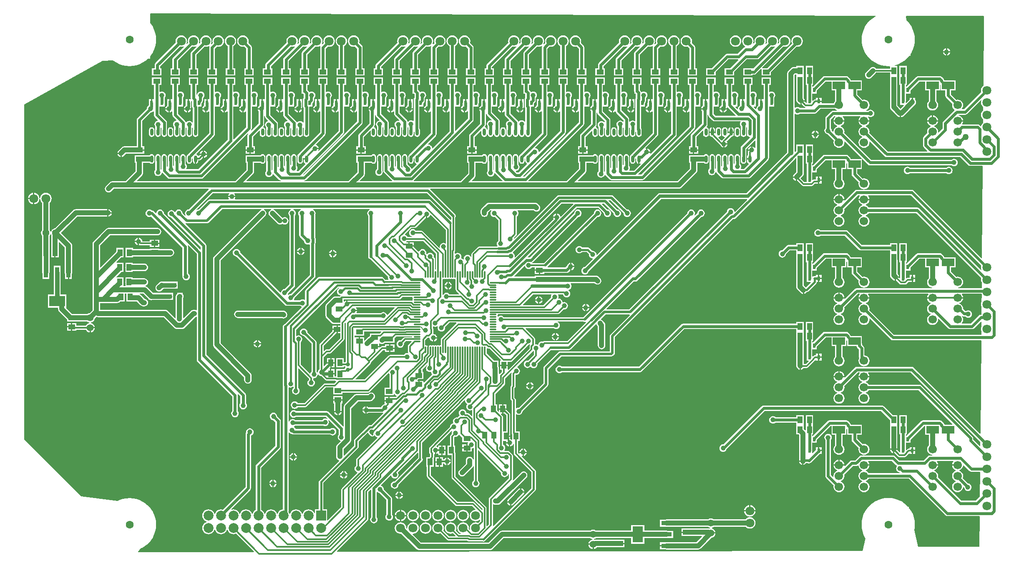
<source format=gtl>
G04*
G04 #@! TF.GenerationSoftware,Altium Limited,Altium Designer,20.2.7 (254)*
G04*
G04 Layer_Physical_Order=1*
G04 Layer_Color=255*
%FSLAX44Y44*%
%MOMM*%
G71*
G04*
G04 #@! TF.SameCoordinates,FA449505-50EB-491E-B68D-EB9FEB1AD92A*
G04*
G04*
G04 #@! TF.FilePolarity,Positive*
G04*
G01*
G75*
%ADD10O,1.4000X0.3000*%
%ADD11O,0.3000X1.4000*%
%ADD12R,1.0000X1.4000*%
%ADD13R,1.4000X1.0000*%
%ADD14O,0.6000X1.4500*%
%ADD15R,0.6000X0.9000*%
%ADD16R,2.5000X1.5500*%
%ADD17R,0.6000X0.9500*%
%ADD18R,3.2500X2.1500*%
%ADD19R,0.9000X2.1500*%
%ADD20R,2.1500X3.2500*%
%ADD21R,2.1500X0.9000*%
%ADD22C,0.3000*%
%ADD23C,0.4000*%
%ADD24C,1.0000*%
%ADD25C,0.5000*%
%ADD26C,0.6000*%
%ADD27C,0.2000*%
%ADD28C,0.7000*%
%ADD29C,0.9000*%
%ADD30C,0.9500*%
%ADD31C,1.6000*%
%ADD32C,0.8000*%
%ADD33C,2.0000*%
%ADD34R,2.0000X2.0000*%
%ADD35C,1.8000*%
%ADD36C,1.7000*%
%ADD37C,1.4000*%
%ADD38C,1.0000*%
%ADD39C,1.2700*%
G36*
X1744289Y1101755D02*
X1744345Y1101690D01*
X1744625Y1100484D01*
X1743037Y1099701D01*
X1737172Y1095782D01*
X1731869Y1091131D01*
X1727218Y1085828D01*
X1723299Y1079963D01*
X1720179Y1073636D01*
X1717912Y1066957D01*
X1716536Y1060039D01*
X1716075Y1053000D01*
X1716536Y1045961D01*
X1717912Y1039043D01*
X1720179Y1032364D01*
X1723299Y1026037D01*
X1727218Y1020172D01*
X1731869Y1014869D01*
X1737172Y1010218D01*
X1743037Y1006299D01*
X1749364Y1003179D01*
X1756043Y1000912D01*
X1762961Y999536D01*
X1770000Y999074D01*
X1772533Y999241D01*
X1773460Y998372D01*
Y994119D01*
X1745343D01*
X1744378Y995378D01*
X1742802Y996586D01*
X1740968Y997346D01*
X1739000Y997605D01*
X1737032Y997346D01*
X1735197Y996586D01*
X1733622Y995378D01*
X1724872Y986628D01*
X1723664Y985052D01*
X1722904Y983218D01*
X1722645Y981250D01*
X1722904Y979282D01*
X1723664Y977448D01*
X1724872Y975872D01*
X1726447Y974664D01*
X1728282Y973904D01*
X1730250Y973645D01*
X1732218Y973904D01*
X1734052Y974664D01*
X1735628Y975872D01*
X1744378Y984622D01*
X1745343Y985881D01*
X1773460D01*
Y980460D01*
X1773460D01*
Y979540D01*
X1773460D01*
Y970494D01*
X1773395Y970000D01*
Y915750D01*
X1773654Y913782D01*
X1774414Y911947D01*
X1775622Y910372D01*
X1788130Y897865D01*
X1789705Y896656D01*
X1791539Y895897D01*
X1793507Y895638D01*
X1793605Y895650D01*
Y903243D01*
X1796145D01*
Y895650D01*
X1796243Y895638D01*
X1798211Y895897D01*
X1800045Y896656D01*
X1801620Y897865D01*
X1824215Y920460D01*
X1824540D01*
Y920834D01*
X1825586Y922197D01*
X1826346Y924032D01*
X1826605Y926000D01*
X1826346Y927968D01*
X1825586Y929802D01*
X1824540Y931166D01*
Y934540D01*
X1820270D01*
Y927500D01*
X1817730D01*
Y934540D01*
X1813460D01*
Y931215D01*
X1806713Y924469D01*
X1805540Y924955D01*
Y926954D01*
X1805648Y927500D01*
Y943460D01*
X1815040D01*
Y949552D01*
X1833130Y967642D01*
X1844960D01*
Y949710D01*
X1852395D01*
Y928080D01*
X1852126Y927874D01*
X1850357Y925568D01*
X1849244Y922882D01*
X1848865Y920000D01*
X1849244Y917118D01*
X1850357Y914432D01*
X1852126Y912126D01*
X1854432Y910357D01*
X1857118Y909244D01*
X1860000Y908865D01*
X1862882Y909244D01*
X1865568Y910357D01*
X1867874Y912126D01*
X1869643Y914432D01*
X1870756Y917118D01*
X1871135Y920000D01*
X1870756Y922882D01*
X1869643Y925568D01*
X1867874Y927874D01*
X1867605Y928080D01*
Y949710D01*
X1875040D01*
Y960697D01*
X1876310Y961376D01*
X1876460Y961276D01*
Y949710D01*
X1885851D01*
Y939300D01*
X1885851Y939300D01*
X1886281Y937138D01*
X1887506Y935306D01*
X1900031Y922781D01*
X1899665Y920000D01*
X1900044Y917118D01*
X1901157Y914432D01*
X1902926Y912126D01*
X1904299Y911073D01*
X1904384Y910916D01*
X1904372Y909416D01*
X1881718Y886762D01*
X1880494Y884930D01*
X1880064Y882768D01*
X1880064Y882768D01*
Y872052D01*
X1872174Y864163D01*
X1870971Y864756D01*
X1871135Y866000D01*
X1870756Y868882D01*
X1869643Y871568D01*
X1867874Y873874D01*
X1865568Y875643D01*
X1863952Y876313D01*
Y877687D01*
X1865568Y878357D01*
X1867874Y880126D01*
X1869643Y882432D01*
X1870756Y885118D01*
X1870968Y886730D01*
X1860000D01*
X1849032D01*
X1849244Y885118D01*
X1850357Y882432D01*
X1852126Y880126D01*
X1854432Y878357D01*
X1856048Y877687D01*
Y876313D01*
X1854432Y875643D01*
X1852126Y873874D01*
X1850357Y871568D01*
X1849244Y868882D01*
X1848865Y866000D01*
X1849231Y863219D01*
X1841966Y855954D01*
X1840741Y854122D01*
X1840311Y851960D01*
X1840311Y851960D01*
Y838185D01*
X1840311Y838184D01*
X1840741Y836023D01*
X1841966Y834190D01*
X1849334Y826822D01*
X1848848Y825648D01*
X1769140D01*
X1731569Y863219D01*
X1731935Y866000D01*
X1731556Y868882D01*
X1730443Y871568D01*
X1728674Y873874D01*
X1726368Y875643D01*
X1724752Y876313D01*
Y877687D01*
X1726368Y878357D01*
X1728674Y880126D01*
X1730443Y882432D01*
X1731556Y885118D01*
X1731768Y886730D01*
X1720800D01*
X1709832D01*
X1710044Y885118D01*
X1711157Y882432D01*
X1712926Y880126D01*
X1715232Y878357D01*
X1716848Y877687D01*
Y876313D01*
X1715232Y875643D01*
X1712926Y873874D01*
X1711157Y871568D01*
X1710044Y868882D01*
X1709665Y866000D01*
X1710044Y863118D01*
X1711157Y860432D01*
X1712926Y858126D01*
X1715232Y856357D01*
X1716848Y855687D01*
Y854313D01*
X1715232Y853643D01*
X1712926Y851874D01*
X1711157Y849568D01*
X1710044Y846882D01*
X1709665Y844000D01*
X1710044Y841118D01*
X1711157Y838432D01*
X1712926Y836126D01*
X1715232Y834357D01*
X1717918Y833244D01*
X1720800Y832865D01*
X1723682Y833244D01*
X1726368Y834357D01*
X1728674Y836126D01*
X1730443Y838432D01*
X1731556Y841118D01*
X1731935Y844000D01*
X1731771Y845244D01*
X1732974Y845837D01*
X1762806Y816006D01*
X1762806Y816006D01*
X1764638Y814781D01*
X1766800Y814352D01*
X1915902D01*
X1932327Y797926D01*
X1932327Y797926D01*
X1934160Y796702D01*
X1936321Y796272D01*
X1936322Y796272D01*
X1960983D01*
X1961878Y795370D01*
X1960284Y609360D01*
X1959109Y608879D01*
X1821954Y746034D01*
X1820122Y747259D01*
X1817960Y747689D01*
X1817960Y747689D01*
X1721595D01*
X1721512Y748959D01*
X1723682Y749244D01*
X1726368Y750357D01*
X1728674Y752126D01*
X1730443Y754432D01*
X1731556Y757118D01*
X1731935Y760000D01*
X1731556Y762882D01*
X1730443Y765568D01*
X1728674Y767874D01*
X1726368Y769643D01*
X1723682Y770756D01*
X1720800Y771135D01*
X1718019Y770769D01*
X1707148Y781640D01*
Y789710D01*
X1716540D01*
Y809676D01*
X1717810Y810202D01*
X1729006Y799006D01*
X1729006Y799006D01*
X1730838Y797781D01*
X1733000Y797351D01*
X1733000Y797352D01*
X1898515D01*
X1899738Y796414D01*
X1901572Y795654D01*
X1903540Y795395D01*
X1905508Y795654D01*
X1907343Y796414D01*
X1908918Y797622D01*
X1910126Y799197D01*
X1910886Y801032D01*
X1911145Y803000D01*
X1910886Y804968D01*
X1910126Y806803D01*
X1908918Y808378D01*
X1907343Y809586D01*
X1905508Y810346D01*
X1903540Y810605D01*
X1901572Y810346D01*
X1899738Y809586D01*
X1898515Y808649D01*
X1735340D01*
X1680769Y863219D01*
X1681135Y866000D01*
X1680756Y868882D01*
X1679643Y871568D01*
X1677874Y873874D01*
X1675568Y875643D01*
X1673952Y876313D01*
Y877687D01*
X1675568Y878357D01*
X1677874Y880126D01*
X1679643Y882432D01*
X1680756Y885118D01*
X1680968Y886730D01*
X1670000D01*
X1659032D01*
X1659244Y885118D01*
X1660357Y882432D01*
X1662126Y880126D01*
X1664432Y878357D01*
X1666048Y877687D01*
Y876313D01*
X1664432Y875643D01*
X1662126Y873874D01*
X1660357Y871568D01*
X1659244Y868882D01*
X1658972Y866813D01*
X1657631Y866357D01*
X1655547Y868441D01*
X1655346Y869968D01*
X1654586Y871803D01*
X1653649Y873025D01*
Y890660D01*
X1660340Y897352D01*
X1662076D01*
X1662485Y896149D01*
X1662126Y895874D01*
X1660357Y893568D01*
X1659244Y890882D01*
X1659032Y889270D01*
X1670000D01*
X1680968D01*
X1680756Y890882D01*
X1679643Y893568D01*
X1677874Y895874D01*
X1677515Y896149D01*
X1677924Y897352D01*
X1712876D01*
X1713285Y896149D01*
X1712926Y895874D01*
X1711157Y893568D01*
X1710044Y890882D01*
X1709832Y889270D01*
X1720800D01*
X1731768D01*
X1731556Y890882D01*
X1730443Y893568D01*
X1729213Y895171D01*
X1729686Y896642D01*
X1729840Y896688D01*
X1730197Y896414D01*
X1732032Y895654D01*
X1734000Y895395D01*
X1735968Y895654D01*
X1737802Y896414D01*
X1739378Y897622D01*
X1740586Y899197D01*
X1741346Y901032D01*
X1741605Y903000D01*
X1741346Y904968D01*
X1740586Y906803D01*
X1739378Y908378D01*
X1737802Y909586D01*
X1735968Y910346D01*
X1734000Y910605D01*
X1732032Y910346D01*
X1730197Y909586D01*
X1728976Y908649D01*
X1725563D01*
X1725310Y909919D01*
X1726368Y910357D01*
X1728674Y912126D01*
X1730443Y914432D01*
X1731556Y917118D01*
X1731935Y920000D01*
X1731556Y922882D01*
X1730443Y925568D01*
X1728674Y927874D01*
X1726368Y929643D01*
X1723682Y930756D01*
X1720800Y931135D01*
X1718019Y930769D01*
X1707148Y941640D01*
Y949710D01*
X1716540D01*
Y970290D01*
X1694448D01*
X1693439Y971299D01*
X1693259Y972206D01*
X1692034Y974039D01*
X1692034Y974039D01*
X1688789Y977284D01*
X1686956Y978509D01*
X1684795Y978939D01*
X1684795Y978939D01*
X1640790D01*
X1640790Y978939D01*
X1638628Y978509D01*
X1636796Y977284D01*
X1636796Y977284D01*
X1617052Y957540D01*
X1615648D01*
Y960460D01*
X1617540D01*
Y979540D01*
X1617540D01*
Y980460D01*
X1617540D01*
Y999540D01*
X1602460D01*
Y980460D01*
X1602460D01*
Y979540D01*
X1602460D01*
Y960460D01*
X1604352D01*
Y927500D01*
X1604460Y926954D01*
Y924911D01*
X1603190Y924385D01*
X1600648Y926927D01*
X1600688Y927230D01*
X1594520D01*
Y921062D01*
X1594823Y921102D01*
X1599337Y916587D01*
X1600674Y915694D01*
X1602061Y915418D01*
X1601935Y914148D01*
X1590775D01*
X1589552Y915086D01*
X1587718Y915846D01*
X1585750Y916105D01*
X1583782Y915846D01*
X1581947Y915086D01*
X1581375Y914647D01*
X1580105Y915273D01*
Y980992D01*
X1581508Y982395D01*
X1583460D01*
Y980460D01*
X1583460D01*
Y979540D01*
X1583460D01*
Y970494D01*
X1583395Y970000D01*
Y930750D01*
X1583654Y928782D01*
X1584414Y926947D01*
X1585622Y925372D01*
X1586895Y924396D01*
X1587872Y923122D01*
X1589447Y921914D01*
X1591282Y921154D01*
X1591980Y921062D01*
Y928500D01*
X1593250D01*
Y929770D01*
X1600688D01*
X1600596Y930468D01*
X1599836Y932302D01*
X1598628Y933878D01*
X1598605Y933895D01*
Y970000D01*
X1598540Y970494D01*
Y979540D01*
X1598540D01*
Y980460D01*
X1598540D01*
Y989506D01*
X1598605Y990000D01*
X1598540Y990494D01*
Y999540D01*
X1583460D01*
Y997605D01*
X1578358D01*
X1576389Y997346D01*
X1575315Y996901D01*
X1574555Y996586D01*
X1572980Y995378D01*
X1567122Y989520D01*
X1565914Y987945D01*
X1565154Y986111D01*
X1564895Y984142D01*
Y823604D01*
X1482449Y741158D01*
X1306750D01*
X1304393Y740690D01*
X1302395Y739355D01*
X1190113Y627072D01*
X1178739Y615698D01*
X1177563Y616318D01*
X1177346Y617968D01*
X1176586Y619803D01*
X1175378Y621378D01*
X1173802Y622586D01*
X1171968Y623346D01*
X1170000Y623605D01*
X1169064Y623482D01*
X1163273Y629273D01*
X1161771Y630277D01*
X1160000Y630629D01*
X1160000Y630629D01*
X1148952D01*
X1148378Y631378D01*
X1146803Y632586D01*
X1144968Y633346D01*
X1143000Y633605D01*
X1141032Y633346D01*
X1139197Y632586D01*
X1137622Y631378D01*
X1136414Y629803D01*
X1135654Y627968D01*
X1135395Y626000D01*
X1135654Y624032D01*
X1136414Y622197D01*
X1137622Y620622D01*
X1139197Y619414D01*
X1141032Y618654D01*
X1143000Y618395D01*
X1144968Y618654D01*
X1146803Y619414D01*
X1148378Y620622D01*
X1148952Y621371D01*
X1158083D01*
X1162518Y616936D01*
X1162395Y616000D01*
X1162654Y614032D01*
X1163414Y612197D01*
X1164622Y610622D01*
X1166198Y609414D01*
X1168032Y608654D01*
X1169682Y608437D01*
X1170302Y607261D01*
X1153708Y590667D01*
X1152572Y590517D01*
X1150738Y589757D01*
X1149162Y588549D01*
X1147954Y586974D01*
X1147194Y585140D01*
X1146935Y583171D01*
X1147194Y581203D01*
X1147954Y579369D01*
X1149162Y577794D01*
X1150738Y576585D01*
X1152572Y575825D01*
X1154540Y575566D01*
X1156508Y575825D01*
X1158343Y576585D01*
X1159918Y577794D01*
X1161126Y579369D01*
X1161886Y581203D01*
X1161920Y581461D01*
X1198822Y618363D01*
X1309301Y728842D01*
X1483213D01*
X1483739Y727572D01*
X1458692Y702525D01*
X1457578Y703206D01*
X1457346Y704968D01*
X1456586Y706803D01*
X1455378Y708378D01*
X1453802Y709586D01*
X1451968Y710346D01*
X1450000Y710605D01*
X1448032Y710346D01*
X1446198Y709586D01*
X1444622Y708378D01*
X1443414Y706803D01*
X1442654Y704968D01*
X1442395Y703000D01*
X1442434Y702701D01*
X1244121Y504389D01*
X1198231D01*
X1197745Y505562D01*
X1253365Y561182D01*
X1256830D01*
X1256830Y561182D01*
X1258992Y561612D01*
X1260824Y562836D01*
X1390441Y692453D01*
X1391968Y692654D01*
X1393802Y693414D01*
X1395378Y694622D01*
X1396586Y696198D01*
X1397346Y698032D01*
X1397605Y700000D01*
X1397346Y701968D01*
X1396586Y703802D01*
X1395378Y705378D01*
X1393802Y706586D01*
X1391968Y707346D01*
X1390000Y707605D01*
X1388032Y707346D01*
X1386198Y706586D01*
X1384622Y705378D01*
X1383414Y703802D01*
X1382654Y701968D01*
X1382453Y700441D01*
X1377785Y695773D01*
X1376709Y696493D01*
X1377346Y698032D01*
X1377605Y700000D01*
X1377346Y701968D01*
X1376586Y703802D01*
X1375378Y705378D01*
X1373802Y706586D01*
X1371968Y707346D01*
X1370000Y707605D01*
X1368032Y707346D01*
X1366198Y706586D01*
X1364622Y705378D01*
X1363414Y703802D01*
X1362654Y701968D01*
X1362395Y700000D01*
X1362434Y699702D01*
X1151102Y488369D01*
X990093D01*
X989128Y489628D01*
X987552Y490836D01*
X985718Y491596D01*
X983750Y491855D01*
X981782Y491596D01*
X979948Y490836D01*
X978734Y489905D01*
X977610Y490183D01*
X977346Y490376D01*
X977306Y490576D01*
X976688Y491500D01*
X977306Y492424D01*
X977619Y494000D01*
X978342Y494881D01*
X1099500D01*
X1101076Y495194D01*
X1102413Y496087D01*
X1110677Y504352D01*
X1112250Y504145D01*
X1114218Y504404D01*
X1116052Y505164D01*
X1117628Y506372D01*
X1118836Y507948D01*
X1119596Y509782D01*
X1119855Y511750D01*
X1119596Y513718D01*
X1118836Y515552D01*
X1117628Y517128D01*
X1116052Y518336D01*
X1114218Y519096D01*
X1112250Y519355D01*
X1110282Y519096D01*
X1110154Y519043D01*
X1108768Y519844D01*
X1108650Y520744D01*
X1107890Y522578D01*
X1106681Y524153D01*
X1105106Y525362D01*
X1103272Y526121D01*
X1101304Y526380D01*
X1100912Y526329D01*
X1100019Y527492D01*
X1100346Y528282D01*
X1100605Y530250D01*
X1100346Y532218D01*
X1099649Y533901D01*
X1100093Y535081D01*
X1100138Y535171D01*
X1109606D01*
X1109694Y534498D01*
X1110454Y532664D01*
X1111662Y531089D01*
X1113238Y529881D01*
X1115072Y529121D01*
X1117040Y528862D01*
X1119008Y529121D01*
X1120843Y529881D01*
X1122418Y531089D01*
X1123626Y532664D01*
X1124386Y534498D01*
X1124645Y536467D01*
X1124386Y538435D01*
X1123626Y540269D01*
X1122418Y541844D01*
X1120843Y543053D01*
X1120641Y543136D01*
X1120813Y544440D01*
X1121654Y544551D01*
X1123488Y545310D01*
X1125063Y546519D01*
X1126271Y548094D01*
X1127031Y549928D01*
X1127290Y551897D01*
X1127031Y553865D01*
X1126271Y555699D01*
X1125369Y556875D01*
X1125901Y558145D01*
X1173640D01*
X1174662Y557122D01*
X1176237Y555914D01*
X1178072Y555154D01*
X1180040Y554895D01*
X1182008Y555154D01*
X1183842Y555914D01*
X1185418Y557122D01*
X1186626Y558698D01*
X1187386Y560532D01*
X1187645Y562500D01*
X1187386Y564468D01*
X1186626Y566302D01*
X1185418Y567878D01*
X1182168Y571128D01*
X1180592Y572336D01*
X1178758Y573096D01*
X1176790Y573355D01*
X1062000D01*
X1061506Y573290D01*
X1052460D01*
Y571399D01*
X1011419D01*
X1010933Y572572D01*
X1031259Y592898D01*
X1032021Y592771D01*
X1032606Y592394D01*
X1032654Y592032D01*
X1033414Y590197D01*
X1034622Y588622D01*
X1036198Y587414D01*
X1038032Y586654D01*
X1040000Y586395D01*
X1041968Y586654D01*
X1043802Y587414D01*
X1045378Y588622D01*
X1046343Y589881D01*
X1052460D01*
Y585520D01*
X1062000D01*
Y584250D01*
X1063270D01*
Y576710D01*
X1071540D01*
Y578601D01*
X1116917D01*
X1116918Y578601D01*
X1119079Y579031D01*
X1120912Y580256D01*
X1124230Y583574D01*
Y591750D01*
Y599188D01*
X1123532Y599096D01*
X1121697Y598336D01*
X1120122Y597128D01*
X1118914Y595552D01*
X1118154Y593718D01*
X1118117Y593438D01*
X1114578Y589898D01*
X1078962D01*
X1078436Y591169D01*
X1179702Y692434D01*
X1180000Y692395D01*
X1181968Y692654D01*
X1183802Y693414D01*
X1185378Y694622D01*
X1186586Y696198D01*
X1187346Y698032D01*
X1187605Y700000D01*
X1187346Y701968D01*
X1186586Y703802D01*
X1185378Y705378D01*
X1183802Y706586D01*
X1181968Y707346D01*
X1180000Y707605D01*
X1178032Y707346D01*
X1176198Y706586D01*
X1174622Y705378D01*
X1173414Y703802D01*
X1172654Y701968D01*
X1172395Y700000D01*
X1172434Y699702D01*
X1070852Y598119D01*
X1047593D01*
X1047408Y598365D01*
X1047572Y599903D01*
X1048534Y600546D01*
X1140441Y692453D01*
X1141968Y692654D01*
X1143802Y693414D01*
X1145378Y694622D01*
X1146586Y696198D01*
X1147346Y698032D01*
X1147605Y700000D01*
X1147346Y701968D01*
X1146586Y703802D01*
X1145378Y705378D01*
X1143802Y706586D01*
X1141968Y707346D01*
X1140000Y707605D01*
X1138032Y707346D01*
X1136198Y706586D01*
X1134622Y705378D01*
X1133414Y703802D01*
X1132654Y701968D01*
X1132453Y700441D01*
X1042200Y610188D01*
X1038850D01*
X1038364Y611362D01*
X1137864Y710861D01*
X1181871D01*
X1192434Y700298D01*
X1192395Y700000D01*
X1192654Y698032D01*
X1193414Y696198D01*
X1194622Y694622D01*
X1196198Y693414D01*
X1198032Y692654D01*
X1200000Y692395D01*
X1201968Y692654D01*
X1203802Y693414D01*
X1205378Y694622D01*
X1206586Y696198D01*
X1207346Y698032D01*
X1207605Y700000D01*
X1207346Y701968D01*
X1206586Y703802D01*
X1205378Y705378D01*
X1203802Y706586D01*
X1201968Y707346D01*
X1200000Y707605D01*
X1199702Y707566D01*
X1188829Y718438D01*
X1189315Y719611D01*
X1193121D01*
X1212434Y700298D01*
X1212395Y700000D01*
X1212654Y698032D01*
X1213414Y696198D01*
X1214622Y694622D01*
X1216198Y693414D01*
X1218032Y692654D01*
X1220000Y692395D01*
X1221968Y692654D01*
X1223802Y693414D01*
X1225378Y694622D01*
X1226586Y696198D01*
X1227346Y698032D01*
X1227605Y700000D01*
X1227346Y701968D01*
X1226586Y703802D01*
X1225378Y705378D01*
X1223802Y706586D01*
X1221968Y707346D01*
X1220000Y707605D01*
X1219702Y707566D01*
X1201829Y725438D01*
X1202315Y726611D01*
X1206122D01*
X1232434Y700298D01*
X1232395Y700000D01*
X1232654Y698032D01*
X1233414Y696198D01*
X1234622Y694622D01*
X1236198Y693414D01*
X1238032Y692654D01*
X1240000Y692395D01*
X1241968Y692654D01*
X1243802Y693414D01*
X1245378Y694622D01*
X1246586Y696198D01*
X1247346Y698032D01*
X1247605Y700000D01*
X1247346Y701968D01*
X1246586Y703802D01*
X1245378Y705378D01*
X1243802Y706586D01*
X1241968Y707346D01*
X1240000Y707605D01*
X1239702Y707566D01*
X1211884Y735384D01*
X1210217Y736498D01*
X1208250Y736889D01*
X1101880D01*
X1099913Y736498D01*
X1098246Y735384D01*
X1011707Y648844D01*
X1010316Y649250D01*
X1010182Y649857D01*
X1014953Y654627D01*
X1015846Y655964D01*
X1016159Y657540D01*
Y693657D01*
X1017418Y694622D01*
X1018626Y696198D01*
X1019386Y698032D01*
X1019645Y700000D01*
X1019386Y701968D01*
X1018626Y703802D01*
X1017611Y705125D01*
X1018002Y706395D01*
X1049850D01*
X1050622Y705622D01*
X1052197Y704414D01*
X1054032Y703654D01*
X1056000Y703395D01*
X1057968Y703654D01*
X1059802Y704414D01*
X1061378Y705622D01*
X1062586Y707197D01*
X1063346Y709032D01*
X1063605Y711000D01*
X1063346Y712968D01*
X1062586Y714802D01*
X1061378Y716378D01*
X1058378Y719378D01*
X1056803Y720586D01*
X1054968Y721346D01*
X1053000Y721605D01*
X959738D01*
X957769Y721346D01*
X955935Y720586D01*
X954360Y719378D01*
X944890Y709907D01*
X943681Y708332D01*
X942921Y706498D01*
X942662Y704529D01*
Y700267D01*
X942921Y698299D01*
X943681Y696465D01*
X944890Y694890D01*
X946465Y693681D01*
X948299Y692921D01*
X950267Y692662D01*
X952236Y692921D01*
X954070Y693681D01*
X955645Y694890D01*
X956853Y696465D01*
X957613Y698299D01*
X957872Y700267D01*
Y701379D01*
X962856Y706363D01*
X964009Y706237D01*
X964409Y705100D01*
X963414Y703802D01*
X962654Y701968D01*
X962395Y700000D01*
X962654Y698032D01*
X963414Y696198D01*
X964622Y694622D01*
X966198Y693414D01*
X968032Y692654D01*
X970000Y692395D01*
X971573Y692602D01*
X978881Y685294D01*
Y644343D01*
X977622Y643378D01*
X976414Y641803D01*
X975654Y639968D01*
X975395Y638000D01*
X975654Y636032D01*
X976414Y634198D01*
X976670Y633863D01*
X976268Y632302D01*
X975934Y632079D01*
X939460D01*
X937884Y631766D01*
X936547Y630873D01*
X925337Y619663D01*
X924444Y618326D01*
X924131Y616750D01*
Y611392D01*
X922861Y611139D01*
X922586Y611802D01*
X921378Y613378D01*
X919802Y614586D01*
X917968Y615346D01*
X916000Y615605D01*
X914032Y615346D01*
X912197Y614586D01*
X910622Y613378D01*
X909414Y611802D01*
X908654Y609968D01*
X908395Y608000D01*
X908589Y606529D01*
X907374Y606025D01*
X907338Y606073D01*
X905762Y607281D01*
X904023Y608002D01*
X903661Y608242D01*
X903130Y609162D01*
X903386Y609781D01*
X903645Y611750D01*
X903386Y613718D01*
X902626Y615552D01*
X901418Y617127D01*
X899843Y618336D01*
X898008Y619096D01*
X896040Y619355D01*
X894072Y619096D01*
X892237Y618336D01*
X891389Y617685D01*
X890119Y618311D01*
Y622220D01*
X890806Y623247D01*
X891119Y624823D01*
Y691593D01*
X891748Y692533D01*
X892139Y694500D01*
X891748Y696467D01*
X890634Y698134D01*
X840142Y748625D01*
X840668Y749895D01*
X1345000D01*
X1346968Y750154D01*
X1348802Y750914D01*
X1350378Y752122D01*
X1380378Y782122D01*
X1381586Y783698D01*
X1382346Y785532D01*
X1382605Y787500D01*
Y802395D01*
X1395913D01*
X1396006Y802256D01*
X1397838Y801031D01*
X1400000Y800602D01*
X1402162Y801031D01*
X1403994Y802256D01*
X1405219Y804088D01*
X1405648Y806250D01*
Y814750D01*
X1405219Y816912D01*
X1403994Y818744D01*
X1402162Y819969D01*
X1400000Y820398D01*
X1397838Y819969D01*
X1396006Y818744D01*
X1395245Y817605D01*
X1375000D01*
X1374506Y817540D01*
X1365460D01*
Y802460D01*
X1367395D01*
Y790650D01*
X1341850Y765105D01*
X1140020D01*
X1139534Y766278D01*
X1155378Y782122D01*
X1156586Y783698D01*
X1157346Y785532D01*
X1157605Y787500D01*
Y802395D01*
X1170913D01*
X1171006Y802256D01*
X1172838Y801031D01*
X1175000Y800602D01*
X1177162Y801031D01*
X1178994Y802256D01*
X1180219Y804088D01*
X1180648Y806250D01*
Y814750D01*
X1180219Y816912D01*
X1178994Y818744D01*
X1177162Y819969D01*
X1175000Y820398D01*
X1172838Y819969D01*
X1171006Y818744D01*
X1170245Y817605D01*
X1150000D01*
X1149506Y817540D01*
X1140460D01*
Y802460D01*
X1142395D01*
Y790650D01*
X1116850Y765105D01*
X1039753D01*
X1039267Y766278D01*
X1151494Y878506D01*
X1151494Y878506D01*
X1152719Y880338D01*
X1153148Y882500D01*
X1153148Y882500D01*
Y917210D01*
X1163540D01*
Y923954D01*
X1163649Y924500D01*
Y934923D01*
X1164626Y936198D01*
X1165386Y938032D01*
X1165645Y940000D01*
X1165386Y941968D01*
X1164626Y943802D01*
X1163418Y945378D01*
X1161842Y946586D01*
X1160008Y947346D01*
X1158040Y947605D01*
X1156072Y947346D01*
X1154418Y946661D01*
X1153148Y947157D01*
Y960960D01*
X1157040D01*
Y976040D01*
X1137960D01*
Y960960D01*
X1141852D01*
Y950000D01*
Y931790D01*
X1138270D01*
Y924500D01*
X1135730D01*
Y931790D01*
X1131460D01*
Y925046D01*
X1131351Y924500D01*
Y919150D01*
X1131198Y919086D01*
X1129622Y917878D01*
X1128414Y916302D01*
X1127654Y914468D01*
X1127562Y913770D01*
X1135000D01*
Y912500D01*
X1136270D01*
Y905062D01*
X1136968Y905154D01*
X1138802Y905914D01*
X1140378Y907122D01*
X1140582Y907388D01*
X1141852Y906957D01*
Y884840D01*
X1031660Y774649D01*
X1029024D01*
X1028538Y775822D01*
X1113994Y861279D01*
X1113994Y861279D01*
X1115219Y863111D01*
X1115648Y865273D01*
X1115648Y865273D01*
Y917210D01*
X1126040D01*
Y923954D01*
X1126149Y924500D01*
Y934923D01*
X1127126Y936198D01*
X1127886Y938032D01*
X1128145Y940000D01*
X1127886Y941968D01*
X1127126Y943802D01*
X1125918Y945378D01*
X1124342Y946586D01*
X1122508Y947346D01*
X1120540Y947605D01*
X1118572Y947346D01*
X1116918Y946661D01*
X1115648Y947157D01*
Y960960D01*
X1119540D01*
Y976040D01*
X1100460D01*
Y960960D01*
X1104352D01*
Y950000D01*
Y931790D01*
X1100770D01*
Y924500D01*
X1098230D01*
Y931790D01*
X1093960D01*
Y925046D01*
X1093851Y924500D01*
Y919150D01*
X1093698Y919086D01*
X1092122Y917878D01*
X1090914Y916302D01*
X1090154Y914468D01*
X1090062Y913770D01*
X1097500D01*
Y912500D01*
X1098770D01*
Y905062D01*
X1099468Y905154D01*
X1101302Y905914D01*
X1102878Y907122D01*
X1103082Y907388D01*
X1104352Y906957D01*
Y867612D01*
X1061599Y824860D01*
X1060278Y825335D01*
X1060096Y826718D01*
X1059336Y828552D01*
X1058128Y830128D01*
X1056553Y831336D01*
X1054718Y832096D01*
X1053492Y832257D01*
X1053036Y833598D01*
X1076494Y857056D01*
X1076494Y857056D01*
X1077719Y858888D01*
X1078148Y861050D01*
X1078148Y861050D01*
Y917210D01*
X1088540D01*
Y923954D01*
X1088649Y924500D01*
Y934923D01*
X1089626Y936198D01*
X1090386Y938032D01*
X1090645Y940000D01*
X1090386Y941968D01*
X1089626Y943802D01*
X1088418Y945378D01*
X1086842Y946586D01*
X1085008Y947346D01*
X1083040Y947605D01*
X1081072Y947346D01*
X1079418Y946661D01*
X1078148Y947157D01*
Y960960D01*
X1082040D01*
Y976040D01*
X1062960D01*
Y960960D01*
X1066852D01*
Y950000D01*
Y931790D01*
X1063270D01*
Y924500D01*
X1060730D01*
Y931790D01*
X1056460D01*
Y925046D01*
X1056351Y924500D01*
Y919150D01*
X1056198Y919086D01*
X1054622Y917878D01*
X1053414Y916302D01*
X1052654Y914468D01*
X1052562Y913770D01*
X1060000D01*
Y912500D01*
X1061270D01*
Y905062D01*
X1061968Y905154D01*
X1063802Y905914D01*
X1065378Y907122D01*
X1065582Y907388D01*
X1066852Y906957D01*
Y863390D01*
X1022206Y818744D01*
X1020981Y816912D01*
X1020552Y814750D01*
X1020552Y814750D01*
Y806250D01*
X1020981Y804088D01*
X1022206Y802256D01*
X1024038Y801031D01*
X1026200Y800602D01*
X1028362Y801031D01*
X1030194Y802256D01*
X1031419Y804088D01*
X1031849Y806250D01*
Y811360D01*
X1031982Y811449D01*
X1033251Y810770D01*
Y806250D01*
X1033681Y804088D01*
X1034906Y802256D01*
X1036281Y801337D01*
X1036601Y799862D01*
X1019388Y782648D01*
X1016340D01*
X1014079Y784909D01*
X1014565Y786219D01*
X1015968Y786404D01*
X1017803Y787164D01*
X1019378Y788372D01*
X1020586Y789948D01*
X1021346Y791782D01*
X1021605Y793750D01*
X1021346Y795718D01*
X1020586Y797553D01*
X1019378Y799128D01*
X1019148Y799303D01*
Y810500D01*
Y814750D01*
X1018719Y816912D01*
X1017494Y818744D01*
X1015662Y819969D01*
X1013500Y820398D01*
X1011338Y819969D01*
X1009506Y818744D01*
X1008281Y816912D01*
X1007851Y814750D01*
Y810500D01*
Y799246D01*
X1007719Y799150D01*
X1006449Y799803D01*
Y810500D01*
Y814750D01*
X1006019Y816912D01*
X1004794Y818744D01*
X1002962Y819969D01*
X1000800Y820398D01*
X998638Y819969D01*
X996806Y818744D01*
X995581Y816912D01*
X995152Y814750D01*
Y806250D01*
Y795924D01*
X993882Y795218D01*
X993748Y795301D01*
Y810500D01*
Y814750D01*
X993319Y816912D01*
X992094Y818744D01*
X990262Y819969D01*
X988100Y820398D01*
X985938Y819969D01*
X984106Y818744D01*
X982881Y816912D01*
X982451Y814750D01*
Y806250D01*
Y792237D01*
X982318Y792124D01*
X981049Y792708D01*
Y810500D01*
Y814750D01*
X980619Y816912D01*
X979394Y818744D01*
X977562Y819969D01*
X975400Y820398D01*
X973238Y819969D01*
X971406Y818744D01*
X970181Y816912D01*
X969752Y814750D01*
Y806250D01*
Y789095D01*
X968482Y788443D01*
X968348Y788538D01*
Y810500D01*
Y814750D01*
X967919Y816912D01*
X966694Y818744D01*
X964862Y819969D01*
X962700Y820398D01*
X960538Y819969D01*
X958706Y818744D01*
X957481Y816912D01*
X957051Y814750D01*
Y806250D01*
Y786634D01*
X956414Y785803D01*
X955654Y783968D01*
X955395Y782000D01*
X955654Y780032D01*
X956414Y778197D01*
X957622Y776622D01*
X959197Y775414D01*
X961032Y774654D01*
X963000Y774395D01*
X964968Y774654D01*
X966803Y775414D01*
X968378Y776622D01*
X969586Y778197D01*
X970346Y780032D01*
X970494Y781156D01*
X971833Y781594D01*
X987148Y766278D01*
X986662Y765105D01*
X925020D01*
X924534Y766278D01*
X930378Y772122D01*
X931586Y773698D01*
X932346Y775532D01*
X932605Y777500D01*
Y802395D01*
X945913D01*
X946006Y802256D01*
X947838Y801031D01*
X950000Y800602D01*
X952162Y801031D01*
X953994Y802256D01*
X955219Y804088D01*
X955648Y806250D01*
Y814750D01*
X955219Y816912D01*
X953994Y818744D01*
X952162Y819969D01*
X950000Y820398D01*
X947838Y819969D01*
X946006Y818744D01*
X945245Y817605D01*
X925000D01*
X924506Y817540D01*
X915460D01*
Y802460D01*
X917395D01*
Y780650D01*
X901850Y765105D01*
X806808D01*
X806583Y766375D01*
X926494Y886286D01*
X926494Y886286D01*
X927719Y888119D01*
X928149Y890281D01*
X928148Y890281D01*
Y917210D01*
X938540D01*
Y923954D01*
X938649Y924500D01*
Y934923D01*
X939626Y936198D01*
X940386Y938032D01*
X940645Y940000D01*
X940386Y941968D01*
X939626Y943802D01*
X938418Y945378D01*
X936843Y946586D01*
X935008Y947346D01*
X933040Y947605D01*
X931072Y947346D01*
X929418Y946661D01*
X928148Y947157D01*
Y960960D01*
X932040D01*
Y976040D01*
X912960D01*
Y960960D01*
X916852D01*
Y950000D01*
Y931790D01*
X913270D01*
Y924500D01*
X910730D01*
Y931790D01*
X906460D01*
Y925046D01*
X906351Y924500D01*
Y919150D01*
X906198Y919086D01*
X904622Y917878D01*
X903414Y916302D01*
X902654Y914468D01*
X902562Y913770D01*
X910000D01*
Y912500D01*
X911270D01*
Y905062D01*
X911968Y905154D01*
X913802Y905914D01*
X915378Y907122D01*
X915582Y907388D01*
X916852Y906957D01*
Y892620D01*
X891822Y867591D01*
X890648Y868077D01*
Y917210D01*
X901040D01*
Y923954D01*
X901149Y924500D01*
Y934923D01*
X902126Y936198D01*
X902886Y938032D01*
X903145Y940000D01*
X902886Y941968D01*
X902126Y943802D01*
X900918Y945378D01*
X899342Y946586D01*
X897508Y947346D01*
X895540Y947605D01*
X893572Y947346D01*
X891918Y946661D01*
X890648Y947157D01*
Y960960D01*
X894540D01*
Y976040D01*
X875460D01*
Y960960D01*
X879352D01*
Y950000D01*
Y931790D01*
X875770D01*
Y924500D01*
X873230D01*
Y931790D01*
X868960D01*
Y925046D01*
X868851Y924500D01*
Y919150D01*
X868698Y919086D01*
X867122Y917878D01*
X865914Y916302D01*
X865154Y914468D01*
X865062Y913770D01*
X872500D01*
Y912500D01*
X873770D01*
Y905062D01*
X874468Y905154D01*
X876302Y905914D01*
X877878Y907122D01*
X878082Y907388D01*
X879352Y906957D01*
Y866434D01*
X845361Y832443D01*
X844020Y832898D01*
X843846Y834218D01*
X843086Y836052D01*
X841878Y837628D01*
X840303Y838836D01*
X838468Y839596D01*
X836500Y839855D01*
X836027Y839793D01*
X835434Y840996D01*
X851494Y857056D01*
X852719Y858888D01*
X853149Y861050D01*
X853148Y861050D01*
Y917210D01*
X863540D01*
Y923954D01*
X863649Y924500D01*
Y934923D01*
X864626Y936198D01*
X865386Y938032D01*
X865645Y940000D01*
X865386Y941968D01*
X864626Y943802D01*
X863418Y945378D01*
X861842Y946586D01*
X860008Y947346D01*
X858040Y947605D01*
X856072Y947346D01*
X854418Y946661D01*
X853148Y947157D01*
Y960960D01*
X857040D01*
Y976040D01*
X837960D01*
Y960960D01*
X841852D01*
Y950000D01*
Y931790D01*
X838270D01*
Y924500D01*
X835730D01*
Y931790D01*
X831460D01*
Y925046D01*
X831351Y924500D01*
Y919150D01*
X831198Y919086D01*
X829622Y917878D01*
X828414Y916302D01*
X827654Y914468D01*
X827562Y913770D01*
X835000D01*
Y912500D01*
X836270D01*
Y905062D01*
X836968Y905154D01*
X838802Y905914D01*
X840378Y907122D01*
X840582Y907388D01*
X841852Y906957D01*
Y863390D01*
X797206Y818744D01*
X795981Y816912D01*
X795551Y814750D01*
X795552Y814750D01*
Y806250D01*
X795981Y804088D01*
X797206Y802256D01*
X799038Y801031D01*
X801200Y800602D01*
X803362Y801031D01*
X805194Y802256D01*
X806419Y804088D01*
X806849Y806250D01*
Y811360D01*
X806982Y811449D01*
X808251Y810770D01*
Y806250D01*
X808681Y804088D01*
X809906Y802256D01*
X811738Y801031D01*
X812261Y800928D01*
X812630Y799712D01*
X803269Y790352D01*
X802021Y790899D01*
X801336Y792552D01*
X800128Y794128D01*
X799183Y794853D01*
X798744Y795509D01*
X798744Y795509D01*
X794148Y800105D01*
Y810500D01*
Y814750D01*
X793719Y816912D01*
X792494Y818744D01*
X790662Y819969D01*
X788500Y820398D01*
X786338Y819969D01*
X784506Y818744D01*
X783281Y816912D01*
X782851Y814750D01*
Y810500D01*
Y797765D01*
X782851Y797765D01*
X783281Y795603D01*
X784301Y794078D01*
X783314Y793268D01*
X781449Y795134D01*
Y810500D01*
Y814750D01*
X781019Y816912D01*
X779794Y818744D01*
X777962Y819969D01*
X775800Y820398D01*
X773638Y819969D01*
X771806Y818744D01*
X770581Y816912D01*
X770152Y814750D01*
Y806250D01*
Y795536D01*
X768882Y794884D01*
X768748Y794979D01*
Y810500D01*
Y814750D01*
X768319Y816912D01*
X767094Y818744D01*
X765262Y819969D01*
X763100Y820398D01*
X760938Y819969D01*
X759106Y818744D01*
X757881Y816912D01*
X757451Y814750D01*
Y806250D01*
Y796237D01*
X757318Y796097D01*
X756049Y796604D01*
Y810500D01*
Y814750D01*
X755619Y816912D01*
X754394Y818744D01*
X752562Y819969D01*
X750400Y820398D01*
X748238Y819969D01*
X746406Y818744D01*
X745181Y816912D01*
X744752Y814750D01*
Y806250D01*
Y786783D01*
X744751Y786783D01*
X745181Y784621D01*
X746406Y782789D01*
X762820Y766375D01*
X762705Y765728D01*
X762355Y765105D01*
X697520D01*
X697034Y766278D01*
X705378Y774622D01*
X706586Y776198D01*
X707346Y778032D01*
X707605Y780000D01*
Y802395D01*
X720913D01*
X721006Y802256D01*
X722838Y801031D01*
X725000Y800602D01*
X727162Y801031D01*
X728994Y802256D01*
X730219Y804088D01*
X730648Y806250D01*
Y814750D01*
X730219Y816912D01*
X728994Y818744D01*
X727162Y819969D01*
X725000Y820398D01*
X722838Y819969D01*
X721006Y818744D01*
X720245Y817605D01*
X700000D01*
X699506Y817540D01*
X690460D01*
Y802460D01*
X692395D01*
Y783150D01*
X674350Y765105D01*
X584557D01*
X584500Y766351D01*
X584500Y766351D01*
X586662Y766781D01*
X588494Y768006D01*
X701494Y881006D01*
X701494Y881006D01*
X702719Y882838D01*
X703149Y885000D01*
X703148Y885000D01*
Y917210D01*
X713540D01*
Y923954D01*
X713649Y924500D01*
Y934923D01*
X714626Y936198D01*
X715386Y938032D01*
X715645Y940000D01*
X715386Y941968D01*
X714626Y943802D01*
X713418Y945378D01*
X711842Y946586D01*
X710008Y947346D01*
X708040Y947605D01*
X706072Y947346D01*
X704418Y946661D01*
X703148Y947157D01*
Y960960D01*
X707040D01*
Y976040D01*
X687960D01*
Y960960D01*
X691852D01*
Y950000D01*
Y931790D01*
X688270D01*
Y924500D01*
X685730D01*
Y931790D01*
X681460D01*
Y925046D01*
X681351Y924500D01*
Y919150D01*
X681198Y919086D01*
X679622Y917878D01*
X678414Y916302D01*
X677654Y914468D01*
X677562Y913770D01*
X685000D01*
Y912500D01*
X686270D01*
Y905062D01*
X686968Y905154D01*
X688802Y905914D01*
X690378Y907122D01*
X690582Y907388D01*
X691852Y906957D01*
Y887340D01*
X583036Y778524D01*
X583036Y778524D01*
X582617Y779902D01*
X663994Y861279D01*
X663994Y861279D01*
X665219Y863111D01*
X665648Y865273D01*
Y917210D01*
X676040D01*
Y923954D01*
X676149Y924500D01*
Y934923D01*
X677126Y936198D01*
X677886Y938032D01*
X678145Y940000D01*
X677886Y941968D01*
X677126Y943802D01*
X675918Y945378D01*
X674342Y946586D01*
X672508Y947346D01*
X670540Y947605D01*
X668572Y947346D01*
X666918Y946661D01*
X665648Y947157D01*
Y960960D01*
X669540D01*
Y976040D01*
X650460D01*
Y960960D01*
X654352D01*
Y950000D01*
Y931790D01*
X650770D01*
Y924500D01*
X648230D01*
Y931790D01*
X643960D01*
Y925046D01*
X643851Y924500D01*
Y919150D01*
X643698Y919086D01*
X642122Y917878D01*
X640914Y916302D01*
X640154Y914468D01*
X640062Y913770D01*
X647500D01*
Y912500D01*
X648770D01*
Y905062D01*
X649468Y905154D01*
X651302Y905914D01*
X652878Y907122D01*
X653082Y907388D01*
X654352Y906957D01*
Y867612D01*
X614051Y827312D01*
X612975Y828031D01*
X613596Y829532D01*
X613688Y830230D01*
X606250D01*
Y832770D01*
X613688D01*
X613596Y833468D01*
X612836Y835303D01*
X611628Y836878D01*
X610052Y838086D01*
X608399Y838771D01*
X607852Y840019D01*
X626494Y858662D01*
X627719Y860494D01*
X628149Y862656D01*
X628148Y862656D01*
Y917210D01*
X638540D01*
Y923954D01*
X638648Y924500D01*
Y934923D01*
X639626Y936198D01*
X640386Y938032D01*
X640645Y940000D01*
X640386Y941968D01*
X639626Y943802D01*
X638418Y945378D01*
X636842Y946586D01*
X635008Y947346D01*
X633040Y947605D01*
X631072Y947346D01*
X629418Y946661D01*
X628148Y947157D01*
Y960960D01*
X632040D01*
Y976040D01*
X612960D01*
Y960960D01*
X616852D01*
Y950000D01*
Y931790D01*
X613270D01*
Y924500D01*
X610730D01*
Y931790D01*
X606460D01*
Y925046D01*
X606352Y924500D01*
Y919150D01*
X606198Y919086D01*
X604622Y917878D01*
X603414Y916302D01*
X602654Y914468D01*
X602562Y913770D01*
X610000D01*
Y912500D01*
X611270D01*
Y905062D01*
X611968Y905154D01*
X613802Y905914D01*
X615378Y907122D01*
X615582Y907388D01*
X616852Y906957D01*
Y864995D01*
X572206Y820350D01*
X570981Y818517D01*
X570551Y816356D01*
X570551Y816356D01*
Y806250D01*
X570981Y804088D01*
X572206Y802256D01*
X574038Y801031D01*
X576200Y800602D01*
X578362Y801031D01*
X580194Y802256D01*
X581418Y804088D01*
X581848Y806250D01*
Y812829D01*
X581982Y812918D01*
X583251Y812239D01*
Y811770D01*
X588900D01*
Y809230D01*
X583251D01*
Y806250D01*
X583681Y804088D01*
X584906Y802256D01*
X586280Y801337D01*
X586601Y799862D01*
X572388Y785648D01*
X569423D01*
X568797Y786918D01*
X569586Y787947D01*
X570346Y789782D01*
X570605Y791750D01*
X570346Y793718D01*
X569586Y795553D01*
X569148Y796123D01*
Y810500D01*
Y814750D01*
X568718Y816912D01*
X567494Y818744D01*
X565662Y819969D01*
X563500Y820398D01*
X561338Y819969D01*
X559506Y818744D01*
X558281Y816912D01*
X557851Y814750D01*
Y810500D01*
Y798469D01*
X557719Y798289D01*
X556727Y798607D01*
X556449Y798850D01*
Y810500D01*
Y814750D01*
X556018Y816912D01*
X554794Y818744D01*
X552962Y819969D01*
X550800Y820398D01*
X548638Y819969D01*
X546806Y818744D01*
X545581Y816912D01*
X545151Y814750D01*
Y806250D01*
Y796731D01*
X543881Y796026D01*
X543749Y796108D01*
Y810500D01*
Y814750D01*
X543318Y816912D01*
X542094Y818744D01*
X540262Y819969D01*
X538100Y820398D01*
X535938Y819969D01*
X534106Y818744D01*
X532881Y816912D01*
X532452Y814750D01*
Y806250D01*
Y793841D01*
X532318Y793729D01*
X531049Y794321D01*
Y810500D01*
Y814750D01*
X530619Y816912D01*
X529394Y818744D01*
X527562Y819969D01*
X525400Y820398D01*
X523238Y819969D01*
X521406Y818744D01*
X520181Y816912D01*
X519752Y814750D01*
Y806250D01*
Y788095D01*
X518481Y787443D01*
X518349Y787538D01*
Y810500D01*
Y814750D01*
X517919Y816912D01*
X516694Y818744D01*
X514862Y819969D01*
X512700Y820398D01*
X510538Y819969D01*
X508706Y818744D01*
X507481Y816912D01*
X507052Y814750D01*
Y806250D01*
Y785633D01*
X506414Y784802D01*
X505654Y782968D01*
X505395Y781000D01*
X505654Y779032D01*
X506414Y777197D01*
X507622Y775622D01*
X509198Y774414D01*
X511032Y773654D01*
X513000Y773395D01*
X514968Y773654D01*
X516802Y774414D01*
X518378Y775622D01*
X519586Y777197D01*
X520346Y779032D01*
X520372Y779230D01*
X520609Y779395D01*
X521708Y779648D01*
X533350Y768006D01*
X533350Y768006D01*
X535183Y766781D01*
X537344Y766351D01*
X537344Y766351D01*
X537287Y765105D01*
X467520D01*
X467034Y766278D01*
X480378Y779622D01*
X481586Y781198D01*
X482346Y783032D01*
X482605Y785000D01*
Y802395D01*
X495913D01*
X496006Y802256D01*
X497838Y801031D01*
X500000Y800602D01*
X502162Y801031D01*
X503994Y802256D01*
X505219Y804088D01*
X505648Y806250D01*
Y814750D01*
X505219Y816912D01*
X503994Y818744D01*
X502162Y819969D01*
X500000Y820398D01*
X497838Y819969D01*
X496006Y818744D01*
X495245Y817605D01*
X475000D01*
X474506Y817540D01*
X465460D01*
Y802460D01*
X467395D01*
Y788150D01*
X444350Y765105D01*
X245020D01*
X244534Y766278D01*
X255378Y777122D01*
X256586Y778698D01*
X257346Y780532D01*
X257605Y782500D01*
Y802395D01*
X270913D01*
X271006Y802256D01*
X272838Y801031D01*
X275000Y800602D01*
X277162Y801031D01*
X278994Y802256D01*
X280219Y804088D01*
X280648Y806250D01*
Y814750D01*
X280219Y816912D01*
X278994Y818744D01*
X277162Y819969D01*
X275000Y820398D01*
X272838Y819969D01*
X271006Y818744D01*
X270245Y817605D01*
X250000D01*
X249506Y817540D01*
X240460D01*
Y802460D01*
X242395D01*
Y785650D01*
X221850Y765105D01*
X195000D01*
X193032Y764846D01*
X191957Y764401D01*
X191197Y764086D01*
X189622Y762878D01*
X182122Y755378D01*
X180914Y753802D01*
X180154Y751968D01*
X179895Y750000D01*
X180154Y748032D01*
X180914Y746198D01*
X182122Y744622D01*
X183697Y743414D01*
X185532Y742654D01*
X187500Y742395D01*
X189468Y742654D01*
X191303Y743414D01*
X192878Y744622D01*
X198150Y749895D01*
X390247D01*
X390733Y748722D01*
X349559Y707547D01*
X348032Y707346D01*
X346198Y706586D01*
X344622Y705378D01*
X343414Y703802D01*
X342654Y701968D01*
X342395Y700000D01*
X342654Y698032D01*
X343414Y696198D01*
X342449Y695369D01*
X337573Y700245D01*
X337346Y701968D01*
X336586Y703802D01*
X335378Y705378D01*
X333802Y706586D01*
X331968Y707346D01*
X330000Y707605D01*
X328032Y707346D01*
X326198Y706586D01*
X324622Y705378D01*
X323414Y703802D01*
X322980Y702756D01*
X321606D01*
X321586Y702803D01*
X320378Y704378D01*
X318803Y705586D01*
X316968Y706346D01*
X315000Y706605D01*
X313032Y706346D01*
X311197Y705586D01*
X309622Y704378D01*
X308414Y702803D01*
X307654Y700968D01*
X307395Y699000D01*
X307654Y697032D01*
X308414Y695198D01*
X309622Y693622D01*
X311197Y692414D01*
X313032Y691654D01*
X314559Y691453D01*
X374392Y631620D01*
Y627256D01*
X373218Y626770D01*
X299547Y700441D01*
X299346Y701968D01*
X298586Y703802D01*
X297378Y705378D01*
X295802Y706586D01*
X293968Y707346D01*
X292000Y707605D01*
X290032Y707346D01*
X288197Y706586D01*
X286622Y705378D01*
X285414Y703802D01*
X284654Y701968D01*
X284469Y700565D01*
X283159Y700079D01*
X279219Y704019D01*
X277386Y705244D01*
X275225Y705674D01*
X275040Y705637D01*
X273803Y706586D01*
X271968Y707346D01*
X270000Y707605D01*
X268032Y707346D01*
X266197Y706586D01*
X264622Y705378D01*
X263414Y703802D01*
X262654Y701968D01*
X262395Y700000D01*
X262654Y698032D01*
X263414Y696198D01*
X264622Y694622D01*
X266197Y693414D01*
X268032Y692654D01*
X270000Y692395D01*
X271968Y692654D01*
X273803Y693414D01*
X273828Y693434D01*
X337351Y629910D01*
Y573000D01*
X337536Y572072D01*
X337395Y571000D01*
X337654Y569032D01*
X338414Y567197D01*
X339622Y565622D01*
X341198Y564414D01*
X343032Y563654D01*
X345000Y563395D01*
X346968Y563654D01*
X348802Y564414D01*
X350378Y565622D01*
X351586Y567197D01*
X352346Y569032D01*
X352605Y571000D01*
X352346Y572968D01*
X351586Y574803D01*
X350378Y576378D01*
X348802Y577586D01*
X348648Y577650D01*
Y632250D01*
X348321Y633894D01*
X349492Y634520D01*
X366391Y617620D01*
Y503407D01*
X365121Y502911D01*
X363468Y503596D01*
X361500Y503855D01*
X360234D01*
X358266Y503596D01*
X357192Y503151D01*
X356432Y502836D01*
X354857Y501628D01*
X340028Y486799D01*
X338855Y487285D01*
Y527847D01*
X339346Y529032D01*
X339605Y531000D01*
X339346Y532968D01*
X338586Y534803D01*
X337540Y536166D01*
Y538040D01*
X334707D01*
X333968Y538346D01*
X332000Y538605D01*
X330032Y538346D01*
X329293Y538040D01*
X326460D01*
Y536215D01*
X325872Y535628D01*
X324664Y534053D01*
X323904Y532218D01*
X323645Y530250D01*
Y487285D01*
X322472Y486799D01*
X307643Y501628D01*
X306068Y502836D01*
X304234Y503596D01*
X302266Y503855D01*
X170105D01*
Y517395D01*
X205000D01*
X206968Y517654D01*
X208803Y518414D01*
X210378Y519622D01*
X211215Y520460D01*
X220040D01*
Y536395D01*
X223960D01*
Y530494D01*
X223895Y530000D01*
Y528000D01*
X223960Y527506D01*
Y520460D01*
X231006D01*
X231500Y520395D01*
X245129D01*
X252442Y513082D01*
X254017Y511874D01*
X255851Y511114D01*
X257819Y510855D01*
X260000D01*
X261968Y511114D01*
X263803Y511874D01*
X265378Y513082D01*
X266586Y514658D01*
X267346Y516492D01*
X267605Y518460D01*
X267346Y520428D01*
X266586Y522262D01*
X265378Y523838D01*
X263803Y525046D01*
X261968Y525806D01*
X261117Y525918D01*
X253657Y533378D01*
X252082Y534586D01*
X250781Y535125D01*
X251034Y536395D01*
X257850D01*
X268622Y525622D01*
X270198Y524414D01*
X272032Y523654D01*
X274000Y523395D01*
X275968Y523654D01*
X276560Y523899D01*
X311250D01*
X311712Y523960D01*
X318540D01*
Y538040D01*
X311712D01*
X311250Y538101D01*
X277654D01*
X266378Y549378D01*
X264802Y550586D01*
X262968Y551346D01*
X262927Y551351D01*
X262769Y551611D01*
X263288Y553201D01*
X263803Y553414D01*
X265378Y554622D01*
X266586Y556198D01*
X267346Y558032D01*
X267605Y560000D01*
X267346Y561968D01*
X266586Y563802D01*
X265378Y565378D01*
X263803Y566586D01*
X261968Y567346D01*
X260000Y567605D01*
X236540D01*
Y569540D01*
X221460D01*
Y560494D01*
X221395Y560000D01*
X221460Y559506D01*
Y551605D01*
X217540D01*
Y557506D01*
X217605Y558000D01*
Y560000D01*
X217540Y560494D01*
Y569540D01*
X204091D01*
X203565Y570810D01*
X213215Y580460D01*
X217540D01*
Y587506D01*
X217605Y588000D01*
Y590000D01*
X217540Y590494D01*
Y599540D01*
X204091D01*
X203565Y600810D01*
X213215Y610460D01*
X218040D01*
Y629540D01*
X202960D01*
Y622707D01*
X202654Y621968D01*
X202569Y621325D01*
X171278Y590033D01*
X170105Y590520D01*
Y634350D01*
X190650Y654895D01*
X286750D01*
X288718Y655154D01*
X290553Y655914D01*
X292128Y657122D01*
X293336Y658698D01*
X294096Y660532D01*
X294355Y662500D01*
X294096Y664468D01*
X293336Y666302D01*
X292128Y667878D01*
X290553Y669086D01*
X288718Y669846D01*
X286750Y670105D01*
X187500D01*
X185532Y669846D01*
X183697Y669086D01*
X182122Y667878D01*
X157122Y642878D01*
X155914Y641302D01*
X155154Y639468D01*
X154895Y637500D01*
Y570500D01*
Y540500D01*
Y525000D01*
Y503150D01*
X148695Y496950D01*
X147510Y496794D01*
X145189Y495833D01*
X144240Y495105D01*
X113650D01*
X101425Y507330D01*
X101790Y508210D01*
X101790D01*
Y534790D01*
X90101D01*
Y580000D01*
X90040Y580462D01*
Y593290D01*
X75960D01*
Y580462D01*
X75899Y580000D01*
Y534790D01*
X64210D01*
Y508210D01*
X84895D01*
Y505500D01*
X85154Y503532D01*
X85914Y501698D01*
X87122Y500122D01*
X102960Y484285D01*
Y479960D01*
X110006D01*
X110500Y479895D01*
X144240D01*
X145189Y479167D01*
X147510Y478205D01*
X148004Y478140D01*
Y476860D01*
X147510Y476794D01*
X145189Y475833D01*
X143196Y474304D01*
X141667Y472311D01*
X141380Y471619D01*
X122040D01*
Y476540D01*
X113770D01*
Y469000D01*
Y461460D01*
X122040D01*
Y463381D01*
X141380D01*
X141667Y462689D01*
X143196Y460696D01*
X145189Y459167D01*
X147510Y458205D01*
X148730Y458045D01*
Y467500D01*
X150000D01*
Y468770D01*
X159455D01*
X159294Y469990D01*
X158333Y472311D01*
X156804Y474304D01*
X154811Y475833D01*
X152490Y476794D01*
X151996Y476860D01*
Y478140D01*
X152490Y478205D01*
X154811Y479167D01*
X156804Y480696D01*
X158333Y482689D01*
X159294Y485009D01*
X159451Y486195D01*
X162781Y489526D01*
X164282Y488904D01*
X166250Y488645D01*
X299116D01*
X320678Y467082D01*
X322253Y465874D01*
X323013Y465559D01*
X324087Y465114D01*
X326056Y464855D01*
X336444D01*
X338413Y465114D01*
X340247Y465874D01*
X341822Y467082D01*
X363767Y489028D01*
X365121Y489589D01*
X365768Y489337D01*
X366391Y488899D01*
Y402054D01*
X366391Y402054D01*
X366821Y399893D01*
X368046Y398060D01*
X438352Y327755D01*
Y298025D01*
X437414Y296803D01*
X436654Y294968D01*
X436395Y293000D01*
X436654Y291032D01*
X437414Y289198D01*
X438622Y287622D01*
X440197Y286414D01*
X442032Y285654D01*
X444000Y285395D01*
X445968Y285654D01*
X447803Y286414D01*
X449378Y287622D01*
X450586Y289198D01*
X451346Y291032D01*
X451605Y293000D01*
X451346Y294968D01*
X450586Y296803D01*
X449649Y298025D01*
Y330094D01*
X449283Y331933D01*
X450376Y332636D01*
X454851Y328160D01*
Y314025D01*
X453914Y312803D01*
X453154Y310968D01*
X452895Y309000D01*
X453154Y307032D01*
X453914Y305198D01*
X455122Y303622D01*
X456698Y302414D01*
X458532Y301654D01*
X460500Y301395D01*
X462468Y301654D01*
X464302Y302414D01*
X465878Y303622D01*
X467086Y305198D01*
X467846Y307032D01*
X468105Y309000D01*
X467846Y310968D01*
X467086Y312803D01*
X466148Y314025D01*
Y330500D01*
X465719Y332662D01*
X464494Y334494D01*
X464494Y334494D01*
X385689Y413300D01*
Y633960D01*
X385258Y636122D01*
X384034Y637954D01*
X384034Y637954D01*
X343117Y678871D01*
X343927Y679857D01*
X344084Y679752D01*
X346050Y679361D01*
X387051D01*
X389017Y679752D01*
X390684Y680866D01*
X418179Y708361D01*
X497164D01*
X497494Y707123D01*
X496198Y706586D01*
X494622Y705378D01*
X401622Y612378D01*
X400414Y610802D01*
X399654Y608968D01*
X399395Y607000D01*
Y433000D01*
X399654Y431032D01*
X400414Y429198D01*
X401622Y427622D01*
X462645Y366600D01*
Y361000D01*
X462904Y359032D01*
X463664Y357197D01*
X464872Y355622D01*
X466447Y354414D01*
X468282Y353654D01*
X470250Y353395D01*
X472218Y353654D01*
X474053Y354414D01*
X475628Y355622D01*
X476836Y357197D01*
X477596Y359032D01*
X477855Y361000D01*
Y369750D01*
X477596Y371718D01*
X477151Y372793D01*
X476836Y373553D01*
X475628Y375128D01*
X414605Y436150D01*
Y603850D01*
X505378Y694622D01*
X506586Y696198D01*
X507346Y698032D01*
X507605Y700000D01*
X507346Y701968D01*
X506586Y703802D01*
X505378Y705378D01*
X503802Y706586D01*
X502583Y707091D01*
X502836Y708361D01*
X517164D01*
X517494Y707123D01*
X516197Y706586D01*
X514622Y705378D01*
X513414Y703802D01*
X512654Y701968D01*
X512395Y700000D01*
X512654Y698032D01*
X513414Y696198D01*
X514622Y694622D01*
X530122Y679122D01*
X531697Y677914D01*
X533532Y677154D01*
X535500Y676895D01*
X537468Y677154D01*
X539302Y677914D01*
X540250Y678641D01*
X541198Y677914D01*
X543032Y677154D01*
X545000Y676895D01*
X546968Y677154D01*
X548802Y677914D01*
X550378Y679122D01*
X551586Y680697D01*
X552346Y682532D01*
X552605Y684500D01*
X552346Y686468D01*
X551586Y688303D01*
X550378Y689878D01*
X548802Y691086D01*
X546968Y691846D01*
X545000Y692105D01*
X543032Y691846D01*
X541198Y691086D01*
X540333Y690423D01*
X525378Y705378D01*
X523802Y706586D01*
X522506Y707123D01*
X522836Y708361D01*
X557164D01*
X557417Y707091D01*
X556197Y706586D01*
X554622Y705378D01*
X553414Y703802D01*
X552654Y701968D01*
X552395Y700000D01*
X552654Y698032D01*
X553414Y696198D01*
X554351Y694976D01*
Y555840D01*
X544309Y545797D01*
X542782Y545596D01*
X540947Y544836D01*
X539372Y543628D01*
X538164Y542052D01*
X537404Y540218D01*
X537307Y539478D01*
X535966Y539023D01*
X454547Y620441D01*
X454346Y621968D01*
X453586Y623802D01*
X452378Y625378D01*
X450802Y626586D01*
X448968Y627346D01*
X447000Y627605D01*
X445032Y627346D01*
X443198Y626586D01*
X441622Y625378D01*
X440414Y623802D01*
X439654Y621968D01*
X439395Y620000D01*
X439654Y618032D01*
X440414Y616198D01*
X441622Y614622D01*
X443198Y613414D01*
X445032Y612654D01*
X446559Y612453D01*
X545506Y513506D01*
X545506Y513506D01*
X547338Y512281D01*
X549500Y511852D01*
X549500Y511852D01*
X575975D01*
X577197Y510914D01*
X578870Y510221D01*
X579426Y508981D01*
X545270Y474825D01*
X544229Y474618D01*
X542397Y473394D01*
X541172Y471561D01*
X540742Y469399D01*
Y350409D01*
X540742Y350409D01*
X541172Y348247D01*
X541352Y347979D01*
Y97910D01*
X539126Y97617D01*
X536076Y96354D01*
X533456Y94344D01*
X531446Y91724D01*
X530387Y89167D01*
X529013D01*
X527954Y91724D01*
X525944Y94344D01*
X523324Y96354D01*
X520274Y97617D01*
X517000Y98048D01*
X513726Y97617D01*
X510676Y96354D01*
X508056Y94344D01*
X506046Y91724D01*
X504987Y89167D01*
X503613D01*
X502554Y91724D01*
X500544Y94344D01*
X497924Y96354D01*
X497248Y96634D01*
Y182947D01*
X535533Y221231D01*
X535533Y221231D01*
X536758Y223064D01*
X537188Y225225D01*
Y277461D01*
X537188Y277461D01*
X536758Y279623D01*
X535533Y281455D01*
X535533Y281455D01*
X529547Y287441D01*
X529346Y288968D01*
X528586Y290802D01*
X527378Y292378D01*
X525802Y293586D01*
X523968Y294346D01*
X522000Y294605D01*
X520032Y294346D01*
X518198Y293586D01*
X516622Y292378D01*
X515414Y290802D01*
X514654Y288968D01*
X514395Y287000D01*
X514654Y285032D01*
X515414Y283197D01*
X516622Y281622D01*
X518198Y280414D01*
X520032Y279654D01*
X521559Y279453D01*
X525890Y275121D01*
Y227565D01*
X487606Y189280D01*
X486381Y187448D01*
X485951Y185286D01*
X485951Y185286D01*
Y96634D01*
X485276Y96354D01*
X482656Y94344D01*
X480646Y91724D01*
X479587Y89167D01*
X478213D01*
X477154Y91724D01*
X475144Y94344D01*
X472524Y96354D01*
X469474Y97617D01*
X466200Y98048D01*
X462926Y97617D01*
X459876Y96354D01*
X457256Y94344D01*
X455246Y91724D01*
X454187Y89167D01*
X452813D01*
X451754Y91724D01*
X449744Y94344D01*
X447124Y96354D01*
X444074Y97617D01*
X440800Y98048D01*
X437526Y97617D01*
X437313Y97529D01*
X436594Y98606D01*
X474994Y137006D01*
X474994Y137006D01*
X476219Y138838D01*
X476649Y141000D01*
X476648Y141000D01*
Y248082D01*
X478052Y248664D01*
X479628Y249872D01*
X480836Y251448D01*
X481596Y253282D01*
X481855Y255250D01*
X481596Y257218D01*
X480836Y259053D01*
X479628Y260628D01*
X478052Y261836D01*
X476218Y262596D01*
X474250Y262855D01*
X472282Y262596D01*
X470448Y261836D01*
X468872Y260628D01*
X467664Y259053D01*
X466904Y257218D01*
X466645Y255250D01*
X466742Y254516D01*
X465781Y253079D01*
X465351Y250918D01*
X465351Y250917D01*
Y143340D01*
X419349Y97337D01*
X418674Y97617D01*
X415400Y98048D01*
X412126Y97617D01*
X409076Y96354D01*
X406456Y94344D01*
X404446Y91724D01*
X403387Y89167D01*
X402013D01*
X400954Y91724D01*
X398944Y94344D01*
X396324Y96354D01*
X393274Y97617D01*
X390000Y98048D01*
X386726Y97617D01*
X383676Y96354D01*
X381056Y94344D01*
X379046Y91724D01*
X377783Y88674D01*
X377352Y85400D01*
X377783Y82126D01*
X379046Y79076D01*
X381056Y76456D01*
X383676Y74446D01*
X386233Y73387D01*
Y72013D01*
X383676Y70954D01*
X381056Y68944D01*
X379046Y66324D01*
X377783Y63274D01*
X377352Y60000D01*
X377783Y56726D01*
X379046Y53676D01*
X381056Y51056D01*
X383676Y49046D01*
X386726Y47783D01*
X390000Y47352D01*
X393274Y47783D01*
X396324Y49046D01*
X398944Y51056D01*
X400954Y53676D01*
X402013Y56233D01*
X403387D01*
X404446Y53676D01*
X406456Y51056D01*
X409076Y49046D01*
X412126Y47783D01*
X415400Y47352D01*
X418674Y47783D01*
X421724Y49046D01*
X424344Y51056D01*
X426354Y53676D01*
X427413Y56233D01*
X428787D01*
X429846Y53676D01*
X431856Y51056D01*
X434476Y49046D01*
X437526Y47783D01*
X440800Y47352D01*
X444074Y47783D01*
X446279Y48696D01*
X482544Y12431D01*
X482058Y11257D01*
X247682Y10879D01*
X247162Y12038D01*
X252618Y18157D01*
X256963Y20299D01*
X262828Y24218D01*
X268131Y28869D01*
X272782Y34172D01*
X276701Y40037D01*
X279821Y46364D01*
X282088Y53043D01*
X283464Y59961D01*
X283925Y67000D01*
X283464Y74039D01*
X282088Y80957D01*
X279821Y87636D01*
X276701Y93963D01*
X272782Y99828D01*
X268131Y105131D01*
X266829Y106273D01*
X266735Y106835D01*
X266090Y106921D01*
X262828Y109782D01*
X256963Y113701D01*
X250636Y116821D01*
X243957Y119088D01*
X237039Y120464D01*
X230000Y120926D01*
X222961Y120464D01*
X216043Y119088D01*
X209364Y116821D01*
X205642Y114986D01*
X132223Y124780D01*
X16502Y240502D01*
X16502Y920854D01*
X175502Y1010252D01*
X196155Y1011110D01*
X197172Y1010218D01*
X203037Y1006299D01*
X209364Y1003179D01*
X216043Y1000912D01*
X222961Y999536D01*
X230000Y999074D01*
X237039Y999536D01*
X243957Y1000912D01*
X250636Y1003179D01*
X256963Y1006299D01*
X262828Y1010218D01*
X267212Y1014063D01*
X271750Y1014252D01*
Y1018996D01*
X272782Y1020172D01*
X276701Y1026037D01*
X279821Y1032364D01*
X282088Y1039043D01*
X283464Y1045961D01*
X283925Y1053000D01*
X283464Y1060039D01*
X282088Y1066957D01*
X279821Y1073636D01*
X276701Y1079963D01*
X272782Y1085828D01*
X271750Y1087004D01*
Y1105601D01*
X272649Y1106497D01*
X1744289Y1101755D01*
D02*
G37*
G36*
X1654960Y949710D02*
X1662395D01*
Y928080D01*
X1662126Y927874D01*
X1660357Y925568D01*
X1659562Y923649D01*
X1634540D01*
Y926230D01*
X1629000D01*
Y927500D01*
X1627730D01*
Y934540D01*
X1623460D01*
Y931619D01*
X1621500D01*
X1619924Y931306D01*
X1618587Y930413D01*
X1616918Y928744D01*
X1615648Y929270D01*
Y943460D01*
X1625040D01*
Y949552D01*
X1643130Y967642D01*
X1654960D01*
Y949710D01*
D02*
G37*
G36*
X1964494Y1100850D02*
X1963282Y959391D01*
X1961770Y958230D01*
X1959920Y955820D01*
X1958757Y953012D01*
X1958360Y950000D01*
X1958757Y946988D01*
X1958828Y946816D01*
X1923620Y911609D01*
X1919877D01*
X1919251Y912878D01*
X1920443Y914432D01*
X1921556Y917118D01*
X1921935Y920000D01*
X1921556Y922882D01*
X1920443Y925568D01*
X1918674Y927874D01*
X1916368Y929643D01*
X1913682Y930756D01*
X1910800Y931135D01*
X1908019Y930769D01*
X1897148Y941640D01*
Y949710D01*
X1906540D01*
Y970290D01*
X1884448D01*
X1883439Y971299D01*
X1883259Y972206D01*
X1882034Y974039D01*
X1882034Y974039D01*
X1878789Y977284D01*
X1876956Y978509D01*
X1874795Y978939D01*
X1874795Y978939D01*
X1830790D01*
X1830790Y978939D01*
X1828628Y978509D01*
X1826796Y977284D01*
X1826796Y977284D01*
X1807052Y957540D01*
X1805648D01*
Y960460D01*
X1807540D01*
Y979540D01*
X1807540D01*
Y980460D01*
X1807540D01*
Y999540D01*
X1792460D01*
Y980460D01*
X1792460D01*
Y979540D01*
X1792460D01*
Y960460D01*
X1794352D01*
Y927500D01*
X1794460Y926954D01*
Y920460D01*
X1801046D01*
X1801532Y919287D01*
X1794875Y912630D01*
X1788605Y918900D01*
Y970000D01*
X1788540Y970494D01*
Y979540D01*
X1788540D01*
Y980460D01*
X1788540D01*
Y999540D01*
X1783538D01*
X1783413Y1000804D01*
X1783957Y1000912D01*
X1790636Y1003179D01*
X1796963Y1006299D01*
X1802828Y1010218D01*
X1808131Y1014869D01*
X1812413Y1019752D01*
X1815502D01*
X1815048Y1023564D01*
X1816701Y1026037D01*
X1819821Y1032364D01*
X1822088Y1039043D01*
X1823464Y1045961D01*
X1823925Y1053000D01*
X1823464Y1060039D01*
X1822088Y1066957D01*
X1819821Y1073636D01*
X1816701Y1079963D01*
X1812782Y1085828D01*
X1808131Y1091131D01*
X1806884Y1092224D01*
X1805865Y1100802D01*
X1806708Y1101752D01*
X1963600D01*
X1964494Y1100850D01*
D02*
G37*
G36*
X1662126Y912126D02*
X1664432Y910357D01*
X1665490Y909919D01*
X1665237Y908649D01*
X1658000D01*
X1655838Y908219D01*
X1654006Y906994D01*
X1654006Y906994D01*
X1644006Y896994D01*
X1642781Y895162D01*
X1642352Y893000D01*
X1642352Y893000D01*
Y873025D01*
X1641414Y871803D01*
X1640654Y869968D01*
X1640395Y868000D01*
X1640654Y866032D01*
X1641414Y864197D01*
X1642622Y862622D01*
X1644198Y861414D01*
X1646032Y860654D01*
X1647559Y860453D01*
X1659796Y848215D01*
X1659244Y846882D01*
X1658865Y844000D01*
X1659244Y841118D01*
X1660357Y838432D01*
X1662126Y836126D01*
X1664432Y834357D01*
X1667118Y833244D01*
X1670000Y832865D01*
X1672882Y833244D01*
X1675568Y834357D01*
X1677874Y836126D01*
X1679643Y838432D01*
X1680756Y841118D01*
X1681135Y844000D01*
X1680971Y845244D01*
X1682174Y845837D01*
X1716452Y811560D01*
X1715926Y810290D01*
X1694448D01*
X1693439Y811299D01*
X1693259Y812206D01*
X1692034Y814039D01*
X1692034Y814039D01*
X1688789Y817284D01*
X1686956Y818509D01*
X1684795Y818939D01*
X1684795Y818939D01*
X1640790D01*
X1640790Y818939D01*
X1638628Y818509D01*
X1636796Y817284D01*
X1636796Y817284D01*
X1617052Y797540D01*
X1615648D01*
Y800460D01*
X1617540D01*
Y819540D01*
X1617540D01*
Y820460D01*
X1617540D01*
Y839540D01*
X1602460D01*
Y820460D01*
X1602460D01*
Y819540D01*
X1602460D01*
Y800460D01*
X1604352D01*
Y767500D01*
X1604460Y766954D01*
Y763619D01*
X1599456D01*
X1592040Y771035D01*
X1596378Y775372D01*
X1597586Y776947D01*
X1598346Y778782D01*
X1598605Y780750D01*
Y810000D01*
X1598540Y810494D01*
Y819540D01*
X1598540Y819540D01*
Y820460D01*
X1598540D01*
X1598540Y820810D01*
Y839540D01*
X1583460D01*
Y827006D01*
X1581278Y824825D01*
X1580105Y825311D01*
Y901727D01*
X1581375Y902353D01*
X1581947Y901914D01*
X1583782Y901154D01*
X1585750Y900895D01*
X1587718Y901154D01*
X1589552Y901914D01*
X1590775Y902851D01*
X1620637D01*
X1620637Y902851D01*
X1622798Y903281D01*
X1624631Y904506D01*
X1632476Y912352D01*
X1661953D01*
X1662126Y912126D01*
D02*
G37*
G36*
X1959436Y929652D02*
X1958757Y928012D01*
X1958360Y925000D01*
X1958757Y921988D01*
X1959920Y919180D01*
X1961770Y916770D01*
X1962910Y915895D01*
X1962851Y909060D01*
X1961770Y908230D01*
X1959920Y905820D01*
X1958757Y903012D01*
X1958360Y900000D01*
X1958757Y896988D01*
X1959920Y894180D01*
X1961770Y891770D01*
X1962697Y891058D01*
X1962636Y883895D01*
X1961770Y883230D01*
X1959920Y880820D01*
X1958757Y878012D01*
X1958731Y877813D01*
X1957528Y877405D01*
X1955939Y878994D01*
X1954107Y880219D01*
X1951945Y880649D01*
X1951945Y880648D01*
X1920676D01*
X1920049Y881918D01*
X1920443Y882432D01*
X1921556Y885118D01*
X1921768Y886730D01*
X1910800D01*
Y889270D01*
X1921768D01*
X1921556Y890882D01*
X1920443Y893568D01*
X1918674Y895874D01*
X1916368Y897643D01*
X1913682Y898756D01*
X1913062Y898837D01*
X1912361Y900211D01*
X1912416Y900312D01*
X1925960D01*
X1925960Y900311D01*
X1928122Y900741D01*
X1929954Y901966D01*
X1958359Y930371D01*
X1959436Y929652D01*
D02*
G37*
G36*
X882881Y691352D02*
Y687046D01*
X881708Y686560D01*
X841634Y726634D01*
X839967Y727748D01*
X838000Y728139D01*
X444107D01*
X443481Y729409D01*
X444086Y730198D01*
X444846Y732032D01*
X444938Y732730D01*
X430062D01*
X430154Y732032D01*
X430914Y730198D01*
X431519Y729409D01*
X430893Y728139D01*
X393000D01*
X391034Y727748D01*
X389366Y726634D01*
X370299Y707566D01*
X370000Y707605D01*
X368032Y707346D01*
X366493Y706709D01*
X365773Y707785D01*
X398849Y740861D01*
X431970D01*
X432401Y739591D01*
X432122Y739378D01*
X430914Y737803D01*
X430154Y735968D01*
X430062Y735270D01*
X444938D01*
X444846Y735968D01*
X444086Y737803D01*
X442878Y739378D01*
X442599Y739591D01*
X443030Y740861D01*
X833372D01*
X882881Y691352D01*
D02*
G37*
G36*
X1130906Y718438D02*
X1105604Y693136D01*
X1104402Y693545D01*
X1104346Y693968D01*
X1103586Y695803D01*
X1102378Y697378D01*
X1100803Y698586D01*
X1098968Y699346D01*
X1098270Y699438D01*
Y692000D01*
X1097000D01*
Y690730D01*
X1089562D01*
X1089654Y690032D01*
X1090414Y688197D01*
X1090421Y688188D01*
X1012763Y610530D01*
X1011897Y610902D01*
X1011615Y611179D01*
X1011855Y613000D01*
X1011596Y614968D01*
X1010836Y616802D01*
X1009628Y618378D01*
X1008407Y619314D01*
X1008088Y620791D01*
X1106908Y719611D01*
X1130420D01*
X1130906Y718438D01*
D02*
G37*
G36*
X834020Y690562D02*
X834718Y690654D01*
X836553Y691414D01*
X838128Y692622D01*
X839336Y694197D01*
X840033Y695880D01*
X841182Y696400D01*
X841277Y696432D01*
X872171Y665538D01*
Y639138D01*
X872081Y639093D01*
X870901Y638649D01*
X869218Y639346D01*
X867250Y639605D01*
X865282Y639346D01*
X863447Y638586D01*
X861872Y637378D01*
X860664Y635802D01*
X859904Y633968D01*
X859645Y632000D01*
X859827Y630615D01*
X858624Y630022D01*
X825484Y663163D01*
X824147Y664056D01*
X822571Y664369D01*
X811343D01*
X810378Y665628D01*
X808802Y666836D01*
X806968Y667596D01*
X805000Y667855D01*
X803032Y667596D01*
X801198Y666836D01*
X799622Y665628D01*
X798414Y664053D01*
X797654Y662218D01*
X797395Y660250D01*
X797654Y658282D01*
X798414Y656448D01*
X799622Y654872D01*
X801198Y653664D01*
X803032Y652904D01*
X803449Y652849D01*
X803365Y651579D01*
X794239D01*
X793836Y652552D01*
X792628Y654128D01*
X791052Y655336D01*
X789370Y656033D01*
X788850Y657182D01*
X788818Y657277D01*
X801669Y670128D01*
X808997D01*
X810574Y670442D01*
X811910Y671335D01*
X831177Y690602D01*
X831480Y690562D01*
Y698000D01*
X834020D01*
Y690562D01*
D02*
G37*
G36*
X851881Y618044D02*
Y586634D01*
X851000Y586074D01*
X850119Y586634D01*
Y606250D01*
X849806Y607826D01*
X848913Y609163D01*
X847398Y610677D01*
X847605Y612250D01*
X847346Y614218D01*
X846586Y616053D01*
X845378Y617628D01*
X843802Y618836D01*
X841968Y619596D01*
X840000Y619855D01*
X838032Y619596D01*
X836198Y618836D01*
X834622Y617628D01*
X834289Y617194D01*
X833026Y617111D01*
X832169Y617998D01*
X832372Y619540D01*
X832113Y621508D01*
X831353Y623343D01*
X830145Y624918D01*
X828570Y626126D01*
X826736Y626886D01*
X824767Y627145D01*
X822799Y626886D01*
X820965Y626126D01*
X819390Y624918D01*
X818181Y623343D01*
X817917Y622705D01*
X816419Y622407D01*
X807040Y631785D01*
Y632230D01*
X797500D01*
Y633500D01*
X796230D01*
Y641040D01*
X794398D01*
X794000Y641119D01*
X791687D01*
X791346Y642389D01*
X792586Y643341D01*
X826584D01*
X851881Y618044D01*
D02*
G37*
G36*
X1583460Y812254D02*
Y810494D01*
X1583395Y810000D01*
Y783900D01*
X1578372Y778878D01*
X1577164Y777302D01*
X1576404Y775468D01*
X1576312Y774770D01*
X1583750D01*
Y773500D01*
X1585020D01*
Y766062D01*
X1585323Y766102D01*
X1594837Y756587D01*
X1596174Y755694D01*
X1597750Y755381D01*
X1614450D01*
X1616026Y755694D01*
X1617362Y756587D01*
X1621156Y760381D01*
X1627500D01*
X1627730Y760426D01*
Y767500D01*
X1629000D01*
D01*
X1627730D01*
Y774540D01*
X1623460D01*
Y768619D01*
X1619450D01*
X1617873Y768306D01*
X1616918Y767668D01*
X1615848Y768112D01*
X1615648Y768315D01*
Y783460D01*
X1625040D01*
Y789552D01*
X1643130Y807642D01*
X1654960D01*
Y789710D01*
X1662395D01*
Y768080D01*
X1662126Y767874D01*
X1660357Y765568D01*
X1659244Y762882D01*
X1658865Y760000D01*
X1659244Y757118D01*
X1660357Y754432D01*
X1662126Y752126D01*
X1664432Y750357D01*
X1667118Y749244D01*
X1670000Y748865D01*
X1672882Y749244D01*
X1675568Y750357D01*
X1677874Y752126D01*
X1679643Y754432D01*
X1680756Y757118D01*
X1681135Y760000D01*
X1680756Y762882D01*
X1679643Y765568D01*
X1677874Y767874D01*
X1677605Y768080D01*
Y789710D01*
X1685040D01*
Y800697D01*
X1686310Y801376D01*
X1686460Y801276D01*
Y789710D01*
X1695851D01*
Y779300D01*
X1695851Y779300D01*
X1696281Y777138D01*
X1697506Y775306D01*
X1710031Y762781D01*
X1709665Y760000D01*
X1710044Y757118D01*
X1711157Y754432D01*
X1712926Y752126D01*
X1715232Y750357D01*
X1717918Y749244D01*
X1720088Y748959D01*
X1720004Y747689D01*
X1706040D01*
X1703878Y747259D01*
X1702046Y746034D01*
X1702046Y746034D01*
X1682174Y726163D01*
X1681024Y726730D01*
X1670000D01*
X1659032D01*
X1659244Y725118D01*
X1660357Y722432D01*
X1662126Y720126D01*
X1664432Y718357D01*
X1666048Y717687D01*
Y716313D01*
X1664432Y715643D01*
X1662126Y713874D01*
X1660357Y711568D01*
X1659244Y708882D01*
X1658865Y706000D01*
X1659244Y703118D01*
X1660357Y700432D01*
X1662126Y698126D01*
X1664432Y696357D01*
X1666048Y695687D01*
Y694313D01*
X1664432Y693643D01*
X1662126Y691874D01*
X1660357Y689568D01*
X1659244Y686882D01*
X1658865Y684000D01*
X1659244Y681118D01*
X1660357Y678432D01*
X1662126Y676126D01*
X1664432Y674357D01*
X1667118Y673244D01*
X1670000Y672865D01*
X1672882Y673244D01*
X1675568Y674357D01*
X1677874Y676126D01*
X1679643Y678432D01*
X1680756Y681118D01*
X1681135Y684000D01*
X1680756Y686882D01*
X1679643Y689568D01*
X1677874Y691874D01*
X1675568Y693643D01*
X1673952Y694313D01*
Y695687D01*
X1675568Y696357D01*
X1677874Y698126D01*
X1679643Y700432D01*
X1680756Y703118D01*
X1681135Y706000D01*
X1680769Y708781D01*
X1708380Y736392D01*
X1711723D01*
X1712349Y735122D01*
X1711157Y733568D01*
X1710044Y730882D01*
X1709832Y729270D01*
X1720800D01*
X1731768D01*
X1731556Y730882D01*
X1730443Y733568D01*
X1729251Y735122D01*
X1729877Y736392D01*
X1815620D01*
X1958828Y593184D01*
X1958757Y593013D01*
X1958360Y590000D01*
X1958757Y586987D01*
X1959436Y585348D01*
X1958359Y584629D01*
X1832994Y709994D01*
X1831162Y711219D01*
X1829000Y711649D01*
X1829000Y711648D01*
X1730381D01*
X1728674Y713874D01*
X1726368Y715643D01*
X1724752Y716313D01*
Y717687D01*
X1726368Y718357D01*
X1728674Y720126D01*
X1730443Y722432D01*
X1731556Y725118D01*
X1731768Y726730D01*
X1720800D01*
X1709832D01*
X1710044Y725118D01*
X1711157Y722432D01*
X1712926Y720126D01*
X1715232Y718357D01*
X1716848Y717687D01*
Y716313D01*
X1715232Y715643D01*
X1712926Y713874D01*
X1711157Y711568D01*
X1710044Y708882D01*
X1709665Y706000D01*
X1710044Y703118D01*
X1711157Y700432D01*
X1712926Y698126D01*
X1715232Y696357D01*
X1716848Y695687D01*
Y694313D01*
X1715232Y693643D01*
X1712926Y691874D01*
X1711157Y689568D01*
X1710044Y686882D01*
X1709665Y684000D01*
X1710044Y681118D01*
X1711157Y678432D01*
X1712926Y676126D01*
X1715232Y674357D01*
X1717918Y673244D01*
X1720800Y672865D01*
X1723682Y673244D01*
X1726368Y674357D01*
X1728674Y676126D01*
X1730443Y678432D01*
X1731556Y681118D01*
X1731935Y684000D01*
X1731556Y686882D01*
X1730443Y689568D01*
X1728674Y691874D01*
X1726368Y693643D01*
X1724752Y694313D01*
Y695687D01*
X1726368Y696357D01*
X1728674Y698126D01*
X1730381Y700351D01*
X1826660D01*
X1958828Y568184D01*
X1958757Y568013D01*
X1958360Y565000D01*
X1958757Y561987D01*
X1959856Y559334D01*
X1959756Y547688D01*
X1911595D01*
X1911512Y548959D01*
X1913682Y549244D01*
X1916368Y550357D01*
X1918674Y552126D01*
X1920443Y554432D01*
X1921556Y557118D01*
X1921935Y560000D01*
X1921556Y562882D01*
X1920443Y565568D01*
X1918674Y567874D01*
X1916368Y569643D01*
X1913682Y570756D01*
X1910800Y571135D01*
X1908019Y570769D01*
X1897148Y581640D01*
Y589710D01*
X1906540D01*
Y610290D01*
X1884448D01*
X1883439Y611299D01*
X1883259Y612206D01*
X1882034Y614039D01*
X1882034Y614039D01*
X1878789Y617284D01*
X1876956Y618508D01*
X1874795Y618938D01*
X1874795Y618938D01*
X1830790D01*
X1828628Y618508D01*
X1826796Y617284D01*
X1826796Y617284D01*
X1807052Y597540D01*
X1805648D01*
Y600460D01*
X1807540D01*
Y619540D01*
X1807540D01*
Y620460D01*
X1807540D01*
Y639540D01*
X1792460D01*
Y620460D01*
X1792460D01*
Y619540D01*
X1792460D01*
Y600460D01*
X1794352D01*
Y568320D01*
X1793082Y567794D01*
X1791898Y568978D01*
X1791938Y569280D01*
X1785770D01*
Y563112D01*
X1786073Y563152D01*
X1792638Y556587D01*
X1793974Y555694D01*
X1795550Y555381D01*
X1804450D01*
X1806026Y555694D01*
X1807362Y556587D01*
X1811156Y560381D01*
X1817500D01*
X1817730Y560427D01*
Y567500D01*
Y574540D01*
X1813460D01*
Y568619D01*
X1809450D01*
X1807873Y568306D01*
X1806918Y567668D01*
X1805848Y568112D01*
X1805648Y568315D01*
Y583460D01*
X1815040D01*
Y589552D01*
X1833130Y607641D01*
X1844960D01*
Y589710D01*
X1852395D01*
Y568080D01*
X1852126Y567874D01*
X1850357Y565568D01*
X1849244Y562882D01*
X1848865Y560000D01*
X1849244Y557118D01*
X1850357Y554432D01*
X1852126Y552126D01*
X1854432Y550357D01*
X1857118Y549244D01*
X1859288Y548959D01*
X1859204Y547688D01*
X1721595D01*
X1721512Y548959D01*
X1723682Y549244D01*
X1726368Y550357D01*
X1728674Y552126D01*
X1730443Y554432D01*
X1731556Y557118D01*
X1731935Y560000D01*
X1731556Y562882D01*
X1730443Y565568D01*
X1728674Y567874D01*
X1726368Y569643D01*
X1723682Y570756D01*
X1720800Y571135D01*
X1718019Y570769D01*
X1707148Y581640D01*
Y589710D01*
X1716540D01*
Y610290D01*
X1694448D01*
X1693439Y611299D01*
X1693259Y612206D01*
X1692034Y614039D01*
X1692034Y614039D01*
X1688789Y617284D01*
X1686956Y618508D01*
X1684795Y618938D01*
X1684795Y618938D01*
X1640790D01*
X1638628Y618508D01*
X1636796Y617284D01*
X1636796Y617284D01*
X1617052Y597540D01*
X1615648D01*
Y600460D01*
X1617540D01*
Y619540D01*
X1617540D01*
Y620460D01*
X1617540D01*
Y639540D01*
X1602460D01*
Y620460D01*
X1602460D01*
Y619540D01*
X1602460D01*
Y600460D01*
X1604352D01*
Y567500D01*
X1604460Y566954D01*
Y560460D01*
X1612254D01*
X1612740Y559287D01*
X1602729Y549276D01*
X1598605Y553400D01*
Y610000D01*
X1598540Y610494D01*
Y619190D01*
X1598540Y619540D01*
Y620460D01*
X1598540Y620810D01*
Y639540D01*
X1583460D01*
Y635648D01*
X1567500D01*
X1565338Y635219D01*
X1563506Y633994D01*
X1563506Y633994D01*
X1554559Y625047D01*
X1553032Y624846D01*
X1551198Y624086D01*
X1549622Y622878D01*
X1548414Y621302D01*
X1547654Y619468D01*
X1547395Y617500D01*
X1547654Y615532D01*
X1548414Y613698D01*
X1549622Y612122D01*
X1551198Y610914D01*
X1553032Y610154D01*
X1555000Y609895D01*
X1556968Y610154D01*
X1558802Y610914D01*
X1560378Y612122D01*
X1561586Y613698D01*
X1562346Y615532D01*
X1562547Y617059D01*
X1569840Y624352D01*
X1583460D01*
Y620810D01*
X1583460Y620460D01*
Y619540D01*
X1583460Y619190D01*
Y610494D01*
X1583395Y610000D01*
Y550250D01*
X1583654Y548282D01*
X1584414Y546447D01*
X1585622Y544872D01*
X1592372Y538122D01*
X1593947Y536914D01*
X1594707Y536599D01*
X1595782Y536154D01*
X1596480Y536062D01*
Y543500D01*
X1599020D01*
Y536062D01*
X1599718Y536154D01*
X1600793Y536599D01*
X1601552Y536914D01*
X1603128Y538122D01*
X1604336Y539697D01*
X1604368Y539774D01*
X1604403D01*
X1604403Y539774D01*
X1606175Y540127D01*
X1607676Y541130D01*
X1623523Y556977D01*
X1623523Y556977D01*
X1624527Y558479D01*
X1624879Y560250D01*
X1626117Y560460D01*
X1627730D01*
Y567500D01*
Y574540D01*
X1623460D01*
Y572639D01*
X1620250D01*
X1618284Y572248D01*
X1616918Y571335D01*
X1615648Y571797D01*
Y583460D01*
X1625040D01*
Y589552D01*
X1643130Y607641D01*
X1654960D01*
Y589710D01*
X1662395D01*
Y568080D01*
X1662126Y567874D01*
X1660357Y565568D01*
X1659244Y562882D01*
X1658865Y560000D01*
X1659244Y557118D01*
X1660357Y554432D01*
X1662126Y552126D01*
X1664432Y550357D01*
X1667118Y549244D01*
X1670000Y548865D01*
X1672882Y549244D01*
X1675568Y550357D01*
X1677874Y552126D01*
X1679643Y554432D01*
X1680756Y557118D01*
X1681135Y560000D01*
X1680756Y562882D01*
X1679643Y565568D01*
X1677874Y567874D01*
X1677605Y568080D01*
Y589710D01*
X1685040D01*
Y600697D01*
X1686310Y601376D01*
X1686460Y601276D01*
Y589710D01*
X1695851D01*
Y579300D01*
X1695851Y579300D01*
X1696281Y577138D01*
X1697506Y575306D01*
X1710031Y562781D01*
X1709665Y560000D01*
X1710044Y557118D01*
X1711157Y554432D01*
X1712926Y552126D01*
X1715232Y550357D01*
X1717918Y549244D01*
X1720088Y548959D01*
X1720004Y547688D01*
X1706040D01*
X1703878Y547258D01*
X1702046Y546034D01*
X1702046Y546034D01*
X1682174Y526162D01*
X1681024Y526730D01*
X1670000D01*
X1659032D01*
X1659244Y525118D01*
X1660357Y522432D01*
X1662126Y520126D01*
X1664432Y518357D01*
X1666048Y517687D01*
Y516313D01*
X1664432Y515643D01*
X1662126Y513874D01*
X1660357Y511568D01*
X1659244Y508882D01*
X1658865Y506000D01*
X1659244Y503118D01*
X1660357Y500432D01*
X1662126Y498126D01*
X1664432Y496357D01*
X1666048Y495687D01*
Y494313D01*
X1664432Y493643D01*
X1662126Y491874D01*
X1660357Y489568D01*
X1659244Y486882D01*
X1658865Y484000D01*
X1659244Y481118D01*
X1660357Y478432D01*
X1662126Y476126D01*
X1664432Y474357D01*
X1667118Y473244D01*
X1670000Y472865D01*
X1672882Y473244D01*
X1675568Y474357D01*
X1677874Y476126D01*
X1679643Y478432D01*
X1680756Y481118D01*
X1681135Y484000D01*
X1680756Y486882D01*
X1679643Y489568D01*
X1677874Y491874D01*
X1675568Y493643D01*
X1673952Y494313D01*
Y495687D01*
X1675568Y496357D01*
X1677874Y498126D01*
X1679643Y500432D01*
X1680756Y503118D01*
X1681135Y506000D01*
X1680769Y508781D01*
X1708380Y536391D01*
X1711723D01*
X1712349Y535121D01*
X1711157Y533568D01*
X1710044Y530882D01*
X1709832Y529270D01*
X1720800D01*
X1731768D01*
X1731556Y530882D01*
X1730443Y533568D01*
X1729251Y535121D01*
X1729877Y536391D01*
X1850923D01*
X1851549Y535121D01*
X1850357Y533568D01*
X1849244Y530882D01*
X1849032Y529270D01*
X1860000D01*
Y526730D01*
X1849032D01*
X1849244Y525118D01*
X1850357Y522432D01*
X1852126Y520126D01*
X1854432Y518357D01*
X1856048Y517687D01*
Y516313D01*
X1854432Y515643D01*
X1852126Y513874D01*
X1850357Y511568D01*
X1849244Y508882D01*
X1848865Y506000D01*
X1849244Y503118D01*
X1850357Y500432D01*
X1852126Y498126D01*
X1854432Y496357D01*
X1856048Y495687D01*
Y494313D01*
X1854432Y493643D01*
X1852126Y491874D01*
X1850357Y489568D01*
X1849244Y486882D01*
X1848865Y484000D01*
X1849244Y481118D01*
X1850357Y478432D01*
X1852126Y476126D01*
X1854432Y474357D01*
X1857118Y473244D01*
X1860000Y472865D01*
X1862882Y473244D01*
X1865568Y474357D01*
X1867874Y476126D01*
X1869643Y478432D01*
X1870756Y481118D01*
X1871135Y484000D01*
X1870971Y485244D01*
X1872174Y485837D01*
X1892046Y465966D01*
X1892046Y465966D01*
X1893878Y464741D01*
X1896040Y464311D01*
X1896040Y464311D01*
X1939960D01*
X1939960Y464311D01*
X1942121Y464741D01*
X1943954Y465966D01*
X1958001Y480013D01*
X1959172Y479522D01*
X1959081Y468793D01*
X1958757Y468013D01*
X1958360Y465000D01*
X1958757Y461987D01*
X1959017Y461360D01*
X1958947Y453148D01*
X1781640D01*
X1731569Y503219D01*
X1731935Y506000D01*
X1731556Y508882D01*
X1730443Y511568D01*
X1728674Y513874D01*
X1726368Y515643D01*
X1724752Y516313D01*
Y517687D01*
X1726368Y518357D01*
X1728674Y520126D01*
X1730443Y522432D01*
X1731556Y525118D01*
X1731768Y526730D01*
X1720800D01*
X1709832D01*
X1710044Y525118D01*
X1711157Y522432D01*
X1712926Y520126D01*
X1715232Y518357D01*
X1716848Y517687D01*
Y516313D01*
X1715232Y515643D01*
X1712926Y513874D01*
X1711157Y511568D01*
X1710044Y508882D01*
X1709665Y506000D01*
X1710044Y503118D01*
X1711157Y500432D01*
X1712926Y498126D01*
X1715232Y496357D01*
X1716848Y495687D01*
Y494313D01*
X1715232Y493643D01*
X1712926Y491874D01*
X1711157Y489568D01*
X1710044Y486882D01*
X1709665Y484000D01*
X1710044Y481118D01*
X1711157Y478432D01*
X1712926Y476126D01*
X1715232Y474357D01*
X1717918Y473244D01*
X1720800Y472865D01*
X1723682Y473244D01*
X1726368Y474357D01*
X1728674Y476126D01*
X1730443Y478432D01*
X1731556Y481118D01*
X1731935Y484000D01*
X1731771Y485244D01*
X1732974Y485837D01*
X1775306Y443506D01*
X1775306Y443506D01*
X1777138Y442281D01*
X1779300Y441851D01*
X1779300Y441852D01*
X1957948D01*
X1958842Y440950D01*
X1957227Y252417D01*
X1956052Y251936D01*
X1821954Y386034D01*
X1820122Y387258D01*
X1817960Y387688D01*
X1817960Y387688D01*
X1721595D01*
X1721512Y388959D01*
X1723682Y389244D01*
X1726368Y390357D01*
X1728674Y392126D01*
X1730443Y394432D01*
X1731556Y397118D01*
X1731935Y400000D01*
X1731556Y402882D01*
X1730443Y405568D01*
X1728674Y407874D01*
X1726368Y409643D01*
X1723682Y410756D01*
X1721649Y411023D01*
Y425500D01*
X1721219Y427662D01*
X1719994Y429494D01*
X1719994Y429494D01*
X1716649Y432840D01*
Y435250D01*
X1716540Y435796D01*
Y450290D01*
X1694448D01*
X1693439Y451299D01*
X1693259Y452206D01*
X1692034Y454039D01*
X1692034Y454039D01*
X1688789Y457284D01*
X1686956Y458509D01*
X1684795Y458939D01*
X1684795Y458938D01*
X1640790D01*
X1640790Y458939D01*
X1638628Y458509D01*
X1636796Y457284D01*
X1636796Y457284D01*
X1617052Y437540D01*
X1615648D01*
Y440460D01*
X1617540D01*
Y459540D01*
X1617540D01*
Y460460D01*
X1617540D01*
Y479540D01*
X1602460D01*
Y460460D01*
X1602460D01*
Y459540D01*
X1602460D01*
Y440460D01*
X1604352D01*
Y407500D01*
X1604460Y406954D01*
Y400460D01*
X1607925D01*
X1608411Y399287D01*
X1602744Y393619D01*
X1598605D01*
Y450000D01*
X1598540Y450494D01*
Y459190D01*
X1598540Y459540D01*
Y460460D01*
X1598540Y460810D01*
Y479540D01*
X1583460D01*
Y475648D01*
X1353541D01*
X1353541Y475649D01*
X1351380Y475219D01*
X1349547Y473994D01*
X1349547Y473994D01*
X1263701Y388148D01*
X1107524D01*
X1106302Y389086D01*
X1104468Y389846D01*
X1102500Y390105D01*
X1100532Y389846D01*
X1098698Y389086D01*
X1097122Y387878D01*
X1095914Y386302D01*
X1095154Y384468D01*
X1094895Y382500D01*
X1095154Y380532D01*
X1095914Y378698D01*
X1097122Y377122D01*
X1098698Y375914D01*
X1100532Y375154D01*
X1102500Y374895D01*
X1104468Y375154D01*
X1106302Y375914D01*
X1107524Y376852D01*
X1266041D01*
X1266041Y376851D01*
X1268203Y377281D01*
X1270035Y378506D01*
X1355881Y464352D01*
X1583460D01*
Y460810D01*
X1583460Y460460D01*
Y459540D01*
X1583460Y459190D01*
Y450494D01*
X1583395Y450000D01*
Y390250D01*
X1583654Y388282D01*
X1584414Y386447D01*
X1585622Y384872D01*
X1586047Y384547D01*
X1586372Y384122D01*
X1587948Y382914D01*
X1589782Y382154D01*
X1590480Y382062D01*
Y389500D01*
X1593020D01*
Y382062D01*
X1593718Y382154D01*
X1595553Y382914D01*
X1597128Y384122D01*
X1598093Y385381D01*
X1604450D01*
X1606026Y385694D01*
X1607362Y386587D01*
X1620887Y400112D01*
X1621780Y401449D01*
X1622190Y401610D01*
X1623460Y400746D01*
Y400460D01*
X1627730D01*
Y407500D01*
Y414540D01*
X1623460D01*
Y411619D01*
X1621500D01*
X1619924Y411306D01*
X1618587Y410413D01*
X1616918Y408744D01*
X1615648Y409270D01*
Y423460D01*
X1625040D01*
Y429552D01*
X1643130Y447641D01*
X1654960D01*
Y429710D01*
X1662395D01*
Y408080D01*
X1662126Y407874D01*
X1660357Y405568D01*
X1659244Y402882D01*
X1658865Y400000D01*
X1659244Y397118D01*
X1660357Y394432D01*
X1662126Y392126D01*
X1664432Y390357D01*
X1667118Y389244D01*
X1670000Y388865D01*
X1672882Y389244D01*
X1675568Y390357D01*
X1677874Y392126D01*
X1679643Y394432D01*
X1680756Y397118D01*
X1681135Y400000D01*
X1680756Y402882D01*
X1679643Y405568D01*
X1677874Y407874D01*
X1677605Y408080D01*
Y429710D01*
X1685040D01*
Y440697D01*
X1686310Y441376D01*
X1686460Y441276D01*
Y429710D01*
X1705509D01*
X1705781Y428338D01*
X1707006Y426506D01*
X1710352Y423160D01*
Y407777D01*
X1710351Y407777D01*
X1710781Y405615D01*
X1711025Y405250D01*
X1710044Y402882D01*
X1709665Y400000D01*
X1710044Y397118D01*
X1711157Y394432D01*
X1712926Y392126D01*
X1715232Y390357D01*
X1717918Y389244D01*
X1720088Y388959D01*
X1720004Y387688D01*
X1706040D01*
X1703878Y387258D01*
X1702046Y386034D01*
X1702046Y386034D01*
X1682174Y366163D01*
X1681024Y366730D01*
X1670000D01*
X1659032D01*
X1659244Y365118D01*
X1660357Y362432D01*
X1662126Y360126D01*
X1664432Y358357D01*
X1666048Y357687D01*
Y356313D01*
X1664432Y355643D01*
X1662126Y353874D01*
X1660357Y351568D01*
X1659244Y348882D01*
X1658865Y346000D01*
X1659244Y343118D01*
X1660357Y340432D01*
X1662126Y338126D01*
X1664432Y336357D01*
X1666048Y335687D01*
Y334313D01*
X1664432Y333643D01*
X1662126Y331874D01*
X1660357Y329568D01*
X1659244Y326882D01*
X1658865Y324000D01*
X1659244Y321118D01*
X1660357Y318432D01*
X1662126Y316126D01*
X1664432Y314357D01*
X1667118Y313244D01*
X1670000Y312865D01*
X1672882Y313244D01*
X1675568Y314357D01*
X1677874Y316126D01*
X1679643Y318432D01*
X1680756Y321118D01*
X1681135Y324000D01*
X1680756Y326882D01*
X1679643Y329568D01*
X1677874Y331874D01*
X1675568Y333643D01*
X1673952Y334313D01*
Y335687D01*
X1675568Y336357D01*
X1677874Y338126D01*
X1679643Y340432D01*
X1680756Y343118D01*
X1681135Y346000D01*
X1680769Y348781D01*
X1708380Y376391D01*
X1711723D01*
X1712349Y375121D01*
X1711157Y373568D01*
X1710044Y370882D01*
X1709832Y369270D01*
X1720800D01*
X1731768D01*
X1731556Y370882D01*
X1730443Y373568D01*
X1729251Y375121D01*
X1729877Y376391D01*
X1815620D01*
X1957077Y234934D01*
X1957015Y227630D01*
X1955840Y227149D01*
X1942648Y240340D01*
Y242585D01*
X1942648Y242585D01*
X1942218Y244747D01*
X1940993Y246579D01*
X1940993Y246580D01*
X1837579Y349994D01*
X1835746Y351219D01*
X1833585Y351648D01*
X1833585Y351648D01*
X1730381D01*
X1728674Y353874D01*
X1726368Y355643D01*
X1724752Y356313D01*
Y357687D01*
X1726368Y358357D01*
X1728674Y360126D01*
X1730443Y362432D01*
X1731556Y365118D01*
X1731768Y366730D01*
X1720800D01*
X1709832D01*
X1710044Y365118D01*
X1711157Y362432D01*
X1712926Y360126D01*
X1715232Y358357D01*
X1716848Y357687D01*
Y356313D01*
X1715232Y355643D01*
X1712926Y353874D01*
X1711157Y351568D01*
X1710044Y348882D01*
X1709665Y346000D01*
X1710044Y343118D01*
X1711157Y340432D01*
X1712926Y338126D01*
X1715232Y336357D01*
X1716848Y335687D01*
Y334313D01*
X1715232Y333643D01*
X1712926Y331874D01*
X1711157Y329568D01*
X1710044Y326882D01*
X1709665Y324000D01*
X1710044Y321118D01*
X1711157Y318432D01*
X1712926Y316126D01*
X1715232Y314357D01*
X1717918Y313244D01*
X1720800Y312865D01*
X1723682Y313244D01*
X1726368Y314357D01*
X1728674Y316126D01*
X1730443Y318432D01*
X1731556Y321118D01*
X1731935Y324000D01*
X1731556Y326882D01*
X1730443Y329568D01*
X1728674Y331874D01*
X1726368Y333643D01*
X1724752Y334313D01*
Y335687D01*
X1726368Y336357D01*
X1728674Y338126D01*
X1730381Y340351D01*
X1831245D01*
X1900133Y271463D01*
X1899647Y270290D01*
X1884448D01*
X1883439Y271299D01*
X1883259Y272206D01*
X1882034Y274039D01*
X1882034Y274039D01*
X1878789Y277284D01*
X1876956Y278508D01*
X1874795Y278939D01*
X1874795Y278939D01*
X1840790D01*
X1840790Y278939D01*
X1838628Y278508D01*
X1836796Y277284D01*
X1836796Y277284D01*
X1807052Y247540D01*
X1805648D01*
Y250460D01*
X1807540D01*
Y269540D01*
X1807540D01*
Y270460D01*
X1807540D01*
Y289540D01*
X1792460D01*
Y270460D01*
X1792460D01*
Y269540D01*
X1792460D01*
Y250460D01*
X1794352D01*
Y217500D01*
X1794460Y216954D01*
Y214261D01*
X1793190Y213735D01*
X1788398Y218527D01*
X1788438Y218830D01*
X1782270D01*
Y212662D01*
X1782573Y212702D01*
X1789786Y205489D01*
X1791122Y204596D01*
X1792698Y204283D01*
X1803351D01*
X1804928Y204596D01*
X1806264Y205489D01*
X1810887Y210112D01*
X1811780Y211449D01*
X1812190Y211610D01*
X1813460Y210746D01*
Y210460D01*
X1817730D01*
Y217500D01*
X1819000D01*
D01*
X1817730D01*
Y224540D01*
X1813460D01*
Y221619D01*
X1811500D01*
X1809924Y221306D01*
X1808587Y220413D01*
X1806918Y218744D01*
X1805648Y219270D01*
Y233460D01*
X1815040D01*
Y239552D01*
X1843130Y267642D01*
X1844960D01*
Y249710D01*
X1852395D01*
Y228080D01*
X1852126Y227874D01*
X1850357Y225568D01*
X1849244Y222882D01*
X1848865Y220000D01*
X1849244Y217118D01*
X1850357Y214432D01*
X1852126Y212126D01*
X1854432Y210357D01*
X1857118Y209244D01*
X1859288Y208958D01*
X1859204Y207689D01*
X1854185D01*
X1854184Y207689D01*
X1852023Y207258D01*
X1850190Y206034D01*
X1850190Y206034D01*
X1841555Y197398D01*
X1792340D01*
X1783704Y206034D01*
X1781872Y207258D01*
X1779710Y207689D01*
X1779710Y207689D01*
X1721595D01*
X1721512Y208958D01*
X1723682Y209244D01*
X1726368Y210357D01*
X1728674Y212126D01*
X1730443Y214432D01*
X1731556Y217118D01*
X1731935Y220000D01*
X1731556Y222882D01*
X1730443Y225568D01*
X1728674Y227874D01*
X1726368Y229643D01*
X1723682Y230756D01*
X1720800Y231135D01*
X1718019Y230769D01*
X1707148Y241640D01*
Y249710D01*
X1716540D01*
Y270290D01*
X1694448D01*
X1693439Y271299D01*
X1693259Y272206D01*
X1692034Y274039D01*
X1692034Y274039D01*
X1688789Y277284D01*
X1686956Y278508D01*
X1684795Y278939D01*
X1684795Y278939D01*
X1650790D01*
X1650790Y278939D01*
X1648628Y278508D01*
X1646796Y277284D01*
X1646796Y277284D01*
X1617052Y247540D01*
X1615648D01*
Y250460D01*
X1617540D01*
Y269540D01*
X1617540D01*
Y270460D01*
X1617540D01*
Y289540D01*
X1602460D01*
Y270460D01*
X1602460D01*
Y269540D01*
X1602460D01*
Y259091D01*
X1601190Y258565D01*
X1598540Y261215D01*
Y269190D01*
X1598540Y269540D01*
Y270460D01*
X1598540Y270810D01*
Y289540D01*
X1583460D01*
Y285648D01*
X1541024D01*
X1539803Y286586D01*
X1537968Y287346D01*
X1536000Y287605D01*
X1534032Y287346D01*
X1532198Y286586D01*
X1530622Y285378D01*
X1529414Y283803D01*
X1528654Y281968D01*
X1528395Y280000D01*
X1528654Y278032D01*
X1529414Y276197D01*
X1530622Y274622D01*
X1532198Y273414D01*
X1534032Y272654D01*
X1536000Y272395D01*
X1537968Y272654D01*
X1539803Y273414D01*
X1541024Y274352D01*
X1583460D01*
Y270810D01*
X1583460Y270460D01*
Y269540D01*
X1583460Y269190D01*
Y260494D01*
X1583395Y260000D01*
Y258000D01*
X1583460Y257506D01*
Y250460D01*
X1587785D01*
X1588895Y249350D01*
Y197020D01*
X1596500D01*
Y195750D01*
X1597770D01*
Y188312D01*
X1598468Y188404D01*
X1600302Y189164D01*
X1601878Y190372D01*
X1603086Y191947D01*
X1603087Y191951D01*
X1606308D01*
X1606428Y191871D01*
X1608589Y191441D01*
X1609339D01*
X1609339Y191441D01*
X1611501Y191871D01*
X1613333Y193095D01*
X1630698Y210460D01*
X1634540D01*
Y215454D01*
X1634648Y216000D01*
Y216230D01*
X1629000D01*
Y217500D01*
X1627730D01*
Y224540D01*
X1623460D01*
Y219198D01*
X1616713Y212452D01*
X1615540Y212938D01*
Y216954D01*
X1615648Y217500D01*
Y233460D01*
X1625040D01*
Y239552D01*
X1653130Y267642D01*
X1654960D01*
Y249710D01*
X1662395D01*
Y228080D01*
X1662126Y227874D01*
X1660357Y225568D01*
X1659244Y222882D01*
X1658865Y220000D01*
X1659244Y217118D01*
X1660357Y214432D01*
X1662126Y212126D01*
X1664432Y210357D01*
X1667118Y209244D01*
X1670000Y208865D01*
X1672882Y209244D01*
X1675568Y210357D01*
X1677874Y212126D01*
X1679643Y214432D01*
X1680756Y217118D01*
X1681135Y220000D01*
X1680756Y222882D01*
X1679643Y225568D01*
X1677874Y227874D01*
X1677605Y228080D01*
Y249710D01*
X1685040D01*
Y260697D01*
X1686310Y261376D01*
X1686460Y261276D01*
Y249710D01*
X1695851D01*
Y239300D01*
X1695851Y239300D01*
X1696281Y237138D01*
X1697506Y235306D01*
X1710031Y222781D01*
X1709665Y220000D01*
X1710044Y217118D01*
X1711157Y214432D01*
X1712926Y212126D01*
X1715232Y210357D01*
X1717918Y209244D01*
X1720088Y208958D01*
X1720004Y207689D01*
X1714985D01*
X1714984Y207689D01*
X1712823Y207258D01*
X1710990Y206034D01*
X1710990Y206034D01*
X1702355Y197398D01*
X1695750D01*
X1693588Y196969D01*
X1691756Y195744D01*
X1691756Y195744D01*
X1682174Y186162D01*
X1681024Y186730D01*
X1670000D01*
X1659032D01*
X1659244Y185118D01*
X1660357Y182432D01*
X1662126Y180126D01*
X1664432Y178357D01*
X1666048Y177687D01*
Y176313D01*
X1664432Y175643D01*
X1662126Y173874D01*
X1660357Y171568D01*
X1659244Y168882D01*
X1658865Y166000D01*
X1659028Y164756D01*
X1657826Y164163D01*
X1653649Y168340D01*
Y238976D01*
X1654586Y240198D01*
X1655346Y242032D01*
X1655605Y244000D01*
X1655346Y245968D01*
X1654586Y247803D01*
X1653378Y249378D01*
X1651803Y250586D01*
X1649968Y251346D01*
X1648000Y251605D01*
X1646032Y251346D01*
X1644198Y250586D01*
X1642622Y249378D01*
X1641414Y247803D01*
X1640654Y245968D01*
X1640395Y244000D01*
X1640654Y242032D01*
X1641414Y240198D01*
X1642352Y238976D01*
Y166000D01*
X1642352Y166000D01*
X1642781Y163838D01*
X1644006Y162006D01*
X1659231Y146781D01*
X1658865Y144000D01*
X1659244Y141118D01*
X1660357Y138432D01*
X1662126Y136126D01*
X1664432Y134357D01*
X1667118Y133244D01*
X1670000Y132865D01*
X1672882Y133244D01*
X1675568Y134357D01*
X1677874Y136126D01*
X1679643Y138432D01*
X1680756Y141118D01*
X1681135Y144000D01*
X1680756Y146882D01*
X1679643Y149568D01*
X1677874Y151874D01*
X1675568Y153643D01*
X1673952Y154313D01*
Y155687D01*
X1675568Y156357D01*
X1677874Y158126D01*
X1679643Y160432D01*
X1680756Y163118D01*
X1681135Y166000D01*
X1680769Y168781D01*
X1698090Y186101D01*
X1704694D01*
X1704695Y186101D01*
X1706856Y186532D01*
X1708438Y187588D01*
X1709298Y187370D01*
X1709789Y187060D01*
X1710044Y185118D01*
X1711157Y182432D01*
X1712926Y180126D01*
X1715232Y178357D01*
X1716848Y177687D01*
Y176313D01*
X1715232Y175643D01*
X1712926Y173874D01*
X1711157Y171568D01*
X1710044Y168882D01*
X1709665Y166000D01*
X1710044Y163118D01*
X1711157Y160432D01*
X1712926Y158126D01*
X1715232Y156357D01*
X1716848Y155687D01*
Y154313D01*
X1715232Y153643D01*
X1712926Y151874D01*
X1711157Y149568D01*
X1710044Y146882D01*
X1709665Y144000D01*
X1710044Y141118D01*
X1711157Y138432D01*
X1712926Y136126D01*
X1715232Y134357D01*
X1717918Y133244D01*
X1720800Y132865D01*
X1723682Y133244D01*
X1726368Y134357D01*
X1728674Y136126D01*
X1730443Y138432D01*
X1731556Y141118D01*
X1731935Y144000D01*
X1731556Y146882D01*
X1730443Y149568D01*
X1728674Y151874D01*
X1726368Y153643D01*
X1724752Y154313D01*
Y155687D01*
X1726368Y156357D01*
X1728674Y158126D01*
X1730381Y160352D01*
X1811534D01*
X1885894Y85991D01*
X1885894Y85991D01*
X1887727Y84767D01*
X1889888Y84337D01*
X1954886D01*
X1955780Y83435D01*
X1955252Y21752D01*
X1830752D01*
X1822834Y55612D01*
X1823693Y59931D01*
X1824156Y67000D01*
X1823693Y74069D01*
X1822311Y81017D01*
X1820034Y87725D01*
X1816900Y94078D01*
X1812965Y99968D01*
X1812278Y100751D01*
X1811752Y103002D01*
X1810239Y103076D01*
X1808294Y105294D01*
X1802968Y109965D01*
X1797078Y113900D01*
X1790725Y117034D01*
X1784017Y119311D01*
X1777069Y120693D01*
X1770000Y121156D01*
X1762931Y120693D01*
X1755983Y119311D01*
X1749275Y117034D01*
X1742922Y113900D01*
X1737032Y109965D01*
X1731706Y105294D01*
X1727035Y99968D01*
X1723100Y94078D01*
X1719966Y87725D01*
X1717689Y81017D01*
X1716307Y74069D01*
X1715844Y67000D01*
X1716307Y59931D01*
X1717689Y52983D01*
X1719966Y46275D01*
X1723100Y39922D01*
X1724088Y38442D01*
X1717921Y13252D01*
X651516Y11531D01*
X651029Y12704D01*
X713266Y74941D01*
X714159Y76277D01*
X714473Y77853D01*
Y132840D01*
X719178Y137545D01*
X720351Y137059D01*
Y82275D01*
X719414Y81053D01*
X718654Y79218D01*
X718395Y77250D01*
X718654Y75282D01*
X719414Y73447D01*
X720622Y71872D01*
X722197Y70664D01*
X724032Y69904D01*
X726000Y69645D01*
X727968Y69904D01*
X729802Y70664D01*
X731378Y71872D01*
X732586Y73447D01*
X733346Y75282D01*
X733605Y77250D01*
X733346Y79218D01*
X732586Y81053D01*
X731648Y82275D01*
Y133143D01*
X732918Y133574D01*
X733162Y133257D01*
X734737Y132048D01*
X736572Y131288D01*
X737610Y131152D01*
X751351Y117410D01*
Y87524D01*
X750414Y86302D01*
X749654Y84468D01*
X749395Y82500D01*
X749654Y80532D01*
X750414Y78698D01*
X751622Y77122D01*
X753197Y75914D01*
X755032Y75154D01*
X757000Y74895D01*
X758968Y75154D01*
X760803Y75914D01*
X762378Y77122D01*
X763586Y78698D01*
X764346Y80532D01*
X764605Y82500D01*
X764346Y84468D01*
X763586Y86302D01*
X762648Y87524D01*
Y119750D01*
X762649Y119750D01*
X762219Y121912D01*
X760994Y123744D01*
X760994Y123744D01*
X746140Y138598D01*
X746145Y138634D01*
X745886Y140603D01*
X745126Y142437D01*
X743918Y144012D01*
X742343Y145220D01*
X740689Y145905D01*
X740142Y147154D01*
X759891Y166902D01*
X761093Y166494D01*
X761154Y166032D01*
X761914Y164198D01*
X763122Y162622D01*
X764697Y161414D01*
X766532Y160654D01*
X768500Y160395D01*
X770468Y160654D01*
X772302Y161414D01*
X773878Y162622D01*
X775086Y164198D01*
X775846Y166032D01*
X776105Y168000D01*
X775846Y169968D01*
X775086Y171803D01*
X774360Y172750D01*
X814707Y213098D01*
X815881Y212612D01*
Y202648D01*
X768298Y155066D01*
X768000Y155105D01*
X766032Y154846D01*
X764197Y154086D01*
X762622Y152878D01*
X761414Y151302D01*
X760654Y149468D01*
X760395Y147500D01*
X760654Y145532D01*
X761414Y143698D01*
X762622Y142122D01*
X764197Y140914D01*
X766032Y140154D01*
X768000Y139895D01*
X769968Y140154D01*
X771803Y140914D01*
X773378Y142122D01*
X774586Y143698D01*
X775346Y145532D01*
X775605Y147500D01*
X775566Y147799D01*
X823634Y195866D01*
X824748Y197533D01*
X825139Y199500D01*
X824748Y201467D01*
X824119Y202407D01*
Y233794D01*
X902663Y312337D01*
X902950Y312767D01*
X910076Y319893D01*
X911225Y319246D01*
X911449Y317547D01*
X912209Y315713D01*
X913417Y314138D01*
X914674Y313173D01*
X914989Y312736D01*
X914973Y311563D01*
X914209Y310567D01*
X913449Y308733D01*
X913190Y306765D01*
X913449Y304797D01*
X914209Y302962D01*
X915417Y301387D01*
X916992Y300179D01*
X918827Y299419D01*
X920795Y299160D01*
X922763Y299419D01*
X924117Y299980D01*
X925387Y299309D01*
Y288011D01*
X924214Y287525D01*
X919022Y292716D01*
X917686Y293609D01*
X916110Y293923D01*
X913595D01*
X913346Y295812D01*
X912586Y297646D01*
X911378Y299221D01*
X909803Y300430D01*
X907969Y301190D01*
X906000Y301449D01*
X904032Y301190D01*
X902198Y300430D01*
X900622Y299221D01*
X899414Y297646D01*
X898654Y295812D01*
X898395Y293844D01*
X898654Y291875D01*
X899414Y290041D01*
X899626Y289765D01*
X899647Y289700D01*
X899604Y289029D01*
X899283Y288125D01*
X898671Y287716D01*
X895616Y284662D01*
X894044Y284869D01*
X892075Y284610D01*
X890241Y283850D01*
X888666Y282641D01*
X887458Y281066D01*
X886698Y279232D01*
X886439Y277264D01*
X886698Y275295D01*
X887106Y274309D01*
X886333Y272926D01*
X885825Y272859D01*
X883991Y272099D01*
X882416Y270891D01*
X881207Y269315D01*
X880447Y267481D01*
X880194Y265553D01*
X839297Y224657D01*
X838404Y223321D01*
X838091Y221744D01*
Y214256D01*
X838404Y212679D01*
X839297Y211343D01*
X839881Y210759D01*
Y205706D01*
X837965Y203790D01*
X832210D01*
Y184710D01*
X833381D01*
Y165583D01*
X833694Y164007D01*
X834587Y162670D01*
X891227Y106030D01*
X892564Y105137D01*
X894140Y104824D01*
X925592D01*
X932131Y98285D01*
X931676Y96944D01*
X929387Y96643D01*
X926580Y95480D01*
X924170Y93630D01*
X922320Y91220D01*
X921157Y88413D01*
X920760Y85400D01*
X921157Y82388D01*
X922320Y79580D01*
X924170Y77170D01*
X926580Y75320D01*
X929387Y74157D01*
X932400Y73760D01*
X935413Y74157D01*
X938220Y75320D01*
X940051Y76725D01*
X941321Y76099D01*
Y74746D01*
X937113Y70539D01*
X935413Y71243D01*
X932400Y71640D01*
X929387Y71243D01*
X926580Y70080D01*
X924170Y68230D01*
X922320Y65820D01*
X921157Y63012D01*
X920760Y60000D01*
X921113Y57326D01*
X920004Y56638D01*
X918407Y58235D01*
X918640Y60000D01*
X918243Y63012D01*
X917080Y65820D01*
X915230Y68230D01*
X912820Y70080D01*
X910013Y71243D01*
X907000Y71640D01*
X903987Y71243D01*
X901180Y70080D01*
X898770Y68230D01*
X896920Y65820D01*
X895757Y63012D01*
X895360Y60000D01*
X895757Y56988D01*
X896920Y54180D01*
X898770Y51770D01*
X901180Y49920D01*
X902461Y49389D01*
X902209Y48119D01*
X899306D01*
X892139Y55287D01*
X892843Y56988D01*
X893240Y60000D01*
X892843Y63012D01*
X891680Y65820D01*
X889830Y68230D01*
X887420Y70080D01*
X884613Y71243D01*
X881600Y71640D01*
X878587Y71243D01*
X875780Y70080D01*
X873370Y68230D01*
X871520Y65820D01*
X870357Y63012D01*
X869960Y60000D01*
X870357Y56988D01*
X871520Y54180D01*
X873370Y51770D01*
X875780Y49920D01*
X878587Y48757D01*
X881600Y48361D01*
X884613Y48757D01*
X886313Y49461D01*
X891482Y44292D01*
X890996Y43119D01*
X878906D01*
X866739Y55287D01*
X867443Y56988D01*
X867840Y60000D01*
X867443Y63012D01*
X866280Y65820D01*
X864430Y68230D01*
X862020Y70080D01*
X859212Y71243D01*
X856200Y71640D01*
X853187Y71243D01*
X850380Y70080D01*
X847970Y68230D01*
X846120Y65820D01*
X844957Y63012D01*
X844560Y60000D01*
X844957Y56988D01*
X846120Y54180D01*
X847970Y51770D01*
X850380Y49920D01*
X853187Y48757D01*
X856200Y48361D01*
X859212Y48757D01*
X860913Y49461D01*
X874287Y36087D01*
X875624Y35194D01*
X877200Y34881D01*
X915370D01*
X916204Y34047D01*
X917540Y33154D01*
X919117Y32841D01*
X945953D01*
X946189Y32683D01*
X947960Y32331D01*
X949732Y32683D01*
X951233Y33687D01*
X1053273Y135727D01*
X1053273Y135727D01*
X1054277Y137229D01*
X1054629Y139000D01*
Y175500D01*
X1054277Y177271D01*
X1053273Y178773D01*
X1051771Y179777D01*
X1051494Y179832D01*
X1025526Y205800D01*
X1026245Y206876D01*
X1026782Y206654D01*
X1027480Y206562D01*
Y212730D01*
X1021312D01*
X1021404Y212032D01*
X1021626Y211495D01*
X1020550Y210776D01*
X1018369Y212956D01*
Y237210D01*
X1021790D01*
Y256290D01*
X1014119D01*
Y290906D01*
X1015389Y291532D01*
X1016195Y290913D01*
X1018030Y290154D01*
X1019998Y289894D01*
X1021966Y290154D01*
X1023801Y290913D01*
X1025376Y292122D01*
X1026584Y293697D01*
X1027344Y295531D01*
X1027603Y297499D01*
X1027564Y297797D01*
X1078634Y348866D01*
X1079748Y350533D01*
X1080139Y352500D01*
Y382872D01*
X1106378Y409111D01*
X1208243D01*
X1210209Y409502D01*
X1211876Y410616D01*
X1212580Y411670D01*
X1213634Y412374D01*
X1214748Y414041D01*
X1215139Y416007D01*
Y448121D01*
X1454839Y687821D01*
X1456395D01*
X1458362Y688212D01*
X1460029Y689326D01*
X1579226Y808524D01*
X1580340Y810191D01*
X1580490Y810943D01*
X1582287Y812740D01*
X1583460Y812254D01*
D02*
G37*
G36*
X884424Y566694D02*
X886000Y566381D01*
X887576Y566694D01*
X888500Y567312D01*
X889424Y566694D01*
X891000Y566381D01*
X891881Y565658D01*
Y544966D01*
X892194Y543389D01*
X893087Y542053D01*
X899098Y536043D01*
X898612Y534869D01*
X879593D01*
X878628Y536128D01*
X877053Y537336D01*
X875218Y538096D01*
X873250Y538355D01*
X871282Y538096D01*
X869447Y537336D01*
X867872Y536128D01*
X866664Y534552D01*
X866389Y533889D01*
X865119Y534142D01*
Y565658D01*
X866000Y566381D01*
X867576Y566694D01*
X868500Y567312D01*
X869424Y566694D01*
X871000Y566381D01*
X872576Y566694D01*
X873500Y567312D01*
X874424Y566694D01*
X876000Y566381D01*
X877576Y566694D01*
X878500Y567312D01*
X879424Y566694D01*
X881000Y566381D01*
X882576Y566694D01*
X883500Y567312D01*
X884424Y566694D01*
D02*
G37*
G36*
X717417Y707091D02*
X716198Y706586D01*
X714622Y705378D01*
X713414Y703802D01*
X712654Y701968D01*
X712395Y700000D01*
X712654Y698032D01*
X713414Y696198D01*
X714352Y694976D01*
Y612000D01*
X714781Y609838D01*
X716006Y608006D01*
X717838Y606781D01*
X719779Y606395D01*
X754602Y571573D01*
X754395Y570000D01*
X754654Y568032D01*
X755414Y566198D01*
X755559Y566008D01*
X754997Y564869D01*
X749427D01*
X745443Y568853D01*
X743941Y569857D01*
X742170Y570209D01*
X742170Y570209D01*
X614938D01*
X614938Y570209D01*
X613167Y569857D01*
X611665Y568853D01*
X611665Y568853D01*
X587517Y544705D01*
X586513Y543204D01*
X586161Y541432D01*
X586161Y541432D01*
Y524479D01*
X585022Y523918D01*
X584803Y524086D01*
X582968Y524846D01*
X581000Y525105D01*
X579032Y524846D01*
X577197Y524086D01*
X575975Y523148D01*
X564275D01*
X563713Y524288D01*
X563836Y524448D01*
X564596Y526282D01*
X564797Y527809D01*
X605494Y568506D01*
X605494Y568506D01*
X606718Y570338D01*
X607149Y572500D01*
X607149Y572500D01*
Y636934D01*
X607509Y637473D01*
X607938Y639634D01*
Y648366D01*
X607509Y650527D01*
X607149Y651066D01*
Y695671D01*
X607149Y695671D01*
X606895Y696944D01*
X607346Y698032D01*
X607605Y700000D01*
X607346Y701968D01*
X606586Y703802D01*
X605378Y705378D01*
X603802Y706586D01*
X602583Y707091D01*
X602836Y708361D01*
X717164D01*
X717417Y707091D01*
D02*
G37*
G36*
X577417D02*
X576198Y706586D01*
X574622Y705378D01*
X573414Y703802D01*
X572654Y701968D01*
X572395Y700000D01*
X572654Y698032D01*
X573414Y696198D01*
X574352Y694976D01*
Y655750D01*
X574351Y655750D01*
X574781Y653588D01*
X576006Y651756D01*
X584203Y643559D01*
X584404Y642032D01*
X585164Y640198D01*
X586372Y638622D01*
X587948Y637414D01*
X589782Y636654D01*
X591750Y636395D01*
X593718Y636654D01*
X594581Y637012D01*
X595852Y636163D01*
Y574840D01*
X556809Y535797D01*
X555282Y535596D01*
X553447Y534836D01*
X552604Y534189D01*
X551561Y534989D01*
X552096Y536282D01*
X552297Y537809D01*
X563994Y549506D01*
X563994Y549506D01*
X565219Y551338D01*
X565648Y553500D01*
X565648Y553500D01*
Y694976D01*
X566586Y696198D01*
X567346Y698032D01*
X567605Y700000D01*
X567346Y701968D01*
X566586Y703802D01*
X565378Y705378D01*
X563802Y706586D01*
X562583Y707091D01*
X562836Y708361D01*
X577164D01*
X577417Y707091D01*
D02*
G37*
G36*
X655530Y547681D02*
X654697Y547336D01*
X653122Y546128D01*
X651914Y544552D01*
X651154Y542718D01*
X650895Y540750D01*
X651154Y538782D01*
X651914Y536948D01*
X653122Y535372D01*
X654697Y534164D01*
X656532Y533404D01*
X657659Y533256D01*
X657967Y531934D01*
X657935Y531913D01*
X657062Y531040D01*
X655842D01*
X655348Y531105D01*
X648101D01*
X647606Y531040D01*
X645808D01*
Y530712D01*
X644298Y530086D01*
X642723Y528878D01*
X629872Y516027D01*
X628664Y514452D01*
X627904Y512618D01*
X627645Y510650D01*
Y492250D01*
X627904Y490282D01*
X628664Y488447D01*
X629872Y486872D01*
X639622Y477122D01*
X641198Y475914D01*
X641960Y475598D01*
Y474960D01*
X644506D01*
X645000Y474895D01*
X651500D01*
X651994Y474960D01*
X657881D01*
Y471540D01*
X652770D01*
Y464000D01*
Y456460D01*
X657881D01*
Y446456D01*
X634794Y423369D01*
X630000D01*
X628424Y423056D01*
X627087Y422163D01*
X624793Y419868D01*
X623619Y420354D01*
Y430294D01*
X648913Y455587D01*
X649496Y456460D01*
X650230D01*
Y462730D01*
X641960D01*
Y460898D01*
X641881Y460500D01*
Y460206D01*
X616587Y434913D01*
X615694Y433576D01*
X615381Y432000D01*
Y408750D01*
Y382593D01*
X614122Y381628D01*
X612914Y380052D01*
X612154Y378218D01*
X611971Y376827D01*
X611555Y376635D01*
X610652Y376542D01*
X609628Y377878D01*
X609389Y378061D01*
Y437500D01*
X608998Y439467D01*
X607884Y441134D01*
X591066Y457952D01*
X591105Y458250D01*
X590846Y460218D01*
X590086Y462052D01*
X588878Y463628D01*
X587303Y464836D01*
X585468Y465596D01*
X583500Y465855D01*
X581532Y465596D01*
X579697Y464836D01*
X578122Y463628D01*
X576914Y462052D01*
X576154Y460218D01*
X575895Y458250D01*
X576154Y456282D01*
X576914Y454448D01*
X578122Y452872D01*
X579697Y451664D01*
X581532Y450904D01*
X583500Y450645D01*
X583798Y450684D01*
X599111Y435372D01*
Y378061D01*
X598872Y377878D01*
X597664Y376302D01*
X596967Y374620D01*
X595818Y374100D01*
X595723Y374067D01*
X577089Y392702D01*
Y437657D01*
X578347Y438622D01*
X579556Y440197D01*
X580316Y442032D01*
X580575Y444000D01*
X580316Y445968D01*
X579556Y447803D01*
X578347Y449378D01*
X576772Y450586D01*
X574938Y451346D01*
X572970Y451605D01*
X571001Y451346D01*
X569328Y450653D01*
X568059Y451137D01*
Y463262D01*
X653747Y548951D01*
X655277D01*
X655530Y547681D01*
D02*
G37*
G36*
X804381Y529000D02*
X804694Y527424D01*
X805312Y526500D01*
X804694Y525576D01*
X804381Y524000D01*
X804597Y522915D01*
X804455Y522675D01*
X803662Y521947D01*
X803599Y521918D01*
X802390Y522158D01*
X674974D01*
X674396Y522043D01*
X673061Y522596D01*
X672363Y522688D01*
Y515250D01*
X669822D01*
Y522688D01*
X669124Y522596D01*
X667290Y521836D01*
X666158Y520967D01*
X664888Y521541D01*
Y524881D01*
X777028D01*
X778604Y525194D01*
X779941Y526087D01*
X783734Y529881D01*
X803658D01*
X804381Y529000D01*
D02*
G37*
G36*
X1085907Y535081D02*
X1086351Y533901D01*
X1085654Y532218D01*
X1085395Y530250D01*
X1085602Y528677D01*
X1070044Y513119D01*
X1028854D01*
X1028368Y514292D01*
X1049246Y535171D01*
X1085862D01*
X1085907Y535081D01*
D02*
G37*
G36*
X768350Y507747D02*
X753724Y493120D01*
X753629Y493153D01*
X752480Y493673D01*
X751783Y495355D01*
X750575Y496930D01*
X749000Y498139D01*
X747166Y498899D01*
X745197Y499158D01*
X743229Y498899D01*
X741395Y498139D01*
X740173Y497201D01*
X691100D01*
X690538Y498340D01*
X690621Y498447D01*
X691380Y500282D01*
X691472Y500980D01*
X684035D01*
Y503520D01*
X691472D01*
X691380Y504218D01*
X690621Y506053D01*
X689412Y507628D01*
X689383Y507650D01*
X689814Y508920D01*
X767864D01*
X768350Y507747D01*
D02*
G37*
G36*
X1959646Y534841D02*
X1959518Y519849D01*
X1958757Y518013D01*
X1958360Y515000D01*
X1958757Y511987D01*
X1959436Y510347D01*
X1959299Y494321D01*
X1959133Y493921D01*
X1958272D01*
X1956111Y493491D01*
X1954278Y492266D01*
X1954278Y492266D01*
X1937620Y475608D01*
X1919877D01*
X1919251Y476879D01*
X1920443Y478432D01*
X1921556Y481118D01*
X1921935Y484000D01*
X1921556Y486882D01*
X1920443Y489568D01*
X1919827Y490371D01*
X1920707Y491310D01*
X1921850Y490547D01*
X1924011Y490117D01*
X1926743D01*
X1927122Y489622D01*
X1928698Y488414D01*
X1930532Y487654D01*
X1932500Y487395D01*
X1934468Y487654D01*
X1936302Y488414D01*
X1937878Y489622D01*
X1939086Y491198D01*
X1939846Y493032D01*
X1940105Y495000D01*
X1939846Y496968D01*
X1939086Y498802D01*
X1937878Y500378D01*
X1936302Y501586D01*
X1934468Y502346D01*
X1932500Y502605D01*
X1930532Y502346D01*
X1928698Y501586D01*
X1928473Y501414D01*
X1926351D01*
X1921915Y505849D01*
X1921935Y506000D01*
X1921556Y508882D01*
X1920443Y511568D01*
X1918674Y513874D01*
X1916368Y515643D01*
X1914752Y516313D01*
Y517687D01*
X1916368Y518357D01*
X1918674Y520126D01*
X1920443Y522432D01*
X1921556Y525118D01*
X1921768Y526730D01*
X1910800D01*
Y529270D01*
X1921768D01*
X1921556Y530882D01*
X1920443Y533568D01*
X1919251Y535121D01*
X1919877Y536391D01*
X1959004D01*
X1959646Y534841D01*
D02*
G37*
G36*
X1152283Y479502D02*
X1154250Y479111D01*
X1154845Y479230D01*
X1156226Y478209D01*
X1156259Y477890D01*
X1118488Y440119D01*
X1072257D01*
X1070681Y439806D01*
X1069601Y439084D01*
X1068968Y439346D01*
X1067000Y439605D01*
X1065032Y439346D01*
X1063197Y438586D01*
X1061622Y437378D01*
X1060414Y435802D01*
X1059654Y433968D01*
X1059596Y433525D01*
X1058228Y432866D01*
X1057020Y433367D01*
X1055051Y433626D01*
X1054114Y433502D01*
X1053159Y434340D01*
Y444285D01*
X1052846Y445861D01*
X1051953Y447197D01*
X1033902Y465247D01*
X1034388Y466421D01*
X1090885D01*
X1092197Y465414D01*
X1094032Y464654D01*
X1096000Y464395D01*
X1097968Y464654D01*
X1099802Y465414D01*
X1101378Y466622D01*
X1102586Y468198D01*
X1103346Y470032D01*
X1103605Y472000D01*
X1103346Y473968D01*
X1102586Y475802D01*
X1101378Y477378D01*
X1099802Y478586D01*
X1099139Y478861D01*
X1099392Y480131D01*
X1151343D01*
X1152283Y479502D01*
D02*
G37*
G36*
X893601Y477802D02*
X894001Y476611D01*
X863087Y445697D01*
X862194Y444361D01*
X861881Y442785D01*
Y432342D01*
X861000Y431619D01*
X859424Y431306D01*
X858500Y430688D01*
X857576Y431306D01*
X856000Y431619D01*
X854424Y431306D01*
X853500Y430688D01*
X852576Y431306D01*
X851000Y431619D01*
X849424Y431306D01*
X848500Y430688D01*
X847576Y431306D01*
X846000Y431619D01*
X844424Y431306D01*
X843500Y430688D01*
X842576Y431306D01*
X841000Y431619D01*
X839424Y431306D01*
X838500Y430688D01*
X837576Y431306D01*
X837270Y431367D01*
Y429190D01*
X837194Y429076D01*
X836880Y427500D01*
Y422000D01*
X835120D01*
Y427500D01*
X834806Y429076D01*
X834730Y429190D01*
Y431367D01*
X834424Y431306D01*
X833500Y430688D01*
X832576Y431306D01*
X831000Y431619D01*
X830119Y432342D01*
Y441794D01*
X835189Y446863D01*
X837285D01*
X837960Y446997D01*
X838138Y446962D01*
X839299Y446058D01*
X839467Y444782D01*
X840227Y442948D01*
X841435Y441372D01*
X843011Y440164D01*
X844845Y439404D01*
X845543Y439312D01*
Y446750D01*
X846813D01*
Y448020D01*
X854251D01*
X854159Y448718D01*
X853399Y450552D01*
X852191Y452128D01*
X850616Y453336D01*
X848782Y454096D01*
X847505Y454264D01*
X846601Y455426D01*
X846566Y455603D01*
X846700Y456278D01*
Y463767D01*
X846386Y465343D01*
X845579Y466551D01*
Y469612D01*
X845669Y469657D01*
X846849Y470101D01*
X848532Y469404D01*
X850500Y469145D01*
X852468Y469404D01*
X854303Y470164D01*
X854995Y470695D01*
X856038Y469894D01*
X855654Y468968D01*
X855395Y467000D01*
X855654Y465032D01*
X856414Y463198D01*
X857622Y461622D01*
X859197Y460414D01*
X861032Y459654D01*
X863000Y459395D01*
X864968Y459654D01*
X866803Y460414D01*
X868378Y461622D01*
X869586Y463198D01*
X870346Y465032D01*
X870605Y467000D01*
X870398Y468573D01*
X879706Y477881D01*
X893539D01*
X893601Y477802D01*
D02*
G37*
G36*
X741132Y458708D02*
X737544Y455119D01*
X731000D01*
X730602Y455040D01*
X727994D01*
X727500Y455105D01*
X725500D01*
X725006Y455040D01*
X717960D01*
Y450715D01*
X715562Y448317D01*
X713798Y447586D01*
X712223Y446378D01*
X708122Y442277D01*
X707629Y441634D01*
X707310Y441315D01*
X706040Y441841D01*
Y448040D01*
X697770D01*
Y440500D01*
X695230D01*
Y448040D01*
X686960D01*
X686869Y449272D01*
Y450228D01*
X686960Y451460D01*
X706040D01*
Y459881D01*
X740646D01*
X741132Y458708D01*
D02*
G37*
G36*
X803926Y449000D02*
X803366Y448119D01*
X789250D01*
X787674Y447806D01*
X786337Y446913D01*
X781073Y441648D01*
X779500Y441855D01*
X777532Y441596D01*
X775697Y440836D01*
X774122Y439628D01*
X772914Y438052D01*
X772154Y436218D01*
X771895Y434250D01*
X772154Y432282D01*
X772914Y430448D01*
X774122Y428872D01*
X775697Y427664D01*
X777532Y426904D01*
X779500Y426645D01*
X781468Y426904D01*
X783303Y427664D01*
X784878Y428872D01*
X786086Y430448D01*
X786846Y432282D01*
X787105Y434250D01*
X786898Y435823D01*
X790956Y439881D01*
X801896D01*
X802382Y438708D01*
X796087Y432413D01*
X795194Y431076D01*
X794881Y429500D01*
Y419075D01*
X795194Y417498D01*
X795999Y416293D01*
X795952Y416161D01*
X794968Y415346D01*
X793000Y415605D01*
X791032Y415346D01*
X789197Y414586D01*
X787622Y413378D01*
X786657Y412119D01*
X759000D01*
X757424Y411806D01*
X756087Y410913D01*
X707294Y362119D01*
X688978D01*
X688492Y363293D01*
X718953Y393753D01*
X719846Y395090D01*
X720159Y396666D01*
Y397445D01*
X744345Y421631D01*
X748460D01*
Y418210D01*
X756730D01*
Y425750D01*
Y433290D01*
X748460D01*
Y429869D01*
X742639D01*
X741062Y429556D01*
X739726Y428663D01*
X738213Y427150D01*
X737040Y427636D01*
Y427730D01*
X727500D01*
Y430270D01*
X737040D01*
Y434835D01*
X738310Y435461D01*
X738698Y435164D01*
X740532Y434404D01*
X742500Y434145D01*
X744468Y434404D01*
X746302Y435164D01*
X747878Y436372D01*
X748150Y436645D01*
X758000D01*
X758494Y436710D01*
X767540D01*
Y445965D01*
X771456Y449881D01*
X803366D01*
X803926Y449000D01*
D02*
G37*
G36*
X1245324Y492841D02*
X1206366Y453884D01*
X1205252Y452216D01*
X1204861Y450250D01*
Y419389D01*
X1104250D01*
X1102283Y418998D01*
X1100616Y417884D01*
X1071366Y388634D01*
X1070252Y386967D01*
X1069861Y385000D01*
Y354628D01*
X1020298Y305065D01*
X1019998Y305105D01*
X1018030Y304845D01*
X1016195Y304086D01*
X1015389Y303467D01*
X1014119Y304093D01*
Y320500D01*
X1013806Y322076D01*
X1012913Y323413D01*
X1011369Y324956D01*
Y344347D01*
X1012413Y345390D01*
X1013306Y346727D01*
X1013619Y348303D01*
Y370742D01*
X1014574Y371579D01*
X1014892Y371537D01*
X1016861Y371796D01*
X1018695Y372556D01*
X1020270Y373765D01*
X1021478Y375340D01*
X1022238Y377174D01*
X1022497Y379142D01*
X1022238Y381111D01*
X1021478Y382945D01*
X1020270Y384520D01*
X1018695Y385728D01*
X1017012Y386425D01*
X1016492Y387574D01*
X1016460Y387669D01*
X1048664Y419873D01*
X1049004Y420132D01*
X1050325Y420119D01*
X1050413Y420076D01*
X1050932Y419678D01*
Y411976D01*
X1039373Y400417D01*
X1037801Y400624D01*
X1035832Y400365D01*
X1033998Y399605D01*
X1032423Y398397D01*
X1031215Y396822D01*
X1030455Y394987D01*
X1030196Y393019D01*
X1030455Y391051D01*
X1031215Y389217D01*
X1032423Y387642D01*
X1033998Y386433D01*
X1035832Y385673D01*
X1037801Y385414D01*
X1039769Y385673D01*
X1041603Y386433D01*
X1043178Y387642D01*
X1043316Y387821D01*
X1044586D01*
X1045122Y387122D01*
X1046697Y385914D01*
X1048532Y385154D01*
X1050500Y384895D01*
X1052468Y385154D01*
X1054303Y385914D01*
X1055878Y387122D01*
X1057086Y388698D01*
X1057846Y390532D01*
X1058105Y392500D01*
X1057898Y394073D01*
X1085687Y421861D01*
X1121801D01*
X1123768Y422252D01*
X1125435Y423366D01*
X1176650Y474581D01*
X1177852Y474173D01*
X1177904Y473782D01*
X1178664Y471947D01*
X1179872Y470372D01*
X1180645Y469600D01*
Y431250D01*
X1180904Y429282D01*
X1181664Y427448D01*
X1182872Y425872D01*
X1184447Y424664D01*
X1186282Y423904D01*
X1188250Y423645D01*
X1190218Y423904D01*
X1192053Y424664D01*
X1193628Y425872D01*
X1194836Y427448D01*
X1195596Y429282D01*
X1195855Y431250D01*
Y472750D01*
X1195596Y474718D01*
X1194836Y476553D01*
X1193628Y478128D01*
X1191931Y479824D01*
X1191836Y480052D01*
X1190628Y481628D01*
X1189053Y482836D01*
X1187390Y483525D01*
X1186838Y484769D01*
X1196180Y494111D01*
X1244798D01*
X1245324Y492841D01*
D02*
G37*
G36*
X668697Y476826D02*
X668631Y476493D01*
Y410250D01*
X668631Y410250D01*
Y398083D01*
X668086Y397664D01*
X667667Y397119D01*
X664790D01*
Y405540D01*
X649710D01*
Y386460D01*
X664790D01*
Y388881D01*
X667667D01*
X668086Y388336D01*
X668347Y388135D01*
Y386865D01*
X668086Y386664D01*
X667037Y385298D01*
X666378Y383707D01*
X666301Y383119D01*
X660250D01*
X659852Y383040D01*
X649210D01*
Y368500D01*
X649050Y368369D01*
X645790D01*
Y372230D01*
X638250D01*
Y373500D01*
X636980D01*
Y383040D01*
X635938D01*
X635452Y384213D01*
X637480Y386242D01*
Y394730D01*
X629992D01*
X624793Y389531D01*
X623619Y390017D01*
Y407044D01*
X631706Y415131D01*
X636500D01*
X638076Y415444D01*
X639413Y416337D01*
X664913Y441837D01*
X665806Y443174D01*
X666119Y444750D01*
Y476044D01*
X667527Y477451D01*
X668697Y476826D01*
D02*
G37*
G36*
X1042101Y433003D02*
X1042710Y432127D01*
X1042206Y431372D01*
X1041892Y429796D01*
Y424752D01*
X998810Y381670D01*
X997540Y382196D01*
Y389730D01*
X990000D01*
X982460D01*
Y381460D01*
X985381D01*
Y377566D01*
X981125Y373310D01*
X979855Y373836D01*
Y385321D01*
X979596Y387289D01*
X979105Y388475D01*
Y391000D01*
X979040Y391494D01*
Y400540D01*
X969785D01*
X955119Y415206D01*
Y424778D01*
X956389Y425457D01*
X956782Y425194D01*
X958358Y424881D01*
X960294D01*
X983461Y401713D01*
X982975Y400540D01*
X982460D01*
Y392270D01*
X990000D01*
X997540D01*
Y397881D01*
X1003784D01*
X1005361Y398194D01*
X1006697Y399087D01*
X1040627Y433018D01*
X1041889Y433184D01*
X1042101Y433003D01*
D02*
G37*
G36*
X834411Y390798D02*
X834442Y390565D01*
X833872Y390128D01*
X832664Y388553D01*
X831904Y386718D01*
X831645Y384750D01*
X831904Y382782D01*
X832664Y380947D01*
X833872Y379372D01*
X835447Y378164D01*
X837282Y377404D01*
X839250Y377145D01*
X841206Y377402D01*
X841219Y377403D01*
X842518Y376568D01*
X842654Y375532D01*
X843414Y373698D01*
X843982Y372957D01*
X843516Y371479D01*
X843148Y371233D01*
X827963Y356048D01*
X826790Y356534D01*
Y359290D01*
X818520D01*
Y351750D01*
X815980D01*
Y359290D01*
X814540D01*
X814371Y359514D01*
X814661Y361235D01*
X815023Y361477D01*
X815847Y362710D01*
X826790D01*
Y377790D01*
X824580D01*
Y380818D01*
X824258Y382440D01*
X833071Y391253D01*
X834411Y390798D01*
D02*
G37*
G36*
X594611Y363529D02*
Y361839D01*
X593353Y360873D01*
X592144Y359298D01*
X591385Y357464D01*
X591125Y355495D01*
X591385Y353527D01*
X592144Y351693D01*
X593353Y350118D01*
X594928Y348909D01*
X596762Y348149D01*
X598731Y347890D01*
X600699Y348149D01*
X602533Y348909D01*
X604108Y350118D01*
X605317Y351693D01*
X606077Y353527D01*
X606336Y355495D01*
X606077Y357464D01*
X605317Y359298D01*
X604108Y360873D01*
X602850Y361839D01*
Y364116D01*
X603805Y364954D01*
X604250Y364895D01*
X606218Y365154D01*
X608052Y365914D01*
X609628Y367122D01*
X610836Y368698D01*
X611596Y370532D01*
X611779Y371923D01*
X612195Y372115D01*
X613098Y372208D01*
X614122Y370872D01*
X615698Y369664D01*
X617532Y368904D01*
X619433Y368654D01*
X626749Y361337D01*
X628085Y360444D01*
X629662Y360131D01*
X647344D01*
X647388Y360087D01*
X648633Y359255D01*
X648740Y359121D01*
X649016Y357841D01*
X645294Y354119D01*
X626947D01*
X625371Y353806D01*
X624035Y352913D01*
X585241Y314119D01*
X571343D01*
X570378Y315378D01*
X568802Y316586D01*
X566968Y317346D01*
X565000Y317605D01*
X563032Y317346D01*
X561198Y316586D01*
X559622Y315378D01*
X558414Y313803D01*
X557654Y311968D01*
X557395Y310000D01*
X557654Y308032D01*
X558414Y306197D01*
X559622Y304622D01*
X561198Y303414D01*
X563032Y302654D01*
X565000Y302395D01*
X566968Y302654D01*
X568802Y303414D01*
X570378Y304622D01*
X571343Y305881D01*
X586947D01*
X588523Y306194D01*
X589860Y307087D01*
X628653Y345881D01*
X643460D01*
Y331960D01*
X662540D01*
Y335381D01*
X714465D01*
X716042Y335694D01*
X717378Y336587D01*
X755481Y374690D01*
X755576Y374658D01*
X756725Y374138D01*
X757422Y372455D01*
X758131Y371531D01*
Y345540D01*
X747210D01*
Y330460D01*
X766290D01*
Y331807D01*
X767560Y332238D01*
X768382Y331167D01*
X769957Y329958D01*
X771640Y329261D01*
X772160Y328113D01*
X772192Y328018D01*
X770631Y326457D01*
X766290D01*
Y326540D01*
X758020D01*
Y319000D01*
X756750D01*
Y317730D01*
X747210D01*
Y311864D01*
X746427Y311761D01*
X744592Y311001D01*
X743017Y309792D01*
X741809Y308217D01*
X741049Y306383D01*
X741012Y306102D01*
X740558Y305648D01*
X715024D01*
X713802Y306586D01*
X711968Y307346D01*
X711270Y307438D01*
Y300000D01*
Y292562D01*
X711968Y292654D01*
X713802Y293414D01*
X715024Y294352D01*
X742898D01*
X742898Y294352D01*
X744078Y294586D01*
X744703Y293416D01*
X720719Y269431D01*
X717834D01*
X716062Y269079D01*
X714560Y268076D01*
X714560Y268076D01*
X687187Y240702D01*
X686183Y239200D01*
X685831Y237429D01*
X685831Y237429D01*
Y227386D01*
X665528Y207083D01*
X664355Y207569D01*
Y220866D01*
X677918Y234428D01*
X679126Y236003D01*
X679886Y237837D01*
X680145Y239806D01*
Y303390D01*
X694400Y317645D01*
X717750D01*
X719718Y317904D01*
X721553Y318664D01*
X723128Y319872D01*
X725878Y322622D01*
X727086Y324198D01*
X727401Y324957D01*
X727846Y326032D01*
X728105Y328000D01*
X727846Y329968D01*
X727401Y331043D01*
X727086Y331802D01*
X725878Y333378D01*
X724303Y334586D01*
X723543Y334901D01*
X722468Y335346D01*
X720500Y335605D01*
X718532Y335346D01*
X717457Y334901D01*
X716697Y334586D01*
X715122Y333378D01*
X714600Y332855D01*
X691250D01*
X689282Y332596D01*
X688207Y332151D01*
X687448Y331836D01*
X685872Y330628D01*
X667162Y311918D01*
X665954Y310343D01*
X665194Y308508D01*
X664935Y306540D01*
Y266789D01*
X663665Y266323D01*
X633994Y295994D01*
X632162Y297219D01*
X630000Y297649D01*
X630000Y297649D01*
X568024D01*
X566802Y298586D01*
X564968Y299346D01*
X563000Y299605D01*
X561032Y299346D01*
X559198Y298586D01*
X557622Y297378D01*
X556414Y295802D01*
X555654Y293968D01*
X555395Y292000D01*
X555654Y290032D01*
X556414Y288197D01*
X557622Y286622D01*
X559198Y285414D01*
X561032Y284654D01*
X563000Y284395D01*
X564968Y284654D01*
X566802Y285414D01*
X568024Y286352D01*
X627660D01*
X631227Y282785D01*
X630507Y281709D01*
X628968Y282346D01*
X627000Y282605D01*
X625032Y282346D01*
X623198Y281586D01*
X621622Y280378D01*
X621063Y279648D01*
X566023D01*
X564801Y280586D01*
X562967Y281345D01*
X560999Y281604D01*
X559030Y281345D01*
X557196Y280586D01*
X555621Y279377D01*
X554413Y277802D01*
X553918Y276609D01*
X552649Y276862D01*
Y345569D01*
X553919Y346418D01*
X554963Y345985D01*
X556931Y345726D01*
X558899Y345985D01*
X560733Y346745D01*
X561571Y347387D01*
X562841Y346761D01*
Y344809D01*
X562092Y344235D01*
X560883Y342659D01*
X560124Y340825D01*
X559865Y338857D01*
X560124Y336889D01*
X560883Y335054D01*
X562092Y333479D01*
X563667Y332271D01*
X565501Y331511D01*
X567470Y331252D01*
X569438Y331511D01*
X571272Y332271D01*
X572847Y333479D01*
X574056Y335054D01*
X574815Y336889D01*
X575075Y338857D01*
X574815Y340825D01*
X574056Y342659D01*
X572847Y344235D01*
X572099Y344809D01*
Y384382D01*
X573272Y384868D01*
X594611Y363529D01*
D02*
G37*
G36*
X654352Y259660D02*
Y250025D01*
X653414Y248803D01*
X652654Y246968D01*
X652395Y245000D01*
X652654Y243032D01*
X653414Y241197D01*
X654622Y239622D01*
X656198Y238414D01*
X657894Y237711D01*
X658346Y236729D01*
X658438Y236458D01*
X651372Y229393D01*
X650164Y227818D01*
X649404Y225984D01*
X649145Y224016D01*
Y205250D01*
X649404Y203282D01*
X650164Y201448D01*
X651372Y199872D01*
X652947Y198664D01*
X654620Y197971D01*
X655176Y196731D01*
X615327Y156882D01*
X614323Y155380D01*
X613971Y153608D01*
X613971Y153608D01*
Y97940D01*
X606060D01*
Y90441D01*
X604790Y90188D01*
X604154Y91724D01*
X602144Y94344D01*
X599524Y96354D01*
X596474Y97617D01*
X593200Y98048D01*
X589926Y97617D01*
X586876Y96354D01*
X584256Y94344D01*
X582246Y91724D01*
X581187Y89167D01*
X579813D01*
X578754Y91724D01*
X576744Y94344D01*
X574124Y96354D01*
X571074Y97617D01*
X567800Y98048D01*
X564526Y97617D01*
X561476Y96354D01*
X558856Y94344D01*
X556846Y91724D01*
X555787Y89167D01*
X554413D01*
X553354Y91724D01*
X552468Y92879D01*
X552649Y93788D01*
X552649Y93788D01*
Y254109D01*
X553918Y254540D01*
X554622Y253622D01*
X556198Y252414D01*
X558032Y251654D01*
X559901Y251408D01*
X560838Y250781D01*
X563000Y250351D01*
X563000Y250352D01*
X636976D01*
X638198Y249414D01*
X640032Y248654D01*
X642000Y248395D01*
X643968Y248654D01*
X645803Y249414D01*
X647378Y250622D01*
X648586Y252197D01*
X649346Y254032D01*
X649605Y256000D01*
X649346Y257968D01*
X648586Y259802D01*
X647378Y261378D01*
X645803Y262586D01*
X643968Y263346D01*
X642000Y263605D01*
X640032Y263346D01*
X638198Y262586D01*
X636976Y261649D01*
X567064D01*
X566586Y262803D01*
X565378Y264378D01*
X563802Y265586D01*
X563756Y265606D01*
Y266980D01*
X564801Y267413D01*
X566023Y268351D01*
X623349D01*
X625032Y267654D01*
X627000Y267395D01*
X628968Y267654D01*
X630802Y268414D01*
X632378Y269622D01*
X633586Y271197D01*
X634346Y273032D01*
X634605Y275000D01*
X634346Y276968D01*
X633708Y278507D01*
X634785Y279227D01*
X654352Y259660D01*
D02*
G37*
G36*
X900127Y249047D02*
X905460Y243715D01*
Y234460D01*
X916607D01*
X917169Y233321D01*
X917124Y233263D01*
X916364Y231428D01*
X916270Y230714D01*
Y223000D01*
Y215460D01*
X924540D01*
Y221964D01*
X925678Y222114D01*
X927361Y222811D01*
X928541Y222367D01*
X928631Y222322D01*
Y199438D01*
X927361Y199355D01*
X927346Y199468D01*
X926586Y201303D01*
X925378Y202878D01*
X923802Y204086D01*
X921968Y204846D01*
X920000Y205105D01*
X918032Y204846D01*
X916198Y204086D01*
X914622Y202878D01*
X913414Y201303D01*
X912654Y199468D01*
X912395Y197500D01*
Y190650D01*
X899622Y177878D01*
X898414Y176303D01*
X897654Y174468D01*
X897395Y172500D01*
X897654Y170532D01*
X898414Y168697D01*
X899622Y167122D01*
X901198Y165914D01*
X903032Y165154D01*
X905000Y164895D01*
X906968Y165154D01*
X908802Y165914D01*
X910378Y167122D01*
X925378Y182122D01*
X926586Y183697D01*
X926901Y184457D01*
X927346Y185532D01*
X927361Y185645D01*
X928631Y185562D01*
Y156593D01*
X927372Y155628D01*
X926164Y154052D01*
X925404Y152218D01*
X925145Y150250D01*
X925404Y148282D01*
X926164Y146447D01*
X927372Y144872D01*
X928948Y143664D01*
X930782Y142904D01*
X932750Y142645D01*
X934718Y142904D01*
X936553Y143664D01*
X938128Y144872D01*
X939336Y146447D01*
X940096Y148282D01*
X940355Y150250D01*
X940096Y152218D01*
X939336Y154052D01*
X938128Y155628D01*
X936869Y156593D01*
Y218240D01*
X938043Y218726D01*
X983899Y172870D01*
X983692Y171297D01*
X983951Y169329D01*
X984711Y167495D01*
X985919Y165919D01*
X987495Y164711D01*
X989329Y163951D01*
X991297Y163692D01*
X993265Y163951D01*
X995100Y164711D01*
X996675Y165919D01*
X997883Y167495D01*
X998643Y169329D01*
X998651Y169388D01*
X999921Y169305D01*
Y161031D01*
X960547Y121657D01*
X959654Y120321D01*
X959341Y118744D01*
Y67254D01*
X955732Y63645D01*
X954559Y64131D01*
Y100560D01*
X954246Y102136D01*
X953353Y103473D01*
X891869Y164956D01*
Y211250D01*
X891556Y212826D01*
X890663Y214163D01*
X890540Y214285D01*
Y227540D01*
X889117D01*
Y244320D01*
X890183Y245285D01*
X891250Y245145D01*
X893218Y245404D01*
X895052Y246164D01*
X896628Y247372D01*
X897836Y248948D01*
X898166Y249743D01*
X899587Y249856D01*
X900127Y249047D01*
D02*
G37*
G36*
X1004728Y375743D02*
X1005640Y375053D01*
X1005381Y373750D01*
Y350009D01*
X1004337Y348966D01*
X1003444Y347629D01*
X1003131Y346053D01*
Y323250D01*
X1003444Y321674D01*
X1004337Y320337D01*
X1005881Y318794D01*
Y253000D01*
X1006194Y251424D01*
X1006710Y250652D01*
Y240192D01*
X1005571Y239630D01*
X1005303Y239836D01*
X1003468Y240596D01*
X1002869Y240675D01*
Y243250D01*
X1002790Y243648D01*
Y245480D01*
X995250D01*
Y248020D01*
X1002790D01*
Y249852D01*
X1002869Y250250D01*
Y290750D01*
X1002556Y292326D01*
X1001663Y293663D01*
X995040Y300285D01*
Y300730D01*
X988770D01*
Y292460D01*
X991215D01*
X994631Y289044D01*
Y256290D01*
X987761D01*
Y285858D01*
X987448Y287434D01*
X986555Y288770D01*
X984039Y291287D01*
X984525Y292460D01*
X986230D01*
Y300730D01*
X979960D01*
Y297025D01*
X978787Y296539D01*
X976040Y299285D01*
Y311540D01*
X972619D01*
Y332688D01*
X991411Y351480D01*
X992304Y352816D01*
X992617Y354393D01*
Y363826D01*
X1004593Y375802D01*
X1004728Y375743D01*
D02*
G37*
G36*
X884744Y256658D02*
X884664Y256553D01*
X883904Y254718D01*
X883645Y252750D01*
X883852Y251177D01*
X882086Y249411D01*
X881193Y248074D01*
X880879Y246498D01*
Y227540D01*
X875460D01*
Y208460D01*
X883631D01*
Y163250D01*
X883944Y161674D01*
X884837Y160337D01*
X946321Y98854D01*
Y97405D01*
X945147Y96919D01*
X930211Y111856D01*
X928875Y112748D01*
X927298Y113062D01*
X895846D01*
X841619Y167289D01*
Y184710D01*
X847290D01*
Y201652D01*
X847805Y202424D01*
X848119Y204000D01*
Y209993D01*
X849006Y210585D01*
X849389Y210640D01*
X849980Y210562D01*
Y218000D01*
X852520D01*
Y210562D01*
X853218Y210654D01*
X855052Y211414D01*
X855321Y211620D01*
X856460Y211058D01*
Y208460D01*
X862730D01*
Y218000D01*
Y227540D01*
X856460D01*
Y224942D01*
X855321Y224380D01*
X855052Y224586D01*
X853370Y225283D01*
X852850Y226432D01*
X852818Y226527D01*
X883788Y257497D01*
X884744Y256658D01*
D02*
G37*
G36*
X1786006Y187756D02*
X1786006Y187756D01*
X1787046Y187061D01*
X1787390Y185426D01*
X1787388Y185421D01*
X1786914Y184802D01*
X1786154Y182968D01*
X1785895Y181000D01*
X1786154Y179032D01*
X1786914Y177197D01*
X1788122Y175622D01*
X1789698Y174414D01*
X1791532Y173654D01*
X1792771Y173491D01*
X1793148Y172918D01*
X1792464Y171649D01*
X1730381D01*
X1728674Y173874D01*
X1726368Y175643D01*
X1724752Y176313D01*
Y177687D01*
X1726368Y178357D01*
X1728674Y180126D01*
X1730443Y182432D01*
X1731556Y185118D01*
X1731768Y186730D01*
X1720800D01*
Y189270D01*
X1731768D01*
X1731556Y190882D01*
X1730443Y193568D01*
X1729251Y195121D01*
X1729877Y196392D01*
X1777370D01*
X1786006Y187756D01*
D02*
G37*
G36*
X1902349Y195121D02*
X1901157Y193568D01*
X1900044Y190882D01*
X1899832Y189270D01*
X1910800D01*
Y186730D01*
X1899832D01*
X1900044Y185118D01*
X1901157Y182432D01*
X1902926Y180126D01*
X1905232Y178357D01*
X1906848Y177687D01*
Y176313D01*
X1905232Y175643D01*
X1902926Y173874D01*
X1901157Y171568D01*
X1900044Y168882D01*
X1899665Y166000D01*
X1900044Y163118D01*
X1901157Y160432D01*
X1902926Y158126D01*
X1905232Y156357D01*
X1906848Y155687D01*
Y154313D01*
X1905232Y153643D01*
X1902926Y151874D01*
X1901157Y149568D01*
X1900044Y146882D01*
X1899665Y144000D01*
X1900044Y141118D01*
X1901157Y138432D01*
X1902926Y136126D01*
X1905232Y134357D01*
X1907918Y133244D01*
X1910800Y132865D01*
X1913682Y133244D01*
X1916368Y134357D01*
X1918674Y136126D01*
X1920443Y138432D01*
X1921556Y141118D01*
X1921812Y143060D01*
X1923152Y143515D01*
X1924109Y142559D01*
X1924310Y141032D01*
X1925069Y139198D01*
X1926278Y137622D01*
X1927853Y136414D01*
X1929687Y135654D01*
X1931655Y135395D01*
X1933624Y135654D01*
X1935458Y136414D01*
X1937033Y137622D01*
X1938242Y139198D01*
X1939001Y141032D01*
X1939261Y143000D01*
X1939001Y144968D01*
X1938242Y146803D01*
X1937033Y148378D01*
X1935458Y149586D01*
X1933624Y150346D01*
X1932097Y150547D01*
X1920961Y161682D01*
X1921556Y163118D01*
X1921935Y166000D01*
X1921556Y168882D01*
X1920443Y171568D01*
X1918674Y173874D01*
X1916368Y175643D01*
X1914752Y176313D01*
Y177687D01*
X1916368Y178357D01*
X1918674Y180126D01*
X1920443Y182432D01*
X1921556Y185118D01*
X1921812Y187060D01*
X1923152Y187515D01*
X1934661Y176006D01*
X1934661Y176006D01*
X1936494Y174781D01*
X1938656Y174351D01*
X1938656Y174352D01*
X1955657D01*
X1956551Y173450D01*
X1956128Y124117D01*
X1947660Y115648D01*
X1918340D01*
X1870769Y163219D01*
X1871135Y166000D01*
X1870756Y168882D01*
X1869643Y171568D01*
X1867874Y173874D01*
X1865568Y175643D01*
X1863952Y176313D01*
Y177687D01*
X1865568Y178357D01*
X1867874Y180126D01*
X1869643Y182432D01*
X1870756Y185118D01*
X1870968Y186730D01*
X1860000D01*
Y189270D01*
X1870968D01*
X1870756Y190882D01*
X1869643Y193568D01*
X1868451Y195121D01*
X1869077Y196392D01*
X1901723D01*
X1902349Y195121D01*
D02*
G37*
G36*
X994453Y235940D02*
X994154Y235218D01*
X994062Y234520D01*
X1001500D01*
Y233250D01*
X1002770D01*
Y225812D01*
X1003468Y225904D01*
X1005303Y226664D01*
X1006878Y227872D01*
X1008086Y229447D01*
X1008846Y231282D01*
X1008861Y231395D01*
X1010131Y231312D01*
Y211250D01*
X1010444Y209674D01*
X1011337Y208337D01*
X1045371Y174304D01*
Y140917D01*
X968594Y64140D01*
X967424Y64766D01*
X967579Y65548D01*
Y107862D01*
X967669Y107907D01*
X968849Y108351D01*
X970532Y107654D01*
X972500Y107395D01*
X977500D01*
X979468Y107654D01*
X981302Y108414D01*
X982878Y109622D01*
X1035378Y162122D01*
X1036586Y163697D01*
X1036901Y164457D01*
X1037346Y165532D01*
X1037605Y167500D01*
X1037346Y169468D01*
X1036901Y170543D01*
X1036586Y171303D01*
X1035378Y172878D01*
X1033802Y174086D01*
X1033043Y174401D01*
X1031968Y174846D01*
X1030000Y175105D01*
X1028032Y174846D01*
X1026957Y174401D01*
X1026198Y174086D01*
X1024622Y172878D01*
X1008930Y157185D01*
X1008309Y157507D01*
X1007883Y157934D01*
X1008159Y159325D01*
Y206994D01*
X1007846Y208571D01*
X1006953Y209907D01*
X1001157Y215703D01*
X999821Y216596D01*
X998244Y216909D01*
X991406D01*
X990780Y218179D01*
X991478Y219090D01*
X992238Y220924D01*
X992497Y222892D01*
X992238Y224861D01*
X991478Y226695D01*
X990270Y228270D01*
X988695Y229478D01*
X987761Y229865D01*
Y237210D01*
X993604D01*
X994453Y235940D01*
D02*
G37*
G36*
X714506Y253133D02*
X715199Y251460D01*
X716408Y249885D01*
X717983Y248676D01*
X718721Y248370D01*
X718873Y248144D01*
X719837Y247179D01*
X721174Y246286D01*
X722750Y245973D01*
X724326Y246286D01*
X725663Y247179D01*
X726464Y248379D01*
X727091Y248469D01*
X727828Y248404D01*
X727914Y248197D01*
X729122Y246622D01*
X730697Y245414D01*
X732380Y244717D01*
X732900Y243568D01*
X732933Y243473D01*
X691371Y201912D01*
X690478Y200576D01*
X690165Y198999D01*
Y187352D01*
X688906Y186386D01*
X687698Y184811D01*
X686938Y182977D01*
X686679Y181009D01*
X686938Y179041D01*
X687698Y177206D01*
X688906Y175631D01*
X690481Y174423D01*
X692164Y173726D01*
X692684Y172577D01*
X692716Y172482D01*
X661065Y140830D01*
X660172Y139494D01*
X659858Y137918D01*
Y103183D01*
X632313Y75639D01*
X631140Y76125D01*
Y97940D01*
X623229D01*
Y151691D01*
X693733Y222195D01*
X693733Y222195D01*
X694737Y223697D01*
X695089Y225468D01*
Y235511D01*
X713266Y253688D01*
X714506Y253133D01*
D02*
G37*
%LPC*%
G36*
X410000Y1061640D02*
X406987Y1061243D01*
X404180Y1060080D01*
X401770Y1058230D01*
X399920Y1055820D01*
X398757Y1053012D01*
X398360Y1050000D01*
X398757Y1046988D01*
X398961Y1046494D01*
X396318Y1043851D01*
X395242Y1044570D01*
X396243Y1046988D01*
X396640Y1050000D01*
X396243Y1053012D01*
X395080Y1055820D01*
X393230Y1058230D01*
X390820Y1060080D01*
X388013Y1061243D01*
X385000Y1061640D01*
X381987Y1061243D01*
X379180Y1060080D01*
X376770Y1058230D01*
X374920Y1055820D01*
X373757Y1053012D01*
X373360Y1050000D01*
X373757Y1046988D01*
X373828Y1046816D01*
X371641Y1044629D01*
X370564Y1045348D01*
X371243Y1046988D01*
X371640Y1050000D01*
X371243Y1053012D01*
X370080Y1055820D01*
X368230Y1058230D01*
X365820Y1060080D01*
X363013Y1061243D01*
X360000Y1061640D01*
X356987Y1061243D01*
X354180Y1060080D01*
X351770Y1058230D01*
X349920Y1055820D01*
X348757Y1053012D01*
X348360Y1050000D01*
X348757Y1046988D01*
X348828Y1046816D01*
X346641Y1044629D01*
X345564Y1045348D01*
X346243Y1046988D01*
X346640Y1050000D01*
X346243Y1053012D01*
X345080Y1055820D01*
X343230Y1058230D01*
X340820Y1060080D01*
X338013Y1061243D01*
X335000Y1061640D01*
X331987Y1061243D01*
X329180Y1060080D01*
X326770Y1058230D01*
X324920Y1055820D01*
X323757Y1053012D01*
X323360Y1050000D01*
X323757Y1046988D01*
X323828Y1046816D01*
X282506Y1005494D01*
X281282Y1003662D01*
X280851Y1001500D01*
X280851Y1001500D01*
Y995040D01*
X275460D01*
Y979960D01*
X294540D01*
Y995040D01*
X292148D01*
Y999160D01*
X331816Y1038828D01*
X331987Y1038757D01*
X335000Y1038361D01*
X338013Y1038757D01*
X339652Y1039436D01*
X340371Y1038359D01*
X318506Y1016494D01*
X317281Y1014662D01*
X316851Y1012500D01*
X316852Y1012500D01*
Y995040D01*
X312960D01*
Y979960D01*
X332040D01*
Y995040D01*
X328148D01*
Y1010160D01*
X356816Y1038828D01*
X356987Y1038757D01*
X360000Y1038361D01*
X363013Y1038757D01*
X364652Y1039436D01*
X365371Y1038359D01*
X356006Y1028994D01*
X354781Y1027162D01*
X354351Y1025000D01*
X354352Y1025000D01*
Y995040D01*
X350460D01*
Y979960D01*
X369540D01*
Y995040D01*
X365648D01*
Y1022660D01*
X381816Y1038828D01*
X381987Y1038757D01*
X385000Y1038361D01*
X388013Y1038757D01*
X390820Y1039920D01*
X391664Y1040568D01*
X392603Y1039688D01*
X392281Y1039206D01*
X391851Y1037044D01*
X391852Y1037044D01*
Y995040D01*
X387960D01*
Y979960D01*
X407040D01*
Y995040D01*
X403148D01*
Y1034705D01*
X407176Y1038732D01*
X410000Y1038361D01*
X413013Y1038757D01*
X415820Y1039920D01*
X418230Y1041770D01*
X420080Y1044180D01*
X421243Y1046988D01*
X421640Y1050000D01*
X421243Y1053012D01*
X420080Y1055820D01*
X418230Y1058230D01*
X415820Y1060080D01*
X413013Y1061243D01*
X410000Y1061640D01*
D02*
G37*
G36*
X1085000D02*
X1081988Y1061243D01*
X1079180Y1060080D01*
X1076770Y1058230D01*
X1074920Y1055820D01*
X1073757Y1053012D01*
X1073361Y1050000D01*
X1073757Y1046988D01*
X1073961Y1046494D01*
X1071318Y1043851D01*
X1070242Y1044570D01*
X1071243Y1046988D01*
X1071640Y1050000D01*
X1071243Y1053012D01*
X1070080Y1055820D01*
X1068230Y1058230D01*
X1065820Y1060080D01*
X1063013Y1061243D01*
X1060000Y1061640D01*
X1056988Y1061243D01*
X1054180Y1060080D01*
X1051770Y1058230D01*
X1049920Y1055820D01*
X1048757Y1053012D01*
X1048361Y1050000D01*
X1048757Y1046988D01*
X1048828Y1046816D01*
X1046641Y1044629D01*
X1045564Y1045348D01*
X1046243Y1046988D01*
X1046640Y1050000D01*
X1046243Y1053012D01*
X1045080Y1055820D01*
X1043230Y1058230D01*
X1040820Y1060080D01*
X1038013Y1061243D01*
X1035000Y1061640D01*
X1031988Y1061243D01*
X1029180Y1060080D01*
X1026770Y1058230D01*
X1024920Y1055820D01*
X1023757Y1053012D01*
X1023361Y1050000D01*
X1023757Y1046988D01*
X1023828Y1046816D01*
X1021641Y1044629D01*
X1020564Y1045348D01*
X1021243Y1046988D01*
X1021640Y1050000D01*
X1021243Y1053012D01*
X1020080Y1055820D01*
X1018230Y1058230D01*
X1015820Y1060080D01*
X1013013Y1061243D01*
X1010000Y1061640D01*
X1006988Y1061243D01*
X1004180Y1060080D01*
X1001770Y1058230D01*
X999920Y1055820D01*
X998757Y1053012D01*
X998361Y1050000D01*
X998757Y1046988D01*
X998828Y1046816D01*
X956006Y1003994D01*
X954781Y1002162D01*
X954352Y1000000D01*
X954352Y1000000D01*
Y995040D01*
X950460D01*
Y979960D01*
X969540D01*
Y995040D01*
X965648D01*
Y997660D01*
X1006816Y1038828D01*
X1006988Y1038757D01*
X1010000Y1038361D01*
X1013013Y1038757D01*
X1014652Y1039436D01*
X1015371Y1038359D01*
X993506Y1016494D01*
X992281Y1014662D01*
X991852Y1012500D01*
X991852Y1012500D01*
Y995040D01*
X987960D01*
Y979960D01*
X1007040D01*
Y995040D01*
X1003148D01*
Y1010160D01*
X1031816Y1038828D01*
X1031988Y1038757D01*
X1035000Y1038361D01*
X1038013Y1038757D01*
X1039652Y1039436D01*
X1040371Y1038359D01*
X1031006Y1028994D01*
X1029781Y1027162D01*
X1029351Y1025000D01*
X1029352Y1025000D01*
Y995040D01*
X1025460D01*
Y979960D01*
X1044540D01*
Y995040D01*
X1040648D01*
Y1022660D01*
X1056816Y1038828D01*
X1056988Y1038757D01*
X1060000Y1038361D01*
X1063013Y1038757D01*
X1065820Y1039920D01*
X1066664Y1040568D01*
X1067603Y1039688D01*
X1067281Y1039206D01*
X1066851Y1037044D01*
X1066852Y1037044D01*
Y995040D01*
X1062960D01*
Y979960D01*
X1082040D01*
Y995040D01*
X1078148D01*
Y1034705D01*
X1082176Y1038732D01*
X1085000Y1038361D01*
X1088013Y1038757D01*
X1090820Y1039920D01*
X1093230Y1041770D01*
X1095080Y1044180D01*
X1096243Y1046988D01*
X1096640Y1050000D01*
X1096243Y1053012D01*
X1095080Y1055820D01*
X1093230Y1058230D01*
X1090820Y1060080D01*
X1088013Y1061243D01*
X1085000Y1061640D01*
D02*
G37*
G36*
X1310000D02*
X1306987Y1061243D01*
X1304180Y1060080D01*
X1301770Y1058230D01*
X1299920Y1055820D01*
X1298757Y1053012D01*
X1298360Y1050000D01*
X1298757Y1046988D01*
X1298961Y1046494D01*
X1296318Y1043851D01*
X1295242Y1044570D01*
X1296243Y1046988D01*
X1296640Y1050000D01*
X1296243Y1053012D01*
X1295080Y1055820D01*
X1293230Y1058230D01*
X1290820Y1060080D01*
X1288013Y1061243D01*
X1285000Y1061640D01*
X1281987Y1061243D01*
X1279180Y1060080D01*
X1276770Y1058230D01*
X1274920Y1055820D01*
X1273757Y1053012D01*
X1273360Y1050000D01*
X1273757Y1046988D01*
X1273828Y1046816D01*
X1271641Y1044629D01*
X1270564Y1045348D01*
X1271243Y1046988D01*
X1271639Y1050000D01*
X1271243Y1053012D01*
X1270080Y1055820D01*
X1268230Y1058230D01*
X1265820Y1060080D01*
X1263012Y1061243D01*
X1260000Y1061640D01*
X1256988Y1061243D01*
X1254180Y1060080D01*
X1251770Y1058230D01*
X1249920Y1055820D01*
X1248757Y1053012D01*
X1248360Y1050000D01*
X1248757Y1046988D01*
X1248828Y1046816D01*
X1246641Y1044629D01*
X1245564Y1045348D01*
X1246243Y1046988D01*
X1246639Y1050000D01*
X1246243Y1053012D01*
X1245080Y1055820D01*
X1243230Y1058230D01*
X1240820Y1060080D01*
X1238012Y1061243D01*
X1235000Y1061640D01*
X1231988Y1061243D01*
X1229180Y1060080D01*
X1226770Y1058230D01*
X1224920Y1055820D01*
X1223757Y1053012D01*
X1223360Y1050000D01*
X1223757Y1046988D01*
X1223828Y1046816D01*
X1182506Y1005494D01*
X1181281Y1003662D01*
X1180851Y1001500D01*
X1180852Y1001500D01*
Y995040D01*
X1175460D01*
Y979960D01*
X1194540D01*
Y995040D01*
X1192149D01*
Y999160D01*
X1231816Y1038828D01*
X1231988Y1038757D01*
X1235000Y1038361D01*
X1238012Y1038757D01*
X1239652Y1039436D01*
X1240371Y1038359D01*
X1218506Y1016494D01*
X1217281Y1014662D01*
X1216851Y1012500D01*
X1216852Y1012500D01*
Y995040D01*
X1212960D01*
Y979960D01*
X1232040D01*
Y995040D01*
X1228148D01*
Y1010160D01*
X1256816Y1038828D01*
X1256988Y1038757D01*
X1260000Y1038361D01*
X1263012Y1038757D01*
X1264652Y1039436D01*
X1265371Y1038359D01*
X1256006Y1028994D01*
X1254781Y1027162D01*
X1254351Y1025000D01*
X1254352Y1025000D01*
Y995040D01*
X1250460D01*
Y979960D01*
X1269540D01*
Y995040D01*
X1265648D01*
Y1022660D01*
X1281816Y1038828D01*
X1281987Y1038757D01*
X1285000Y1038361D01*
X1288013Y1038757D01*
X1290820Y1039920D01*
X1291664Y1040568D01*
X1292603Y1039688D01*
X1292281Y1039206D01*
X1291851Y1037044D01*
X1291852Y1037044D01*
Y995040D01*
X1287960D01*
Y979960D01*
X1307040D01*
Y995040D01*
X1303148D01*
Y1034705D01*
X1307176Y1038732D01*
X1310000Y1038361D01*
X1313013Y1038757D01*
X1315820Y1039920D01*
X1318230Y1041770D01*
X1320080Y1044180D01*
X1321243Y1046988D01*
X1321640Y1050000D01*
X1321243Y1053012D01*
X1320080Y1055820D01*
X1318230Y1058230D01*
X1315820Y1060080D01*
X1313013Y1061243D01*
X1310000Y1061640D01*
D02*
G37*
G36*
X860000D02*
X856988Y1061243D01*
X854180Y1060080D01*
X851770Y1058230D01*
X849920Y1055820D01*
X848757Y1053012D01*
X848361Y1050000D01*
X848757Y1046988D01*
X848961Y1046494D01*
X846318Y1043851D01*
X845242Y1044570D01*
X846243Y1046988D01*
X846640Y1050000D01*
X846243Y1053012D01*
X845080Y1055820D01*
X843230Y1058230D01*
X840820Y1060080D01*
X838012Y1061243D01*
X835000Y1061640D01*
X831988Y1061243D01*
X829180Y1060080D01*
X826770Y1058230D01*
X824920Y1055820D01*
X823757Y1053012D01*
X823361Y1050000D01*
X823757Y1046988D01*
X823828Y1046816D01*
X821641Y1044629D01*
X820564Y1045348D01*
X821243Y1046988D01*
X821640Y1050000D01*
X821243Y1053012D01*
X820080Y1055820D01*
X818230Y1058230D01*
X815820Y1060080D01*
X813012Y1061243D01*
X810000Y1061640D01*
X806988Y1061243D01*
X804180Y1060080D01*
X801770Y1058230D01*
X799920Y1055820D01*
X798757Y1053012D01*
X798361Y1050000D01*
X798757Y1046988D01*
X798828Y1046816D01*
X796641Y1044629D01*
X795564Y1045348D01*
X796243Y1046988D01*
X796640Y1050000D01*
X796243Y1053012D01*
X795080Y1055820D01*
X793230Y1058230D01*
X790820Y1060080D01*
X788012Y1061243D01*
X785000Y1061640D01*
X781988Y1061243D01*
X779180Y1060080D01*
X776770Y1058230D01*
X774920Y1055820D01*
X773757Y1053012D01*
X773361Y1050000D01*
X773757Y1046988D01*
X773828Y1046816D01*
X731006Y1003994D01*
X729781Y1002162D01*
X729351Y1000000D01*
X729352Y1000000D01*
Y995040D01*
X725460D01*
Y979960D01*
X744540D01*
Y995040D01*
X740648D01*
Y997660D01*
X781816Y1038828D01*
X781988Y1038757D01*
X785000Y1038361D01*
X788012Y1038757D01*
X789652Y1039436D01*
X790371Y1038359D01*
X768506Y1016494D01*
X767281Y1014662D01*
X766852Y1012500D01*
X766852Y1012500D01*
Y995040D01*
X762960D01*
Y979960D01*
X782040D01*
Y995040D01*
X778148D01*
Y1010160D01*
X806816Y1038828D01*
X806988Y1038757D01*
X810000Y1038361D01*
X813012Y1038757D01*
X814652Y1039436D01*
X815371Y1038359D01*
X806006Y1028994D01*
X804781Y1027162D01*
X804352Y1025000D01*
X804352Y1025000D01*
Y995040D01*
X800460D01*
Y979960D01*
X819540D01*
Y995040D01*
X815648D01*
Y1022660D01*
X831816Y1038828D01*
X831988Y1038757D01*
X835000Y1038361D01*
X838012Y1038757D01*
X840820Y1039920D01*
X841664Y1040568D01*
X842603Y1039688D01*
X842281Y1039206D01*
X841852Y1037044D01*
X841852Y1037044D01*
Y995040D01*
X837960D01*
Y979960D01*
X857040D01*
Y995040D01*
X853148D01*
Y1034705D01*
X857176Y1038732D01*
X860000Y1038361D01*
X863012Y1038757D01*
X865820Y1039920D01*
X868230Y1041770D01*
X870080Y1044180D01*
X871243Y1046988D01*
X871640Y1050000D01*
X871243Y1053012D01*
X870080Y1055820D01*
X868230Y1058230D01*
X865820Y1060080D01*
X863012Y1061243D01*
X860000Y1061640D01*
D02*
G37*
G36*
X635000D02*
X631987Y1061243D01*
X629180Y1060080D01*
X626770Y1058230D01*
X624920Y1055820D01*
X623757Y1053012D01*
X623360Y1050000D01*
X623757Y1046988D01*
X623961Y1046494D01*
X621318Y1043851D01*
X620242Y1044570D01*
X621243Y1046988D01*
X621640Y1050000D01*
X621243Y1053012D01*
X620080Y1055820D01*
X618230Y1058230D01*
X615820Y1060080D01*
X613013Y1061243D01*
X610000Y1061640D01*
X606987Y1061243D01*
X604180Y1060080D01*
X601770Y1058230D01*
X599920Y1055820D01*
X598757Y1053012D01*
X598360Y1050000D01*
X598757Y1046988D01*
X598828Y1046816D01*
X596641Y1044629D01*
X595564Y1045348D01*
X596243Y1046988D01*
X596640Y1050000D01*
X596243Y1053012D01*
X595080Y1055820D01*
X593230Y1058230D01*
X590820Y1060080D01*
X588013Y1061243D01*
X585000Y1061640D01*
X581987Y1061243D01*
X579180Y1060080D01*
X576770Y1058230D01*
X574920Y1055820D01*
X573757Y1053012D01*
X573360Y1050000D01*
X573757Y1046988D01*
X573828Y1046816D01*
X571641Y1044629D01*
X570564Y1045348D01*
X571243Y1046988D01*
X571640Y1050000D01*
X571243Y1053012D01*
X570080Y1055820D01*
X568230Y1058230D01*
X565820Y1060080D01*
X563013Y1061243D01*
X560000Y1061640D01*
X556987Y1061243D01*
X554180Y1060080D01*
X551770Y1058230D01*
X549920Y1055820D01*
X548757Y1053012D01*
X548360Y1050000D01*
X548757Y1046988D01*
X548828Y1046816D01*
X507506Y1005494D01*
X506281Y1003662D01*
X505851Y1001500D01*
X505852Y1001500D01*
Y995040D01*
X500460D01*
Y979960D01*
X519540D01*
Y995040D01*
X517149D01*
Y999160D01*
X556816Y1038828D01*
X556987Y1038757D01*
X560000Y1038361D01*
X563013Y1038757D01*
X564652Y1039436D01*
X565371Y1038359D01*
X543506Y1016494D01*
X542281Y1014662D01*
X541851Y1012500D01*
X541852Y1012500D01*
Y995040D01*
X537960D01*
Y979960D01*
X557040D01*
Y995040D01*
X553148D01*
Y1010160D01*
X581816Y1038828D01*
X581987Y1038757D01*
X585000Y1038361D01*
X588013Y1038757D01*
X589652Y1039436D01*
X590371Y1038359D01*
X581006Y1028994D01*
X579781Y1027162D01*
X579351Y1025000D01*
X579352Y1025000D01*
Y995040D01*
X575460D01*
Y979960D01*
X594540D01*
Y995040D01*
X590648D01*
Y1022660D01*
X606816Y1038828D01*
X606987Y1038757D01*
X610000Y1038361D01*
X613013Y1038757D01*
X615820Y1039920D01*
X616664Y1040568D01*
X617603Y1039688D01*
X617281Y1039206D01*
X616851Y1037044D01*
X616852Y1037044D01*
Y995040D01*
X612960D01*
Y979960D01*
X632040D01*
Y995040D01*
X628148D01*
Y1034705D01*
X632176Y1038732D01*
X635000Y1038361D01*
X638013Y1038757D01*
X640820Y1039920D01*
X643230Y1041770D01*
X645080Y1044180D01*
X646243Y1046988D01*
X646639Y1050000D01*
X646243Y1053012D01*
X645080Y1055820D01*
X643230Y1058230D01*
X640820Y1060080D01*
X638013Y1061243D01*
X635000Y1061640D01*
D02*
G37*
G36*
X1585000D02*
X1581987Y1061243D01*
X1579180Y1060080D01*
X1576770Y1058230D01*
X1574920Y1055820D01*
X1573757Y1053012D01*
X1573360Y1050000D01*
X1573757Y1046988D01*
X1574414Y1045402D01*
X1524052Y995040D01*
X1514688D01*
X1514202Y996213D01*
X1556816Y1038828D01*
X1556987Y1038757D01*
X1560000Y1038361D01*
X1563013Y1038757D01*
X1565820Y1039920D01*
X1568230Y1041770D01*
X1570080Y1044180D01*
X1571243Y1046988D01*
X1571640Y1050000D01*
X1571243Y1053012D01*
X1570080Y1055820D01*
X1568230Y1058230D01*
X1565820Y1060080D01*
X1563013Y1061243D01*
X1560000Y1061640D01*
X1556987Y1061243D01*
X1554180Y1060080D01*
X1551770Y1058230D01*
X1549920Y1055820D01*
X1548757Y1053012D01*
X1548360Y1050000D01*
X1548757Y1046988D01*
X1548828Y1046816D01*
X1546641Y1044629D01*
X1545564Y1045348D01*
X1546243Y1046988D01*
X1546640Y1050000D01*
X1546243Y1053012D01*
X1545080Y1055820D01*
X1543230Y1058230D01*
X1540820Y1060080D01*
X1538013Y1061243D01*
X1535000Y1061640D01*
X1531987Y1061243D01*
X1529180Y1060080D01*
X1526770Y1058230D01*
X1524920Y1055820D01*
X1523757Y1053012D01*
X1523360Y1050000D01*
X1523757Y1046988D01*
X1523828Y1046816D01*
X1521641Y1044629D01*
X1520564Y1045348D01*
X1521243Y1046988D01*
X1521640Y1050000D01*
X1521243Y1053012D01*
X1520080Y1055820D01*
X1518230Y1058230D01*
X1515820Y1060080D01*
X1513013Y1061243D01*
X1510000Y1061640D01*
X1506987Y1061243D01*
X1504180Y1060080D01*
X1501770Y1058230D01*
X1499920Y1055820D01*
X1498757Y1053012D01*
X1498360Y1050000D01*
X1498757Y1046988D01*
X1498828Y1046816D01*
X1496641Y1044629D01*
X1495564Y1045348D01*
X1496243Y1046988D01*
X1496640Y1050000D01*
X1496243Y1053012D01*
X1495080Y1055820D01*
X1493230Y1058230D01*
X1490820Y1060080D01*
X1488013Y1061243D01*
X1485000Y1061640D01*
X1481987Y1061243D01*
X1479180Y1060080D01*
X1476770Y1058230D01*
X1474920Y1055820D01*
X1473757Y1053012D01*
X1473360Y1050000D01*
X1473757Y1046988D01*
X1474920Y1044180D01*
X1476770Y1041770D01*
X1479180Y1039920D01*
X1479507Y1039784D01*
X1479377Y1038464D01*
X1478914Y1038372D01*
X1477081Y1037147D01*
X1477081Y1037147D01*
X1464185Y1024250D01*
X1443102D01*
X1443102Y1024250D01*
X1440940Y1023820D01*
X1439108Y1022596D01*
X1439108Y1022596D01*
X1411552Y995040D01*
X1400460D01*
Y979960D01*
X1419540D01*
Y987052D01*
X1445442Y1012953D01*
X1465169D01*
X1465695Y1011683D01*
X1449052Y995040D01*
X1437960D01*
Y979960D01*
X1457040D01*
Y987052D01*
X1482942Y1012953D01*
X1503602D01*
X1503602Y1012953D01*
X1505764Y1013383D01*
X1507596Y1014608D01*
X1531816Y1038828D01*
X1531987Y1038757D01*
X1535000Y1038361D01*
X1538013Y1038757D01*
X1539652Y1039436D01*
X1540371Y1038359D01*
X1495810Y993798D01*
X1494540Y994324D01*
Y995040D01*
X1475460D01*
Y979960D01*
X1494540D01*
Y981852D01*
X1497500D01*
X1497500Y981852D01*
X1499662Y982281D01*
X1501494Y983506D01*
X1511787Y993798D01*
X1512960Y993312D01*
Y979960D01*
X1532040D01*
Y987052D01*
X1583541Y1038553D01*
X1585000Y1038361D01*
X1588013Y1038757D01*
X1590820Y1039920D01*
X1593230Y1041770D01*
X1595080Y1044180D01*
X1596243Y1046988D01*
X1596640Y1050000D01*
X1596243Y1053012D01*
X1595080Y1055820D01*
X1593230Y1058230D01*
X1590820Y1060080D01*
X1588013Y1061243D01*
X1585000Y1061640D01*
D02*
G37*
G36*
X1460000D02*
X1456987Y1061243D01*
X1454180Y1060080D01*
X1451770Y1058230D01*
X1449920Y1055820D01*
X1448757Y1053012D01*
X1448360Y1050000D01*
X1448757Y1046988D01*
X1449920Y1044180D01*
X1451770Y1041770D01*
X1454180Y1039920D01*
X1456987Y1038757D01*
X1460000Y1038361D01*
X1463013Y1038757D01*
X1465820Y1039920D01*
X1468230Y1041770D01*
X1470080Y1044180D01*
X1471243Y1046988D01*
X1471640Y1050000D01*
X1471243Y1053012D01*
X1470080Y1055820D01*
X1468230Y1058230D01*
X1465820Y1060080D01*
X1463013Y1061243D01*
X1460000Y1061640D01*
D02*
G37*
G36*
X1360000D02*
X1356987Y1061243D01*
X1354180Y1060080D01*
X1351770Y1058230D01*
X1349920Y1055820D01*
X1348757Y1053012D01*
X1348360Y1050000D01*
X1348757Y1046988D01*
X1349920Y1044180D01*
X1351770Y1041770D01*
X1354180Y1039920D01*
X1356987Y1038757D01*
X1360000Y1038361D01*
X1362824Y1038732D01*
X1366852Y1034705D01*
Y995040D01*
X1362960D01*
Y979960D01*
X1382040D01*
Y995040D01*
X1378148D01*
Y1037044D01*
X1377719Y1039206D01*
X1376494Y1041038D01*
X1376494Y1041038D01*
X1371039Y1046494D01*
X1371243Y1046988D01*
X1371640Y1050000D01*
X1371243Y1053012D01*
X1370080Y1055820D01*
X1368230Y1058230D01*
X1365820Y1060080D01*
X1363013Y1061243D01*
X1360000Y1061640D01*
D02*
G37*
G36*
X1335000D02*
X1331987Y1061243D01*
X1329180Y1060080D01*
X1326770Y1058230D01*
X1324920Y1055820D01*
X1323757Y1053012D01*
X1323360Y1050000D01*
X1323757Y1046988D01*
X1324920Y1044180D01*
X1326770Y1041770D01*
X1329180Y1039920D01*
X1329352Y1039849D01*
Y995040D01*
X1325460D01*
Y979960D01*
X1344540D01*
Y995040D01*
X1340648D01*
Y1039849D01*
X1340820Y1039920D01*
X1343230Y1041770D01*
X1345080Y1044180D01*
X1346243Y1046988D01*
X1346640Y1050000D01*
X1346243Y1053012D01*
X1345080Y1055820D01*
X1343230Y1058230D01*
X1340820Y1060080D01*
X1338013Y1061243D01*
X1335000Y1061640D01*
D02*
G37*
G36*
X1135000D02*
X1131988Y1061243D01*
X1129180Y1060080D01*
X1126770Y1058230D01*
X1124920Y1055820D01*
X1123757Y1053012D01*
X1123361Y1050000D01*
X1123757Y1046988D01*
X1124920Y1044180D01*
X1126770Y1041770D01*
X1129180Y1039920D01*
X1131988Y1038757D01*
X1135000Y1038361D01*
X1137824Y1038732D01*
X1141852Y1034705D01*
Y995040D01*
X1137960D01*
Y979960D01*
X1157040D01*
Y995040D01*
X1153148D01*
Y1037044D01*
X1153148Y1037044D01*
X1152719Y1039206D01*
X1151494Y1041038D01*
X1151494Y1041038D01*
X1146039Y1046494D01*
X1146243Y1046988D01*
X1146640Y1050000D01*
X1146243Y1053012D01*
X1145080Y1055820D01*
X1143230Y1058230D01*
X1140820Y1060080D01*
X1138013Y1061243D01*
X1135000Y1061640D01*
D02*
G37*
G36*
X1110000D02*
X1106988Y1061243D01*
X1104180Y1060080D01*
X1101770Y1058230D01*
X1099920Y1055820D01*
X1098757Y1053012D01*
X1098361Y1050000D01*
X1098757Y1046988D01*
X1099920Y1044180D01*
X1101770Y1041770D01*
X1104180Y1039920D01*
X1104352Y1039849D01*
Y995040D01*
X1100460D01*
Y979960D01*
X1119540D01*
Y995040D01*
X1115648D01*
Y1039849D01*
X1115820Y1039920D01*
X1118230Y1041770D01*
X1120080Y1044180D01*
X1121243Y1046988D01*
X1121640Y1050000D01*
X1121243Y1053012D01*
X1120080Y1055820D01*
X1118230Y1058230D01*
X1115820Y1060080D01*
X1113013Y1061243D01*
X1110000Y1061640D01*
D02*
G37*
G36*
X910000D02*
X906988Y1061243D01*
X904180Y1060080D01*
X901770Y1058230D01*
X899920Y1055820D01*
X898757Y1053012D01*
X898361Y1050000D01*
X898757Y1046988D01*
X899920Y1044180D01*
X901770Y1041770D01*
X904180Y1039920D01*
X906988Y1038757D01*
X910000Y1038361D01*
X912824Y1038732D01*
X916852Y1034705D01*
Y995040D01*
X912960D01*
Y979960D01*
X932040D01*
Y995040D01*
X928148D01*
Y1037044D01*
X927719Y1039206D01*
X926494Y1041038D01*
X926494Y1041038D01*
X921039Y1046494D01*
X921243Y1046988D01*
X921640Y1050000D01*
X921243Y1053012D01*
X920080Y1055820D01*
X918230Y1058230D01*
X915820Y1060080D01*
X913013Y1061243D01*
X910000Y1061640D01*
D02*
G37*
G36*
X885000D02*
X881988Y1061243D01*
X879180Y1060080D01*
X876770Y1058230D01*
X874920Y1055820D01*
X873757Y1053012D01*
X873361Y1050000D01*
X873757Y1046988D01*
X874920Y1044180D01*
X876770Y1041770D01*
X879180Y1039920D01*
X879352Y1039849D01*
Y995040D01*
X875460D01*
Y979960D01*
X894540D01*
Y995040D01*
X890648D01*
Y1039849D01*
X890820Y1039920D01*
X893230Y1041770D01*
X895080Y1044180D01*
X896243Y1046988D01*
X896640Y1050000D01*
X896243Y1053012D01*
X895080Y1055820D01*
X893230Y1058230D01*
X890820Y1060080D01*
X888012Y1061243D01*
X885000Y1061640D01*
D02*
G37*
G36*
X685000D02*
X681988Y1061243D01*
X679180Y1060080D01*
X676770Y1058230D01*
X674920Y1055820D01*
X673757Y1053012D01*
X673361Y1050000D01*
X673757Y1046988D01*
X674920Y1044180D01*
X676770Y1041770D01*
X679180Y1039920D01*
X681988Y1038757D01*
X685000Y1038361D01*
X687824Y1038732D01*
X691852Y1034705D01*
Y995040D01*
X687960D01*
Y979960D01*
X707040D01*
Y995040D01*
X703148D01*
Y1037044D01*
X702719Y1039206D01*
X701494Y1041038D01*
X701494Y1041038D01*
X696039Y1046494D01*
X696243Y1046988D01*
X696640Y1050000D01*
X696243Y1053012D01*
X695080Y1055820D01*
X693230Y1058230D01*
X690820Y1060080D01*
X688012Y1061243D01*
X685000Y1061640D01*
D02*
G37*
G36*
X660000D02*
X656988Y1061243D01*
X654180Y1060080D01*
X651770Y1058230D01*
X649920Y1055820D01*
X648757Y1053012D01*
X648361Y1050000D01*
X648757Y1046988D01*
X649920Y1044180D01*
X651770Y1041770D01*
X654180Y1039920D01*
X654352Y1039849D01*
Y995040D01*
X650460D01*
Y979960D01*
X669540D01*
Y995040D01*
X665648D01*
Y1039849D01*
X665820Y1039920D01*
X668230Y1041770D01*
X670080Y1044180D01*
X671243Y1046988D01*
X671640Y1050000D01*
X671243Y1053012D01*
X670080Y1055820D01*
X668230Y1058230D01*
X665820Y1060080D01*
X663012Y1061243D01*
X660000Y1061640D01*
D02*
G37*
G36*
X460000D02*
X456987Y1061243D01*
X454180Y1060080D01*
X451770Y1058230D01*
X449920Y1055820D01*
X448757Y1053012D01*
X448360Y1050000D01*
X448757Y1046988D01*
X449920Y1044180D01*
X451770Y1041770D01*
X454180Y1039920D01*
X456987Y1038757D01*
X460000Y1038361D01*
X462824Y1038732D01*
X466852Y1034705D01*
Y995040D01*
X462960D01*
Y979960D01*
X482040D01*
Y995040D01*
X478148D01*
Y1037044D01*
X477719Y1039206D01*
X476494Y1041038D01*
X476494Y1041038D01*
X471039Y1046494D01*
X471243Y1046988D01*
X471640Y1050000D01*
X471243Y1053012D01*
X470080Y1055820D01*
X468230Y1058230D01*
X465820Y1060080D01*
X463013Y1061243D01*
X460000Y1061640D01*
D02*
G37*
G36*
X435000D02*
X431987Y1061243D01*
X429180Y1060080D01*
X426770Y1058230D01*
X424920Y1055820D01*
X423757Y1053012D01*
X423360Y1050000D01*
X423757Y1046988D01*
X424920Y1044180D01*
X426770Y1041770D01*
X429180Y1039920D01*
X429352Y1039849D01*
Y995040D01*
X425460D01*
Y979960D01*
X444540D01*
Y995040D01*
X440648D01*
Y1039849D01*
X440820Y1039920D01*
X443230Y1041770D01*
X445080Y1044180D01*
X446243Y1046988D01*
X446640Y1050000D01*
X446243Y1053012D01*
X445080Y1055820D01*
X443230Y1058230D01*
X440820Y1060080D01*
X438013Y1061243D01*
X435000Y1061640D01*
D02*
G37*
G36*
X744540Y976040D02*
X725460D01*
Y960960D01*
X729352D01*
Y950000D01*
Y931790D01*
X725770D01*
Y924500D01*
X723230D01*
Y931790D01*
X718960D01*
Y925046D01*
X718851Y924500D01*
Y919150D01*
X718698Y919086D01*
X717122Y917878D01*
X715914Y916302D01*
X715154Y914468D01*
X715062Y913770D01*
X722500D01*
Y911230D01*
X715062D01*
X715154Y910532D01*
X715914Y908698D01*
X716852Y907476D01*
Y882549D01*
X696006Y861703D01*
X694781Y859870D01*
X694351Y857709D01*
X694352Y857709D01*
Y836040D01*
X690460D01*
Y829770D01*
X700000D01*
X709540D01*
Y836040D01*
X705648D01*
Y855369D01*
X718178Y867899D01*
X719352Y867413D01*
Y860750D01*
X719781Y858588D01*
X721006Y856756D01*
X722838Y855531D01*
X725000Y855101D01*
X727162Y855531D01*
X728994Y856756D01*
X730219Y858588D01*
X730648Y860750D01*
Y869250D01*
X730219Y871412D01*
X728994Y873244D01*
X727162Y874469D01*
X726470Y874606D01*
X726101Y875822D01*
X726494Y876215D01*
X726494Y876215D01*
X727719Y878047D01*
X728149Y880209D01*
X728148Y880209D01*
Y899538D01*
X729418Y899663D01*
X729781Y897838D01*
X731006Y896006D01*
X737198Y889813D01*
X736743Y888473D01*
X735782Y888346D01*
X733948Y887586D01*
X732372Y886378D01*
X731164Y884802D01*
X730404Y882968D01*
X730145Y881000D01*
X730404Y879032D01*
X731164Y877197D01*
X732051Y876041D01*
Y869250D01*
Y860750D01*
X732481Y858588D01*
X733706Y856756D01*
X735538Y855531D01*
X737700Y855101D01*
X739862Y855531D01*
X741694Y856756D01*
X742919Y858588D01*
X743348Y860750D01*
Y869250D01*
Y874788D01*
X743482Y874883D01*
X744752Y874230D01*
Y869250D01*
Y860750D01*
X745181Y858588D01*
X746406Y856756D01*
X748238Y855531D01*
X750400Y855101D01*
X752562Y855531D01*
X754394Y856756D01*
X755619Y858588D01*
X756049Y860750D01*
Y869250D01*
Y884600D01*
X755619Y886762D01*
X754394Y888594D01*
X754394Y888594D01*
X740648Y902340D01*
Y917210D01*
X751040D01*
Y923954D01*
X751149Y924500D01*
Y934923D01*
X752126Y936198D01*
X752886Y938032D01*
X753145Y940000D01*
X752886Y941968D01*
X752126Y943802D01*
X750918Y945378D01*
X749342Y946586D01*
X747508Y947346D01*
X745540Y947605D01*
X743572Y947346D01*
X741918Y946661D01*
X740648Y947157D01*
Y960960D01*
X744540D01*
Y976040D01*
D02*
G37*
G36*
X580040Y931790D02*
X575770D01*
Y924500D01*
X573230D01*
Y931790D01*
X568960D01*
Y925046D01*
X568852Y924500D01*
Y919150D01*
X568698Y919086D01*
X567122Y917878D01*
X565914Y916302D01*
X565154Y914468D01*
X565062Y913770D01*
X579938D01*
X579878Y914223D01*
X580149Y915582D01*
X580149Y915583D01*
Y924500D01*
X580040Y925046D01*
Y931790D01*
D02*
G37*
G36*
X1532040Y976040D02*
X1512960D01*
Y960960D01*
X1516852D01*
Y950000D01*
Y931790D01*
X1513270D01*
Y924500D01*
X1510730D01*
Y931790D01*
X1506460D01*
Y925046D01*
X1506351Y924500D01*
Y919150D01*
X1506198Y919086D01*
X1504622Y917878D01*
X1503414Y916302D01*
X1502654Y914468D01*
X1502403Y912560D01*
X1502220Y912426D01*
X1501182Y911985D01*
X1497131Y916037D01*
X1497617Y917210D01*
X1501040D01*
Y923954D01*
X1501149Y924500D01*
Y934923D01*
X1502126Y936198D01*
X1502886Y938032D01*
X1503145Y940000D01*
X1502886Y941968D01*
X1502126Y943803D01*
X1500918Y945378D01*
X1499342Y946586D01*
X1497508Y947346D01*
X1495540Y947605D01*
X1493572Y947346D01*
X1491918Y946661D01*
X1490648Y947157D01*
Y960960D01*
X1494540D01*
Y976040D01*
X1475460D01*
Y960960D01*
X1479352D01*
Y931790D01*
X1475770D01*
Y924500D01*
X1473230D01*
Y931790D01*
X1468960D01*
Y925046D01*
X1468851Y924500D01*
Y919150D01*
X1468698Y919086D01*
X1467122Y917878D01*
X1465914Y916302D01*
X1465154Y914468D01*
X1464903Y912560D01*
X1464720Y912426D01*
X1463682Y911985D01*
X1459631Y916037D01*
X1460117Y917210D01*
X1463540D01*
Y923954D01*
X1463649Y924500D01*
Y934923D01*
X1464626Y936198D01*
X1465386Y938032D01*
X1465645Y940000D01*
X1465386Y941968D01*
X1464626Y943803D01*
X1463418Y945378D01*
X1461842Y946586D01*
X1460008Y947346D01*
X1458040Y947605D01*
X1456072Y947346D01*
X1454418Y946661D01*
X1453148Y947157D01*
Y960960D01*
X1457040D01*
Y976040D01*
X1437960D01*
Y960960D01*
X1441852D01*
Y931790D01*
X1438270D01*
Y924500D01*
X1435730D01*
Y931790D01*
X1431460D01*
Y925046D01*
X1431351Y924500D01*
Y919150D01*
X1431198Y919086D01*
X1429622Y917878D01*
X1428414Y916302D01*
X1427654Y914468D01*
X1427562Y913770D01*
X1442438D01*
X1442378Y914223D01*
X1442596Y915316D01*
X1443327Y915684D01*
X1443918Y915772D01*
X1460369Y899322D01*
X1459883Y898148D01*
X1419840D01*
X1415648Y902340D01*
Y917210D01*
X1426040D01*
Y923954D01*
X1426149Y924500D01*
Y934923D01*
X1427126Y936198D01*
X1427886Y938032D01*
X1428145Y940000D01*
X1427886Y941968D01*
X1427126Y943803D01*
X1425918Y945378D01*
X1424342Y946586D01*
X1422508Y947346D01*
X1420540Y947605D01*
X1418572Y947346D01*
X1416918Y946661D01*
X1415648Y947157D01*
Y960960D01*
X1419540D01*
Y976040D01*
X1400460D01*
Y960960D01*
X1404352D01*
Y950000D01*
Y931790D01*
X1400770D01*
Y924500D01*
X1398230D01*
Y931790D01*
X1393960D01*
Y925046D01*
X1393851Y924500D01*
Y919150D01*
X1393698Y919086D01*
X1392122Y917878D01*
X1390914Y916302D01*
X1390154Y914468D01*
X1390062Y913770D01*
X1397500D01*
Y911230D01*
X1390062D01*
X1390154Y910532D01*
X1390914Y908698D01*
X1391852Y907476D01*
Y882549D01*
X1371006Y861703D01*
X1369781Y859870D01*
X1369351Y857709D01*
X1369352Y857709D01*
Y836040D01*
X1365460D01*
Y829770D01*
X1375000D01*
X1384540D01*
Y836040D01*
X1380648D01*
Y855369D01*
X1393178Y867899D01*
X1394352Y867413D01*
Y860750D01*
X1394781Y858588D01*
X1396006Y856756D01*
X1397838Y855531D01*
X1400000Y855101D01*
X1402162Y855531D01*
X1403994Y856756D01*
X1405219Y858588D01*
X1405648Y860750D01*
Y869250D01*
X1405219Y871412D01*
X1403994Y873244D01*
X1402162Y874469D01*
X1401470Y874606D01*
X1401101Y875822D01*
X1401494Y876215D01*
X1401494Y876215D01*
X1402719Y878047D01*
X1403149Y880209D01*
X1403148Y880209D01*
Y899538D01*
X1404418Y899663D01*
X1404781Y897838D01*
X1406006Y896006D01*
X1413506Y888506D01*
X1413506Y888506D01*
X1415338Y887281D01*
X1417500Y886852D01*
X1469917D01*
X1470478Y885712D01*
X1470164Y885303D01*
X1469404Y883468D01*
X1469145Y881500D01*
X1469404Y879532D01*
X1470164Y877698D01*
X1470551Y877192D01*
Y869250D01*
Y860750D01*
X1470981Y858588D01*
X1472206Y856756D01*
X1474038Y855531D01*
X1476200Y855101D01*
X1478362Y855531D01*
X1480194Y856756D01*
X1481419Y858588D01*
X1481848Y860750D01*
Y869250D01*
Y874738D01*
X1481982Y874844D01*
X1483251Y874233D01*
Y869250D01*
Y860750D01*
X1483681Y858588D01*
X1484906Y856756D01*
X1486738Y855531D01*
X1488457Y855190D01*
X1488985Y853922D01*
X1472206Y837143D01*
X1470981Y835310D01*
X1470551Y833149D01*
X1470551Y833149D01*
Y814750D01*
Y806250D01*
X1470981Y804088D01*
X1472206Y802256D01*
X1474038Y801031D01*
X1476200Y800602D01*
X1478362Y801031D01*
X1480194Y802256D01*
X1481419Y804088D01*
X1481848Y806250D01*
Y814750D01*
Y830809D01*
X1499158Y848119D01*
X1500331Y847633D01*
Y833092D01*
X1499061Y832661D01*
X1498128Y833878D01*
X1496552Y835086D01*
X1494718Y835846D01*
X1494020Y835938D01*
Y828500D01*
X1492750D01*
Y827230D01*
X1485312D01*
X1485387Y826664D01*
X1485094Y826226D01*
X1484781Y824650D01*
Y818557D01*
X1483681Y816912D01*
X1483251Y814750D01*
Y811770D01*
X1488900D01*
Y809230D01*
X1483251D01*
Y806250D01*
X1483681Y804088D01*
X1484906Y802256D01*
X1486423Y801242D01*
X1486800Y799823D01*
X1477086Y790108D01*
X1471157D01*
X1470661Y791378D01*
X1471346Y793032D01*
X1471605Y795000D01*
X1471346Y796968D01*
X1470586Y798802D01*
X1469378Y800378D01*
X1469149Y800553D01*
Y810500D01*
Y814750D01*
X1468719Y816912D01*
X1467494Y818744D01*
X1465662Y819969D01*
X1463500Y820398D01*
X1461338Y819969D01*
X1459506Y818744D01*
X1458281Y816912D01*
X1457852Y814750D01*
Y810500D01*
Y800496D01*
X1457719Y800400D01*
X1456449Y801053D01*
Y814750D01*
X1456019Y816912D01*
X1454794Y818744D01*
X1452962Y819969D01*
X1450800Y820398D01*
X1448638Y819969D01*
X1446806Y818744D01*
X1445581Y816912D01*
X1445152Y814750D01*
Y810500D01*
Y798924D01*
X1443882Y798218D01*
X1443748Y798301D01*
Y810500D01*
Y814750D01*
X1443319Y816912D01*
X1442094Y818744D01*
X1440262Y819969D01*
X1438100Y820398D01*
X1435938Y819969D01*
X1434106Y818744D01*
X1432881Y816912D01*
X1432451Y814750D01*
Y806250D01*
Y795237D01*
X1432319Y795124D01*
X1431048Y795708D01*
Y810500D01*
Y814750D01*
X1430619Y816912D01*
X1429394Y818744D01*
X1427562Y819969D01*
X1425400Y820398D01*
X1423238Y819969D01*
X1421406Y818744D01*
X1420181Y816912D01*
X1419751Y814750D01*
Y806250D01*
Y790648D01*
X1418481Y789937D01*
X1418456Y789953D01*
X1418349Y790169D01*
Y810500D01*
Y814750D01*
X1417919Y816912D01*
X1416694Y818744D01*
X1414862Y819969D01*
X1412700Y820398D01*
X1410538Y819969D01*
X1408706Y818744D01*
X1407481Y816912D01*
X1407052Y814750D01*
Y806250D01*
Y790707D01*
X1406622Y790378D01*
X1405414Y788802D01*
X1404654Y786968D01*
X1404395Y785000D01*
X1404654Y783032D01*
X1405414Y781198D01*
X1406622Y779622D01*
X1408197Y778414D01*
X1410032Y777654D01*
X1412000Y777395D01*
X1413968Y777654D01*
X1415802Y778414D01*
X1417378Y779622D01*
X1418586Y781198D01*
X1419346Y783032D01*
X1419387Y783342D01*
X1420708Y783650D01*
X1421406Y782606D01*
X1431546Y772466D01*
X1433378Y771242D01*
X1435540Y770811D01*
X1435540Y770811D01*
X1486460D01*
X1486460Y770811D01*
X1488622Y771242D01*
X1490454Y772466D01*
X1526494Y808506D01*
X1526494Y808506D01*
X1527719Y810338D01*
X1528148Y812500D01*
Y917210D01*
X1538540D01*
Y923954D01*
X1538649Y924500D01*
Y934923D01*
X1539626Y936198D01*
X1540386Y938032D01*
X1540645Y940000D01*
X1540386Y941968D01*
X1539626Y943803D01*
X1538418Y945378D01*
X1536842Y946586D01*
X1535008Y947346D01*
X1533040Y947605D01*
X1531072Y947346D01*
X1529418Y946661D01*
X1528148Y947157D01*
Y960960D01*
X1532040D01*
Y976040D01*
D02*
G37*
G36*
X1382040D02*
X1362960D01*
Y960960D01*
X1366852D01*
Y950000D01*
Y931790D01*
X1363270D01*
Y924500D01*
X1360730D01*
Y931790D01*
X1356460D01*
Y925046D01*
X1356351Y924500D01*
Y919150D01*
X1356198Y919086D01*
X1354622Y917878D01*
X1353414Y916302D01*
X1352654Y914468D01*
X1352562Y913770D01*
X1360000D01*
Y912500D01*
X1361270D01*
Y905062D01*
X1361968Y905154D01*
X1363802Y905914D01*
X1365378Y907122D01*
X1365582Y907388D01*
X1366852Y906957D01*
Y877340D01*
X1268160Y778649D01*
X1263296D01*
X1262810Y779822D01*
X1338994Y856006D01*
X1338994Y856006D01*
X1340219Y857838D01*
X1340649Y860000D01*
X1340648Y860000D01*
Y917210D01*
X1351040D01*
Y923954D01*
X1351149Y924500D01*
Y934923D01*
X1352126Y936198D01*
X1352886Y938032D01*
X1353145Y940000D01*
X1352886Y941968D01*
X1352126Y943802D01*
X1350918Y945378D01*
X1349342Y946586D01*
X1347508Y947346D01*
X1345540Y947605D01*
X1343572Y947346D01*
X1341918Y946661D01*
X1340648Y947157D01*
Y960960D01*
X1344540D01*
Y976040D01*
X1325460D01*
Y960960D01*
X1329352D01*
Y950000D01*
Y931790D01*
X1325770D01*
Y924500D01*
X1323230D01*
Y931790D01*
X1318960D01*
Y925046D01*
X1318851Y924500D01*
Y919150D01*
X1318698Y919086D01*
X1317122Y917878D01*
X1315914Y916302D01*
X1315154Y914468D01*
X1315062Y913770D01*
X1322500D01*
Y912500D01*
X1323770D01*
Y905062D01*
X1324468Y905154D01*
X1326302Y905914D01*
X1327878Y907122D01*
X1328082Y907388D01*
X1329352Y906957D01*
Y862340D01*
X1287889Y820877D01*
X1286812Y821596D01*
X1287096Y822282D01*
X1287188Y822980D01*
X1279750D01*
Y824250D01*
X1278480D01*
Y831688D01*
X1277838Y831603D01*
X1277740Y831683D01*
X1277169Y832731D01*
X1301494Y857056D01*
X1301494Y857056D01*
X1302719Y858888D01*
X1303148Y861050D01*
X1303148Y861050D01*
Y917210D01*
X1313540D01*
Y923954D01*
X1313649Y924500D01*
Y934923D01*
X1314626Y936198D01*
X1315386Y938032D01*
X1315645Y940000D01*
X1315386Y941968D01*
X1314626Y943802D01*
X1313418Y945378D01*
X1311842Y946586D01*
X1310008Y947346D01*
X1308040Y947605D01*
X1306072Y947346D01*
X1304418Y946661D01*
X1303148Y947157D01*
Y960960D01*
X1307040D01*
Y976040D01*
X1287960D01*
Y960960D01*
X1291852D01*
Y950000D01*
Y931790D01*
X1288270D01*
Y924500D01*
X1285730D01*
Y931790D01*
X1281460D01*
Y925046D01*
X1281351Y924500D01*
Y919150D01*
X1281198Y919086D01*
X1279622Y917878D01*
X1278414Y916302D01*
X1277654Y914468D01*
X1277562Y913770D01*
X1285000D01*
Y912500D01*
X1286270D01*
Y905062D01*
X1286968Y905154D01*
X1288802Y905914D01*
X1290378Y907122D01*
X1290582Y907388D01*
X1291852Y906957D01*
Y863390D01*
X1247206Y818744D01*
X1245982Y816912D01*
X1245552Y814750D01*
X1245552Y814750D01*
Y806250D01*
X1245982Y804088D01*
X1247206Y802256D01*
X1249038Y801031D01*
X1251200Y800602D01*
X1253362Y801031D01*
X1255194Y802256D01*
X1256419Y804088D01*
X1256849Y806250D01*
Y811360D01*
X1256982Y811449D01*
X1258251Y810770D01*
Y806250D01*
X1258681Y804088D01*
X1259906Y802256D01*
X1261738Y801031D01*
X1262630Y800854D01*
Y810500D01*
X1265170D01*
Y800854D01*
X1266062Y801031D01*
X1266621Y801405D01*
X1267430Y800419D01*
X1253660Y786648D01*
X1245025D01*
X1244463Y787788D01*
X1244586Y787947D01*
X1245346Y789782D01*
X1245605Y791750D01*
X1245346Y793718D01*
X1244586Y795553D01*
X1244148Y796123D01*
Y810500D01*
Y814750D01*
X1243719Y816912D01*
X1242494Y818744D01*
X1240662Y819969D01*
X1238500Y820398D01*
X1236338Y819969D01*
X1234506Y818744D01*
X1233281Y816912D01*
X1232851Y814750D01*
Y810500D01*
Y798469D01*
X1232719Y798289D01*
X1231726Y798609D01*
X1231449Y798850D01*
Y810500D01*
Y814750D01*
X1231019Y816912D01*
X1229794Y818744D01*
X1227962Y819969D01*
X1225800Y820398D01*
X1223638Y819969D01*
X1221806Y818744D01*
X1220582Y816912D01*
X1220152Y814750D01*
Y806250D01*
Y792900D01*
X1218882Y792247D01*
X1218748Y792343D01*
Y810500D01*
Y814750D01*
X1218319Y816912D01*
X1217094Y818744D01*
X1215262Y819969D01*
X1213100Y820398D01*
X1210938Y819969D01*
X1209106Y818744D01*
X1207881Y816912D01*
X1207451Y814750D01*
Y806250D01*
Y791952D01*
X1207318Y791857D01*
X1206049Y792509D01*
Y810500D01*
Y814750D01*
X1205619Y816912D01*
X1204394Y818744D01*
X1202562Y819969D01*
X1200400Y820398D01*
X1198238Y819969D01*
X1196406Y818744D01*
X1195182Y816912D01*
X1194752Y814750D01*
Y806250D01*
Y785648D01*
X1193482Y784937D01*
X1193456Y784953D01*
X1193348Y785169D01*
Y810500D01*
Y814750D01*
X1192919Y816912D01*
X1191694Y818744D01*
X1189862Y819969D01*
X1187700Y820398D01*
X1185538Y819969D01*
X1183706Y818744D01*
X1182482Y816912D01*
X1182051Y814750D01*
Y806250D01*
Y785707D01*
X1181622Y785378D01*
X1180414Y783802D01*
X1179654Y781968D01*
X1179395Y780000D01*
X1179654Y778032D01*
X1180414Y776198D01*
X1181622Y774622D01*
X1183197Y773414D01*
X1185032Y772654D01*
X1187000Y772395D01*
X1188968Y772654D01*
X1190803Y773414D01*
X1192378Y774622D01*
X1193586Y776198D01*
X1194291Y777899D01*
X1194769Y778074D01*
X1195644Y778161D01*
X1196406Y777021D01*
X1204421Y769006D01*
X1204421Y769006D01*
X1206253Y767781D01*
X1208415Y767351D01*
X1208415Y767352D01*
X1270500D01*
X1270500Y767351D01*
X1272662Y767781D01*
X1274494Y769006D01*
X1376494Y871006D01*
X1376494Y871006D01*
X1377719Y872838D01*
X1378148Y875000D01*
Y917210D01*
X1388540D01*
Y923954D01*
X1388649Y924500D01*
Y934923D01*
X1389626Y936198D01*
X1390386Y938032D01*
X1390645Y940000D01*
X1390386Y941968D01*
X1389626Y943802D01*
X1388418Y945378D01*
X1386842Y946586D01*
X1385008Y947346D01*
X1383040Y947605D01*
X1381072Y947346D01*
X1379418Y946661D01*
X1378148Y947157D01*
Y960960D01*
X1382040D01*
Y976040D01*
D02*
G37*
G36*
X294540D02*
X275460D01*
Y960960D01*
X279352D01*
Y950000D01*
Y931790D01*
X275770D01*
Y924500D01*
X273230D01*
Y931790D01*
X268960D01*
Y925046D01*
X268852Y924500D01*
Y919150D01*
X268697Y919086D01*
X267122Y917878D01*
X265914Y916302D01*
X265154Y914468D01*
X264953Y912941D01*
X246006Y893994D01*
X244781Y892162D01*
X244352Y890000D01*
X244352Y890000D01*
Y836105D01*
X219250D01*
X217282Y835846D01*
X216207Y835401D01*
X215447Y835086D01*
X213872Y833878D01*
X207372Y827378D01*
X206164Y825803D01*
X205404Y823968D01*
X205312Y823270D01*
X212750D01*
Y822000D01*
X214020D01*
Y814562D01*
X214718Y814654D01*
X216553Y815414D01*
X218128Y816622D01*
X222400Y820895D01*
X250000D01*
X250494Y820960D01*
X259540D01*
Y827230D01*
X250000D01*
Y829770D01*
X259540D01*
Y836040D01*
X255648D01*
Y887660D01*
X272941Y904953D01*
X274468Y905154D01*
X276303Y905914D01*
X277878Y907122D01*
X278081Y907388D01*
X279352Y906957D01*
Y900000D01*
X279351Y900000D01*
X279781Y897838D01*
X281006Y896006D01*
X287458Y889554D01*
X287003Y888213D01*
X286307Y888121D01*
X284473Y887361D01*
X282897Y886153D01*
X281689Y884577D01*
X280929Y882743D01*
X280670Y880775D01*
X280929Y878807D01*
X281689Y876973D01*
X282052Y876500D01*
Y869250D01*
Y860750D01*
X282481Y858588D01*
X283706Y856756D01*
X285538Y855531D01*
X287700Y855101D01*
X289862Y855531D01*
X291694Y856756D01*
X292919Y858588D01*
X293349Y860750D01*
Y873991D01*
X293482Y874095D01*
X294751Y873477D01*
Y860750D01*
X295182Y858588D01*
X296406Y856756D01*
X298238Y855531D01*
X300400Y855101D01*
X302562Y855531D01*
X304394Y856756D01*
X305619Y858588D01*
X306049Y860750D01*
Y869250D01*
Y884600D01*
X306049Y884600D01*
X305619Y886762D01*
X304394Y888594D01*
X304394Y888594D01*
X290648Y902340D01*
Y917210D01*
X301040D01*
Y923954D01*
X301148Y924500D01*
Y934923D01*
X302126Y936198D01*
X302886Y938032D01*
X303145Y940000D01*
X302886Y941968D01*
X302126Y943802D01*
X300918Y945378D01*
X299342Y946586D01*
X297508Y947346D01*
X295540Y947605D01*
X293572Y947346D01*
X291919Y946661D01*
X290648Y947157D01*
Y960960D01*
X294540D01*
Y976040D01*
D02*
G37*
G36*
X519540D02*
X500460D01*
Y960960D01*
X504352D01*
Y950000D01*
Y931790D01*
X500770D01*
Y924500D01*
X498230D01*
Y931790D01*
X493960D01*
Y925046D01*
X493852Y924500D01*
Y919150D01*
X493698Y919086D01*
X492122Y917878D01*
X490914Y916302D01*
X490154Y914468D01*
X490062Y913770D01*
X497500D01*
Y911230D01*
X490062D01*
X490154Y910532D01*
X490914Y908698D01*
X491852Y907476D01*
Y882549D01*
X477599Y868296D01*
X476612Y869106D01*
X477719Y870761D01*
X478149Y872923D01*
X478148Y872923D01*
Y917210D01*
X488540D01*
Y923954D01*
X488649Y924500D01*
Y934923D01*
X489626Y936198D01*
X490386Y938032D01*
X490645Y940000D01*
X490386Y941968D01*
X489626Y943802D01*
X488418Y945378D01*
X486843Y946586D01*
X485008Y947346D01*
X483040Y947605D01*
X481072Y947346D01*
X479418Y946661D01*
X478148Y947157D01*
Y960960D01*
X482040D01*
Y976040D01*
X462960D01*
Y960960D01*
X466852D01*
Y950000D01*
Y931790D01*
X463270D01*
Y924500D01*
X460730D01*
Y931790D01*
X456460D01*
Y925046D01*
X456352Y924500D01*
Y919150D01*
X456198Y919086D01*
X454622Y917878D01*
X453414Y916302D01*
X452654Y914468D01*
X452562Y913770D01*
X460000D01*
Y912500D01*
X461270D01*
Y905062D01*
X461968Y905154D01*
X463802Y905914D01*
X465378Y907122D01*
X465582Y907388D01*
X466852Y906957D01*
Y875262D01*
X441822Y850233D01*
X440648Y850719D01*
Y917210D01*
X451040D01*
Y923954D01*
X451149Y924500D01*
Y934923D01*
X452126Y936198D01*
X452886Y938032D01*
X453145Y940000D01*
X452886Y941968D01*
X452126Y943802D01*
X450918Y945378D01*
X449343Y946586D01*
X447508Y947346D01*
X445540Y947605D01*
X443572Y947346D01*
X441918Y946661D01*
X440648Y947157D01*
Y960960D01*
X444540D01*
Y976040D01*
X425460D01*
Y960960D01*
X429352D01*
Y950000D01*
Y931790D01*
X425770D01*
Y924500D01*
X423230D01*
Y931790D01*
X418960D01*
Y925046D01*
X418852Y924500D01*
Y919150D01*
X418698Y919086D01*
X417122Y917878D01*
X415914Y916302D01*
X415154Y914468D01*
X415062Y913770D01*
X422500D01*
Y912500D01*
X423770D01*
Y905062D01*
X424468Y905154D01*
X426302Y905914D01*
X427878Y907122D01*
X428082Y907388D01*
X429352Y906957D01*
Y849840D01*
X369160Y789649D01*
X345583D01*
X345022Y790788D01*
X345336Y791198D01*
X346096Y793032D01*
X346355Y795000D01*
X346096Y796968D01*
X345336Y798802D01*
X344148Y800350D01*
Y810500D01*
Y814750D01*
X343719Y816912D01*
X342494Y818744D01*
X340662Y819969D01*
X338500Y820398D01*
X336338Y819969D01*
X334506Y818744D01*
X333282Y816912D01*
X332851Y814750D01*
Y810500D01*
Y800822D01*
X332719Y800726D01*
X331449Y801379D01*
Y814750D01*
X331019Y816912D01*
X329794Y818744D01*
X327962Y819969D01*
X325800Y820398D01*
X323638Y819969D01*
X321806Y818744D01*
X320582Y816912D01*
X320151Y814750D01*
Y806250D01*
Y796981D01*
X318881Y796276D01*
X318748Y796358D01*
Y810500D01*
Y814750D01*
X318319Y816912D01*
X317094Y818744D01*
X315262Y819969D01*
X313100Y820398D01*
X310938Y819969D01*
X309106Y818744D01*
X307882Y816912D01*
X307451Y814750D01*
Y806250D01*
Y794091D01*
X307318Y793979D01*
X306049Y794571D01*
Y810500D01*
Y814750D01*
X305619Y816912D01*
X304394Y818744D01*
X302562Y819969D01*
X300400Y820398D01*
X298238Y819969D01*
X296406Y818744D01*
X295182Y816912D01*
X294751Y814750D01*
Y806250D01*
Y790020D01*
X293482Y789367D01*
X293349Y789463D01*
Y810500D01*
Y814750D01*
X292919Y816912D01*
X291694Y818744D01*
X289862Y819969D01*
X287700Y820398D01*
X285538Y819969D01*
X283706Y818744D01*
X282481Y816912D01*
X282052Y814750D01*
Y806250D01*
Y788209D01*
X281164Y787053D01*
X280404Y785218D01*
X280145Y783250D01*
X280404Y781282D01*
X281164Y779447D01*
X282372Y777872D01*
X283948Y776664D01*
X285782Y775904D01*
X287750Y775645D01*
X289718Y775904D01*
X291553Y776664D01*
X293128Y777872D01*
X294336Y779447D01*
X295096Y781282D01*
X295206Y782116D01*
X295965Y782426D01*
X296534Y782477D01*
X307006Y772006D01*
X308838Y770781D01*
X311000Y770351D01*
X311000Y770351D01*
X375577D01*
X375577Y770351D01*
X377739Y770781D01*
X379571Y772006D01*
X469901Y862336D01*
X470888Y861526D01*
X469781Y859870D01*
X469351Y857709D01*
X469352Y857709D01*
Y836040D01*
X465460D01*
Y829770D01*
X475000D01*
Y828500D01*
D01*
Y829770D01*
X484540D01*
Y836040D01*
X480648D01*
Y855369D01*
X493178Y867899D01*
X494352Y867413D01*
Y860750D01*
X494781Y858588D01*
X496006Y856756D01*
X497838Y855531D01*
X500000Y855101D01*
X502162Y855531D01*
X503994Y856756D01*
X505219Y858588D01*
X505648Y860750D01*
Y869250D01*
X505219Y871412D01*
X503994Y873244D01*
X502162Y874469D01*
X501470Y874606D01*
X501101Y875822D01*
X501494Y876215D01*
X501494Y876215D01*
X502719Y878047D01*
X503148Y880209D01*
X503148Y880209D01*
Y897038D01*
X504418Y897163D01*
X504781Y895338D01*
X506006Y893506D01*
X510961Y888551D01*
X510839Y888194D01*
X510417Y887299D01*
X508698Y886586D01*
X507122Y885378D01*
X505914Y883802D01*
X505154Y881968D01*
X504895Y880000D01*
X505154Y878032D01*
X505914Y876198D01*
X507052Y874715D01*
Y869250D01*
Y860750D01*
X507481Y858588D01*
X508706Y856756D01*
X510538Y855531D01*
X512700Y855101D01*
X514862Y855531D01*
X516694Y856756D01*
X517919Y858588D01*
X518349Y860750D01*
Y869250D01*
Y874113D01*
X518481Y874209D01*
X519752Y873556D01*
Y860750D01*
X520181Y858588D01*
X521406Y856756D01*
X523238Y855531D01*
X525400Y855101D01*
X527562Y855531D01*
X529394Y856756D01*
X530619Y858588D01*
X531049Y860750D01*
Y869250D01*
Y882100D01*
X530619Y884262D01*
X529394Y886094D01*
X529394Y886094D01*
X515648Y899840D01*
Y917210D01*
X526040D01*
Y923954D01*
X526148Y924500D01*
Y934923D01*
X527126Y936198D01*
X527886Y938032D01*
X528145Y940000D01*
X527886Y941968D01*
X527126Y943802D01*
X525918Y945378D01*
X524342Y946586D01*
X522508Y947346D01*
X520540Y947605D01*
X518572Y947346D01*
X516918Y946661D01*
X515648Y947157D01*
Y960960D01*
X519540D01*
Y976040D01*
D02*
G37*
G36*
X369540D02*
X350460D01*
Y960960D01*
X354352D01*
Y950000D01*
Y933821D01*
X354351Y933821D01*
X354560Y932772D01*
X353755Y931790D01*
X350770D01*
Y924500D01*
X348230D01*
Y931790D01*
X343960D01*
Y925046D01*
X343852Y924500D01*
Y919150D01*
X343698Y919086D01*
X342122Y917878D01*
X340914Y916302D01*
X340154Y914468D01*
X340062Y913770D01*
X354938D01*
X354878Y914223D01*
X355149Y915582D01*
X355149Y915583D01*
Y924500D01*
X355040Y925046D01*
Y928246D01*
X356310Y928863D01*
X356852Y928437D01*
Y917679D01*
X356852Y917679D01*
X357281Y915517D01*
X358251Y914066D01*
Y885500D01*
X356982Y885069D01*
X356578Y885595D01*
X355003Y886804D01*
X353168Y887563D01*
X351200Y887823D01*
X349232Y887563D01*
X347397Y886804D01*
X345822Y885595D01*
X345270Y884875D01*
X343912Y885191D01*
X343719Y886162D01*
X342494Y887994D01*
X342494Y887994D01*
X328148Y902340D01*
Y917210D01*
X338540D01*
Y923954D01*
X338648Y924500D01*
Y934923D01*
X339626Y936198D01*
X340386Y938032D01*
X340645Y940000D01*
X340386Y941968D01*
X339626Y943802D01*
X338418Y945378D01*
X336842Y946586D01*
X335008Y947346D01*
X333040Y947605D01*
X331072Y947346D01*
X329418Y946661D01*
X328148Y947157D01*
Y960960D01*
X332040D01*
Y976040D01*
X312960D01*
Y960960D01*
X316852D01*
Y950000D01*
Y931790D01*
X313270D01*
Y924500D01*
X310730D01*
Y931790D01*
X306460D01*
Y925046D01*
X306352Y924500D01*
Y919150D01*
X306197Y919086D01*
X304622Y917878D01*
X303414Y916302D01*
X302654Y914468D01*
X302562Y913770D01*
X310000D01*
Y912500D01*
X311270D01*
Y905062D01*
X311968Y905154D01*
X313803Y905914D01*
X315378Y907122D01*
X315581Y907388D01*
X316852Y906957D01*
Y900000D01*
X316851Y900000D01*
X317281Y897838D01*
X318506Y896006D01*
X325100Y889411D01*
X324645Y888071D01*
X323832Y887963D01*
X321997Y887204D01*
X320422Y885995D01*
X319214Y884420D01*
X318454Y882586D01*
X318195Y880618D01*
X318454Y878649D01*
X319214Y876815D01*
X320151Y875593D01*
Y869250D01*
Y860750D01*
X320582Y858588D01*
X321806Y856756D01*
X323638Y855531D01*
X325800Y855101D01*
X327962Y855531D01*
X329794Y856756D01*
X331019Y858588D01*
X331449Y860750D01*
Y869250D01*
Y874470D01*
X331581Y874566D01*
X332851Y873913D01*
Y860750D01*
X333282Y858588D01*
X334506Y856756D01*
X336338Y855531D01*
X338500Y855101D01*
X340662Y855531D01*
X342494Y856756D01*
X343719Y858588D01*
X344148Y860750D01*
Y873513D01*
X345419Y874165D01*
X345551Y874070D01*
Y869250D01*
Y860750D01*
X345981Y858588D01*
X347206Y856756D01*
X349038Y855531D01*
X351200Y855101D01*
X353362Y855531D01*
X355194Y856756D01*
X356419Y858588D01*
X356848Y860750D01*
Y869250D01*
Y874070D01*
X356982Y874165D01*
X358251Y873513D01*
Y860750D01*
X358681Y858588D01*
X359906Y856756D01*
X361738Y855531D01*
X363900Y855101D01*
X366062Y855531D01*
X367894Y856756D01*
X369119Y858588D01*
X369548Y860750D01*
Y869250D01*
Y916279D01*
X369549Y916279D01*
X370313Y917210D01*
X376040D01*
Y923802D01*
X377669Y925431D01*
X377669Y925431D01*
X378893Y927263D01*
X379323Y929425D01*
Y934243D01*
X379818Y934622D01*
X381026Y936198D01*
X381786Y938032D01*
X382045Y940000D01*
X381786Y941968D01*
X381026Y943802D01*
X379818Y945378D01*
X378243Y946586D01*
X376408Y947346D01*
X374440Y947605D01*
X372472Y947346D01*
X370638Y946586D01*
X369062Y945378D01*
X367854Y943802D01*
X367094Y941968D01*
X366918Y940635D01*
X365648Y940718D01*
Y950000D01*
Y960960D01*
X369540D01*
Y976040D01*
D02*
G37*
G36*
X407040D02*
X387960D01*
Y960960D01*
X391852D01*
Y950000D01*
Y931790D01*
X388270D01*
Y924500D01*
X385730D01*
Y931790D01*
X381460D01*
Y925046D01*
X381352Y924500D01*
Y919150D01*
X381198Y919086D01*
X379622Y917878D01*
X378414Y916302D01*
X377654Y914468D01*
X377562Y913770D01*
X385000D01*
Y912500D01*
X386270D01*
Y905062D01*
X386968Y905154D01*
X388802Y905914D01*
X390378Y907122D01*
X390582Y907388D01*
X391852Y906957D01*
Y863390D01*
X347206Y818744D01*
X345981Y816912D01*
X345551Y814750D01*
X345551Y814750D01*
Y806250D01*
X345981Y804088D01*
X347206Y802256D01*
X349038Y801031D01*
X351200Y800602D01*
X353362Y801031D01*
X355194Y802256D01*
X356419Y804088D01*
X356848Y806250D01*
Y811360D01*
X356982Y811449D01*
X358251Y810770D01*
Y806250D01*
X358681Y804088D01*
X359906Y802256D01*
X361738Y801031D01*
X362630Y800854D01*
Y810500D01*
X365170D01*
Y800854D01*
X366062Y801031D01*
X367894Y802256D01*
X369119Y804088D01*
X369548Y806250D01*
Y807281D01*
X371400D01*
X372976Y807594D01*
X374313Y808487D01*
X378427Y812602D01*
X378730Y812562D01*
Y818730D01*
X372562D01*
X372602Y818427D01*
X370525Y816350D01*
X369147Y816768D01*
X369119Y816912D01*
X367894Y818744D01*
X366146Y819912D01*
X365953Y820142D01*
X365634Y821196D01*
X401494Y857056D01*
X401494Y857056D01*
X402719Y858888D01*
X403148Y861050D01*
X403148Y861050D01*
Y917210D01*
X413540D01*
Y923954D01*
X413648Y924500D01*
Y934923D01*
X414626Y936198D01*
X415386Y938032D01*
X415645Y940000D01*
X415386Y941968D01*
X414626Y943802D01*
X413418Y945378D01*
X411842Y946586D01*
X410008Y947346D01*
X408040Y947605D01*
X406072Y947346D01*
X404418Y946661D01*
X403148Y947157D01*
Y960960D01*
X407040D01*
Y976040D01*
D02*
G37*
G36*
X1194540D02*
X1175460D01*
Y960960D01*
X1179352D01*
Y950000D01*
Y931790D01*
X1175770D01*
Y924500D01*
X1173230D01*
Y931790D01*
X1168960D01*
Y925046D01*
X1168851Y924500D01*
Y919150D01*
X1168698Y919086D01*
X1167122Y917878D01*
X1165914Y916302D01*
X1165154Y914468D01*
X1165062Y913770D01*
X1172500D01*
Y911230D01*
X1165062D01*
X1165154Y910532D01*
X1165914Y908698D01*
X1166852Y907476D01*
Y882549D01*
X1146006Y861703D01*
X1144781Y859870D01*
X1144352Y857709D01*
X1144352Y857709D01*
Y836040D01*
X1140460D01*
Y829770D01*
X1150000D01*
X1159540D01*
Y836040D01*
X1155648D01*
Y855369D01*
X1168178Y867899D01*
X1169352Y867413D01*
Y860750D01*
X1169781Y858588D01*
X1171006Y856756D01*
X1172838Y855531D01*
X1175000Y855101D01*
X1177162Y855531D01*
X1178994Y856756D01*
X1180219Y858588D01*
X1180648Y860750D01*
Y869250D01*
X1180219Y871412D01*
X1178994Y873244D01*
X1177162Y874469D01*
X1176470Y874606D01*
X1176101Y875822D01*
X1176494Y876215D01*
X1176494Y876215D01*
X1177719Y878047D01*
X1178148Y880209D01*
X1178148Y880209D01*
Y904538D01*
X1179418Y904663D01*
X1179781Y902838D01*
X1181006Y901006D01*
X1194752Y887260D01*
Y885673D01*
X1193482Y885242D01*
X1193378Y885378D01*
X1191803Y886586D01*
X1189968Y887346D01*
X1188000Y887605D01*
X1186032Y887346D01*
X1184197Y886586D01*
X1182622Y885378D01*
X1181414Y883802D01*
X1180654Y881968D01*
X1180395Y880000D01*
X1180654Y878032D01*
X1181414Y876198D01*
X1182051Y875367D01*
Y869250D01*
Y860750D01*
X1182482Y858588D01*
X1183706Y856756D01*
X1185538Y855531D01*
X1187700Y855101D01*
X1189862Y855531D01*
X1191694Y856756D01*
X1192919Y858588D01*
X1193348Y860750D01*
Y873462D01*
X1193482Y873557D01*
X1194752Y872905D01*
Y860750D01*
X1195182Y858588D01*
X1196406Y856756D01*
X1198238Y855531D01*
X1200400Y855101D01*
X1202562Y855531D01*
X1204394Y856756D01*
X1205619Y858588D01*
X1206049Y860750D01*
Y869250D01*
Y889600D01*
X1206049Y889600D01*
X1205619Y891762D01*
X1204394Y893594D01*
X1204394Y893594D01*
X1190648Y907340D01*
Y917210D01*
X1201040D01*
Y923954D01*
X1201149Y924500D01*
Y934923D01*
X1202126Y936198D01*
X1202886Y938032D01*
X1203145Y940000D01*
X1202886Y941968D01*
X1202126Y943802D01*
X1200918Y945378D01*
X1199342Y946586D01*
X1197508Y947346D01*
X1195540Y947605D01*
X1193572Y947346D01*
X1191918Y946661D01*
X1190648Y947157D01*
Y960960D01*
X1194540D01*
Y976040D01*
D02*
G37*
G36*
X1030040Y931790D02*
X1025770D01*
Y924500D01*
X1023230D01*
Y931790D01*
X1018960D01*
Y925046D01*
X1018851Y924500D01*
Y919150D01*
X1018698Y919086D01*
X1017122Y917878D01*
X1015914Y916302D01*
X1015154Y914468D01*
X1015062Y913770D01*
X1029938D01*
X1029878Y914223D01*
X1030148Y915582D01*
X1030148Y915583D01*
Y924500D01*
X1030040Y925046D01*
Y931790D01*
D02*
G37*
G36*
X1255040D02*
X1250770D01*
Y924500D01*
X1248230D01*
Y931790D01*
X1243960D01*
Y925046D01*
X1243851Y924500D01*
Y919150D01*
X1243698Y919086D01*
X1242122Y917878D01*
X1240914Y916302D01*
X1240154Y914468D01*
X1240062Y913770D01*
X1254938D01*
X1254878Y914223D01*
X1255148Y915582D01*
X1255148Y915583D01*
Y924500D01*
X1255040Y925046D01*
Y931790D01*
D02*
G37*
G36*
X805040D02*
X800770D01*
Y924500D01*
X798230D01*
Y931790D01*
X793960D01*
Y925046D01*
X793851Y924500D01*
Y919150D01*
X793698Y919086D01*
X792122Y917878D01*
X790914Y916302D01*
X790154Y914468D01*
X790062Y913770D01*
X804938D01*
X804878Y914223D01*
X805149Y915582D01*
X805148Y915583D01*
Y924500D01*
X805040Y925046D01*
Y931790D01*
D02*
G37*
G36*
X969540Y976040D02*
X950460D01*
Y960960D01*
X954352D01*
Y950000D01*
Y931790D01*
X950770D01*
Y924500D01*
X948230D01*
Y931790D01*
X943960D01*
Y925046D01*
X943851Y924500D01*
Y919150D01*
X943698Y919086D01*
X942122Y917878D01*
X940914Y916302D01*
X940154Y914468D01*
X940062Y913770D01*
X947500D01*
Y911230D01*
X940062D01*
X940154Y910532D01*
X940914Y908698D01*
X941852Y907476D01*
Y882549D01*
X921006Y861703D01*
X919781Y859870D01*
X919352Y857709D01*
X919352Y857709D01*
Y836040D01*
X915460D01*
Y829770D01*
X925000D01*
Y828500D01*
D01*
Y829770D01*
X934540D01*
Y836040D01*
X930648D01*
Y855369D01*
X943178Y867899D01*
X944352Y867413D01*
Y860750D01*
X944781Y858588D01*
X946006Y856756D01*
X947838Y855531D01*
X950000Y855101D01*
X952162Y855531D01*
X953994Y856756D01*
X955219Y858588D01*
X955648Y860750D01*
Y869250D01*
X955219Y871412D01*
X953994Y873244D01*
X952162Y874469D01*
X951470Y874606D01*
X951101Y875822D01*
X951494Y876215D01*
X951494Y876215D01*
X952719Y878047D01*
X953149Y880209D01*
X953148Y880209D01*
Y902788D01*
X954418Y902913D01*
X954781Y901088D01*
X956006Y899256D01*
X965188Y890074D01*
X964567Y888899D01*
X963000Y889105D01*
X961032Y888846D01*
X959197Y888086D01*
X957622Y886878D01*
X956414Y885303D01*
X955654Y883468D01*
X955395Y881500D01*
X955654Y879532D01*
X956414Y877698D01*
X957051Y876867D01*
Y869250D01*
Y860750D01*
X957481Y858588D01*
X958706Y856756D01*
X960538Y855531D01*
X962700Y855101D01*
X964862Y855531D01*
X966694Y856756D01*
X967919Y858588D01*
X968348Y860750D01*
Y869250D01*
Y874962D01*
X968482Y875057D01*
X969752Y874405D01*
Y869250D01*
Y860750D01*
X970181Y858588D01*
X971406Y856756D01*
X973238Y855531D01*
X975400Y855101D01*
X977562Y855531D01*
X979394Y856756D01*
X980619Y858588D01*
X981049Y860750D01*
Y869250D01*
Y887850D01*
X980619Y890012D01*
X979394Y891844D01*
X979394Y891844D01*
X965648Y905590D01*
Y917210D01*
X976040D01*
Y923954D01*
X976149Y924500D01*
Y934923D01*
X977126Y936198D01*
X977886Y938032D01*
X978145Y940000D01*
X977886Y941968D01*
X977126Y943802D01*
X975918Y945378D01*
X974343Y946586D01*
X972508Y947346D01*
X970540Y947605D01*
X968572Y947346D01*
X966918Y946661D01*
X965648Y947157D01*
Y960960D01*
X969540D01*
Y976040D01*
D02*
G37*
G36*
X1442438Y911230D02*
X1436270D01*
Y905062D01*
X1436968Y905154D01*
X1438802Y905914D01*
X1440378Y907122D01*
X1441586Y908698D01*
X1442346Y910532D01*
X1442438Y911230D01*
D02*
G37*
G36*
X1433730D02*
X1427562D01*
X1427654Y910532D01*
X1428414Y908698D01*
X1429622Y907122D01*
X1431198Y905914D01*
X1433032Y905154D01*
X1433730Y905062D01*
Y911230D01*
D02*
G37*
G36*
X1358730D02*
X1352562D01*
X1352654Y910532D01*
X1353414Y908698D01*
X1354622Y907122D01*
X1356198Y905914D01*
X1358032Y905154D01*
X1358730Y905062D01*
Y911230D01*
D02*
G37*
G36*
X1321230D02*
X1315062D01*
X1315154Y910532D01*
X1315914Y908698D01*
X1317122Y907122D01*
X1318698Y905914D01*
X1320532Y905154D01*
X1321230Y905062D01*
Y911230D01*
D02*
G37*
G36*
X1283730D02*
X1277562D01*
X1277654Y910532D01*
X1278414Y908698D01*
X1279622Y907122D01*
X1281198Y905914D01*
X1283032Y905154D01*
X1283730Y905062D01*
Y911230D01*
D02*
G37*
G36*
X1254938D02*
X1248770D01*
Y905062D01*
X1249468Y905154D01*
X1251302Y905914D01*
X1252878Y907122D01*
X1254086Y908698D01*
X1254846Y910532D01*
X1254938Y911230D01*
D02*
G37*
G36*
X1246230D02*
X1240062D01*
X1240154Y910532D01*
X1240914Y908698D01*
X1242122Y907122D01*
X1243698Y905914D01*
X1245532Y905154D01*
X1246230Y905062D01*
Y911230D01*
D02*
G37*
G36*
X1208730D02*
X1202562D01*
X1202654Y910532D01*
X1203414Y908698D01*
X1204622Y907122D01*
X1206198Y905914D01*
X1208032Y905154D01*
X1208730Y905062D01*
Y911230D01*
D02*
G37*
G36*
X1133730D02*
X1127562D01*
X1127654Y910532D01*
X1128414Y908698D01*
X1129622Y907122D01*
X1131198Y905914D01*
X1133032Y905154D01*
X1133730Y905062D01*
Y911230D01*
D02*
G37*
G36*
X1096230D02*
X1090062D01*
X1090154Y910532D01*
X1090914Y908698D01*
X1092122Y907122D01*
X1093698Y905914D01*
X1095532Y905154D01*
X1096230Y905062D01*
Y911230D01*
D02*
G37*
G36*
X1058730D02*
X1052562D01*
X1052654Y910532D01*
X1053414Y908698D01*
X1054622Y907122D01*
X1056198Y905914D01*
X1058032Y905154D01*
X1058730Y905062D01*
Y911230D01*
D02*
G37*
G36*
X1029938D02*
X1023770D01*
Y905062D01*
X1024468Y905154D01*
X1026302Y905914D01*
X1027878Y907122D01*
X1029086Y908698D01*
X1029846Y910532D01*
X1029938Y911230D01*
D02*
G37*
G36*
X1021230D02*
X1015062D01*
X1015154Y910532D01*
X1015914Y908698D01*
X1017122Y907122D01*
X1018698Y905914D01*
X1020532Y905154D01*
X1021230Y905062D01*
Y911230D01*
D02*
G37*
G36*
X983730D02*
X977562D01*
X977654Y910532D01*
X978414Y908698D01*
X979622Y907122D01*
X981198Y905914D01*
X983032Y905154D01*
X983730Y905062D01*
Y911230D01*
D02*
G37*
G36*
X908730D02*
X902562D01*
X902654Y910532D01*
X903414Y908698D01*
X904622Y907122D01*
X906198Y905914D01*
X908032Y905154D01*
X908730Y905062D01*
Y911230D01*
D02*
G37*
G36*
X871230D02*
X865062D01*
X865154Y910532D01*
X865914Y908698D01*
X867122Y907122D01*
X868698Y905914D01*
X870532Y905154D01*
X871230Y905062D01*
Y911230D01*
D02*
G37*
G36*
X833730D02*
X827562D01*
X827654Y910532D01*
X828414Y908698D01*
X829622Y907122D01*
X831198Y905914D01*
X833032Y905154D01*
X833730Y905062D01*
Y911230D01*
D02*
G37*
G36*
X804938D02*
X798770D01*
Y905062D01*
X799468Y905154D01*
X801302Y905914D01*
X802878Y907122D01*
X804086Y908698D01*
X804846Y910532D01*
X804938Y911230D01*
D02*
G37*
G36*
X796230D02*
X790062D01*
X790154Y910532D01*
X790914Y908698D01*
X792122Y907122D01*
X793698Y905914D01*
X795532Y905154D01*
X796230Y905062D01*
Y911230D01*
D02*
G37*
G36*
X758730D02*
X752562D01*
X752654Y910532D01*
X753414Y908698D01*
X754622Y907122D01*
X756198Y905914D01*
X758032Y905154D01*
X758730Y905062D01*
Y911230D01*
D02*
G37*
G36*
X683730D02*
X677562D01*
X677654Y910532D01*
X678414Y908698D01*
X679622Y907122D01*
X681198Y905914D01*
X683032Y905154D01*
X683730Y905062D01*
Y911230D01*
D02*
G37*
G36*
X646230D02*
X640062D01*
X640154Y910532D01*
X640914Y908698D01*
X642122Y907122D01*
X643698Y905914D01*
X645532Y905154D01*
X646230Y905062D01*
Y911230D01*
D02*
G37*
G36*
X608730D02*
X602562D01*
X602654Y910532D01*
X603414Y908698D01*
X604622Y907122D01*
X606198Y905914D01*
X608032Y905154D01*
X608730Y905062D01*
Y911230D01*
D02*
G37*
G36*
X579938D02*
X573770D01*
Y905062D01*
X574468Y905154D01*
X576302Y905914D01*
X577878Y907122D01*
X579086Y908698D01*
X579846Y910532D01*
X579938Y911230D01*
D02*
G37*
G36*
X571230D02*
X565062D01*
X565154Y910532D01*
X565914Y908698D01*
X567122Y907122D01*
X568698Y905914D01*
X570532Y905154D01*
X571230Y905062D01*
Y911230D01*
D02*
G37*
G36*
X533730D02*
X527562D01*
X527654Y910532D01*
X528414Y908698D01*
X529622Y907122D01*
X531198Y905914D01*
X533032Y905154D01*
X533730Y905062D01*
Y911230D01*
D02*
G37*
G36*
X458730D02*
X452562D01*
X452654Y910532D01*
X453414Y908698D01*
X454622Y907122D01*
X456198Y905914D01*
X458032Y905154D01*
X458730Y905062D01*
Y911230D01*
D02*
G37*
G36*
X421230D02*
X415062D01*
X415154Y910532D01*
X415914Y908698D01*
X417122Y907122D01*
X418698Y905914D01*
X420532Y905154D01*
X421230Y905062D01*
Y911230D01*
D02*
G37*
G36*
X383730D02*
X377562D01*
X377654Y910532D01*
X378414Y908698D01*
X379622Y907122D01*
X381198Y905914D01*
X383032Y905154D01*
X383730Y905062D01*
Y911230D01*
D02*
G37*
G36*
X354938D02*
X348770D01*
Y905062D01*
X349468Y905154D01*
X351302Y905914D01*
X352878Y907122D01*
X354086Y908698D01*
X354846Y910532D01*
X354938Y911230D01*
D02*
G37*
G36*
X346230D02*
X340062D01*
X340154Y910532D01*
X340914Y908698D01*
X342122Y907122D01*
X343698Y905914D01*
X345532Y905154D01*
X346230Y905062D01*
Y911230D01*
D02*
G37*
G36*
X308730D02*
X302562D01*
X302654Y910532D01*
X303414Y908698D01*
X304622Y907122D01*
X306197Y905914D01*
X308032Y905154D01*
X308730Y905062D01*
Y911230D01*
D02*
G37*
G36*
X1861270Y898968D02*
Y889270D01*
X1870968D01*
X1870756Y890882D01*
X1869643Y893568D01*
X1867874Y895874D01*
X1865568Y897643D01*
X1862882Y898756D01*
X1861270Y898968D01*
D02*
G37*
G36*
X1858730Y898968D02*
X1857118Y898756D01*
X1854432Y897643D01*
X1852126Y895874D01*
X1850357Y893568D01*
X1849244Y890882D01*
X1849032Y889270D01*
X1858730D01*
Y898968D01*
D02*
G37*
G36*
X819540Y976040D02*
X800460D01*
Y960960D01*
X804352D01*
Y948250D01*
X804460Y947704D01*
Y942710D01*
X807937D01*
X808251Y942396D01*
Y934934D01*
X807281Y933483D01*
X806852Y931321D01*
X806852Y931321D01*
Y887865D01*
X805582Y887238D01*
X804802Y887836D01*
X802968Y888596D01*
X801000Y888855D01*
X799032Y888596D01*
X797197Y887836D01*
X795622Y886628D01*
X795418Y886362D01*
X794741Y886435D01*
X794102Y886733D01*
X793719Y888662D01*
X792494Y890494D01*
X792494Y890494D01*
X778148Y904840D01*
Y917210D01*
X788540D01*
Y923954D01*
X788649Y924500D01*
Y934923D01*
X789626Y936198D01*
X790386Y938032D01*
X790645Y940000D01*
X790386Y941968D01*
X789626Y943802D01*
X788418Y945378D01*
X786842Y946586D01*
X785008Y947346D01*
X783040Y947605D01*
X781072Y947346D01*
X779418Y946661D01*
X778148Y947157D01*
Y960960D01*
X782040D01*
Y976040D01*
X762960D01*
Y960960D01*
X766852D01*
Y950000D01*
Y931790D01*
X763270D01*
Y924500D01*
X760730D01*
Y931790D01*
X756460D01*
Y925046D01*
X756351Y924500D01*
Y919150D01*
X756198Y919086D01*
X754622Y917878D01*
X753414Y916302D01*
X752654Y914468D01*
X752562Y913770D01*
X760000D01*
Y912500D01*
X761270D01*
Y905062D01*
X761968Y905154D01*
X763802Y905914D01*
X765378Y907122D01*
X765582Y907388D01*
X766852Y906957D01*
Y902500D01*
X766852Y902500D01*
X767281Y900338D01*
X768506Y898506D01*
X777688Y889324D01*
X777067Y888149D01*
X775500Y888355D01*
X773532Y888096D01*
X771697Y887336D01*
X770122Y886128D01*
X768914Y884553D01*
X768154Y882718D01*
X767895Y880750D01*
X768154Y878782D01*
X768914Y876947D01*
X770122Y875372D01*
X770152Y875350D01*
Y869250D01*
Y860750D01*
X770581Y858588D01*
X771806Y856756D01*
X773638Y855531D01*
X775800Y855101D01*
X777962Y855531D01*
X779794Y856756D01*
X781019Y858588D01*
X781449Y860750D01*
Y869250D01*
Y874994D01*
X781581Y875089D01*
X782851Y874437D01*
Y869250D01*
Y860750D01*
X783281Y858588D01*
X784506Y856756D01*
X786338Y855531D01*
X788500Y855101D01*
X790662Y855531D01*
X792494Y856756D01*
X793719Y858588D01*
X794148Y860750D01*
Y869250D01*
Y874285D01*
X795418Y874937D01*
X795552Y874842D01*
Y869250D01*
Y860750D01*
X795981Y858588D01*
X797206Y856756D01*
X799038Y855531D01*
X801200Y855101D01*
X803362Y855531D01*
X805194Y856756D01*
X806419Y858588D01*
X806849Y860750D01*
Y865408D01*
X808119Y866047D01*
X808251Y865949D01*
Y860750D01*
X808681Y858588D01*
X809906Y856756D01*
X811738Y855531D01*
X813900Y855101D01*
X816062Y855531D01*
X817894Y856756D01*
X819119Y858588D01*
X819548Y860750D01*
Y869250D01*
X819549Y869250D01*
X819119Y871412D01*
X818149Y872863D01*
Y917210D01*
X826040D01*
Y923802D01*
X827669Y925431D01*
X827669Y925431D01*
X828893Y927263D01*
X829323Y929425D01*
Y934243D01*
X829818Y934622D01*
X831026Y936198D01*
X831786Y938032D01*
X832045Y940000D01*
X831786Y941968D01*
X831026Y943802D01*
X829818Y945378D01*
X828242Y946586D01*
X826408Y947346D01*
X824440Y947605D01*
X822472Y947346D01*
X820637Y946586D01*
X820327Y946348D01*
X819330Y946724D01*
X819063Y946979D01*
X817894Y948729D01*
X817894Y948729D01*
X815648Y950975D01*
Y960960D01*
X819540D01*
Y976040D01*
D02*
G37*
G36*
X1269540D02*
X1250460D01*
Y960960D01*
X1254352D01*
Y948250D01*
X1254351Y948250D01*
X1254460Y947704D01*
Y942710D01*
X1257352D01*
Y933587D01*
X1257281Y933483D01*
X1256852Y931321D01*
X1256852Y931321D01*
Y887615D01*
X1255582Y886989D01*
X1254802Y887586D01*
X1252968Y888346D01*
X1251000Y888605D01*
X1249032Y888346D01*
X1247197Y887586D01*
X1245622Y886378D01*
X1245418Y886112D01*
X1244148Y886543D01*
Y891500D01*
X1244149Y891500D01*
X1243719Y893662D01*
X1242494Y895494D01*
X1242494Y895494D01*
X1228148Y909840D01*
Y917210D01*
X1238540D01*
Y923954D01*
X1238649Y924500D01*
Y934923D01*
X1239626Y936198D01*
X1240386Y938032D01*
X1240645Y940000D01*
X1240386Y941968D01*
X1239626Y943802D01*
X1238418Y945378D01*
X1236842Y946586D01*
X1235008Y947346D01*
X1233040Y947605D01*
X1231072Y947346D01*
X1229418Y946661D01*
X1228148Y947157D01*
Y960960D01*
X1232040D01*
Y976040D01*
X1212960D01*
Y960960D01*
X1216852D01*
Y950000D01*
Y931790D01*
X1213270D01*
Y924500D01*
X1210730D01*
Y931790D01*
X1206460D01*
Y925046D01*
X1206351Y924500D01*
Y919150D01*
X1206198Y919086D01*
X1204622Y917878D01*
X1203414Y916302D01*
X1202654Y914468D01*
X1202562Y913770D01*
X1210000D01*
Y912500D01*
X1211270D01*
Y905062D01*
X1211968Y905154D01*
X1213802Y905914D01*
X1215378Y907122D01*
X1215612Y907427D01*
X1215780Y907437D01*
X1216937Y907069D01*
X1217281Y905338D01*
X1218506Y903506D01*
X1232851Y889160D01*
Y886543D01*
X1231581Y886112D01*
X1231378Y886378D01*
X1229802Y887586D01*
X1227968Y888346D01*
X1226000Y888605D01*
X1224032Y888346D01*
X1222197Y887586D01*
X1220622Y886378D01*
X1219414Y884802D01*
X1218654Y882968D01*
X1218395Y881000D01*
X1218654Y879032D01*
X1219414Y877197D01*
X1220152Y876236D01*
Y869250D01*
Y860750D01*
X1220582Y858588D01*
X1221806Y856756D01*
X1223638Y855531D01*
X1225800Y855101D01*
X1227962Y855531D01*
X1229794Y856756D01*
X1231019Y858588D01*
X1231449Y860750D01*
Y869250D01*
Y874592D01*
X1231581Y874687D01*
X1232851Y874035D01*
Y869250D01*
Y860750D01*
X1233281Y858588D01*
X1234506Y856756D01*
X1236338Y855531D01*
X1238500Y855101D01*
X1240662Y855531D01*
X1242494Y856756D01*
X1243719Y858588D01*
X1244148Y860750D01*
Y869250D01*
Y874035D01*
X1245418Y874687D01*
X1245552Y874592D01*
Y869250D01*
Y860750D01*
X1245982Y858588D01*
X1247206Y856756D01*
X1249038Y855531D01*
X1251200Y855101D01*
X1253362Y855531D01*
X1255194Y856756D01*
X1256419Y858588D01*
X1256849Y860750D01*
Y865408D01*
X1258119Y866047D01*
X1258251Y865949D01*
Y860750D01*
X1258681Y858588D01*
X1259906Y856756D01*
X1261738Y855531D01*
X1263900Y855101D01*
X1266062Y855531D01*
X1267894Y856756D01*
X1269119Y858588D01*
X1269548Y860750D01*
Y869250D01*
X1269549Y869250D01*
X1269119Y871412D01*
X1268148Y872863D01*
Y917210D01*
X1276040D01*
Y923802D01*
X1276769Y924530D01*
X1276769Y924530D01*
X1277993Y926363D01*
X1278423Y928525D01*
X1278423Y928525D01*
Y934243D01*
X1278918Y934622D01*
X1280126Y936198D01*
X1280886Y938032D01*
X1281145Y940000D01*
X1280886Y941968D01*
X1280126Y943802D01*
X1278918Y945378D01*
X1277343Y946586D01*
X1275508Y947346D01*
X1273540Y947605D01*
X1271572Y947346D01*
X1269737Y946586D01*
X1269516Y946416D01*
X1268327Y946864D01*
X1268219Y947412D01*
X1266994Y949244D01*
X1266994Y949244D01*
X1265648Y950590D01*
Y960960D01*
X1269540D01*
Y976040D01*
D02*
G37*
G36*
X1044540D02*
X1025460D01*
Y960960D01*
X1029352D01*
Y948250D01*
X1029460Y947704D01*
Y942710D01*
X1032937D01*
X1033251Y942396D01*
Y934934D01*
X1032281Y933483D01*
X1031852Y931321D01*
X1031852Y931321D01*
Y917679D01*
X1031852Y917679D01*
X1032281Y915517D01*
X1033251Y914066D01*
Y886522D01*
X1031982Y886091D01*
X1031378Y886878D01*
X1029802Y888086D01*
X1027968Y888846D01*
X1026000Y889105D01*
X1024032Y888846D01*
X1022197Y888086D01*
X1020622Y886878D01*
X1020144Y886254D01*
X1018786Y886571D01*
X1018719Y886912D01*
X1017494Y888744D01*
X1017494Y888744D01*
X1003148Y903090D01*
Y917210D01*
X1013540D01*
Y923954D01*
X1013649Y924500D01*
Y934923D01*
X1014626Y936198D01*
X1015386Y938032D01*
X1015645Y940000D01*
X1015386Y941968D01*
X1014626Y943802D01*
X1013418Y945378D01*
X1011843Y946586D01*
X1010008Y947346D01*
X1008040Y947605D01*
X1006072Y947346D01*
X1004418Y946661D01*
X1003148Y947157D01*
Y960960D01*
X1007040D01*
Y976040D01*
X987960D01*
Y960960D01*
X991852D01*
Y950000D01*
Y931790D01*
X988270D01*
Y924500D01*
X985730D01*
Y931790D01*
X981460D01*
Y925046D01*
X981351Y924500D01*
Y919150D01*
X981198Y919086D01*
X979622Y917878D01*
X978414Y916302D01*
X977654Y914468D01*
X977562Y913770D01*
X985000D01*
Y912500D01*
X986270D01*
Y905062D01*
X986968Y905154D01*
X988802Y905914D01*
X990378Y907122D01*
X990582Y907388D01*
X991852Y906957D01*
Y900750D01*
X991852Y900750D01*
X992281Y898588D01*
X993506Y896756D01*
X1000507Y889755D01*
X1000051Y888414D01*
X999532Y888346D01*
X997698Y887586D01*
X996122Y886378D01*
X994914Y884802D01*
X994154Y882968D01*
X993895Y881000D01*
X994154Y879032D01*
X994914Y877197D01*
X995152Y876888D01*
Y869250D01*
Y860750D01*
X995581Y858588D01*
X996806Y856756D01*
X998638Y855531D01*
X1000800Y855101D01*
X1002962Y855531D01*
X1004794Y856756D01*
X1006019Y858588D01*
X1006449Y860750D01*
Y869250D01*
Y874099D01*
X1006581Y874194D01*
X1007851Y873541D01*
Y860750D01*
X1008281Y858588D01*
X1009506Y856756D01*
X1011338Y855531D01*
X1013500Y855101D01*
X1015662Y855531D01*
X1017494Y856756D01*
X1018719Y858588D01*
X1019148Y860750D01*
Y869250D01*
Y874535D01*
X1020418Y875187D01*
X1020552Y875092D01*
Y869250D01*
Y860750D01*
X1020981Y858588D01*
X1022206Y856756D01*
X1024038Y855531D01*
X1026200Y855101D01*
X1028362Y855531D01*
X1030194Y856756D01*
X1031419Y858588D01*
X1031849Y860750D01*
Y869250D01*
Y875613D01*
X1031982Y875709D01*
X1033251Y875056D01*
Y869250D01*
Y860750D01*
X1033681Y858588D01*
X1034906Y856756D01*
X1036738Y855531D01*
X1038900Y855101D01*
X1041062Y855531D01*
X1042894Y856756D01*
X1044119Y858588D01*
X1044548Y860750D01*
Y869250D01*
Y916279D01*
X1044549Y916279D01*
X1045313Y917210D01*
X1051040D01*
Y923802D01*
X1052669Y925431D01*
X1052669Y925431D01*
X1053893Y927263D01*
X1054323Y929425D01*
Y934243D01*
X1054818Y934622D01*
X1056026Y936198D01*
X1056786Y938032D01*
X1057045Y940000D01*
X1056786Y941968D01*
X1056026Y943802D01*
X1054818Y945378D01*
X1053242Y946586D01*
X1051408Y947346D01*
X1049440Y947605D01*
X1047472Y947346D01*
X1045638Y946586D01*
X1045327Y946348D01*
X1044330Y946724D01*
X1044063Y946979D01*
X1042894Y948729D01*
X1042894Y948729D01*
X1040648Y950975D01*
Y960960D01*
X1044540D01*
Y976040D01*
D02*
G37*
G36*
X594540D02*
X575460D01*
Y960960D01*
X579352D01*
Y948250D01*
X579460Y947704D01*
Y942710D01*
X582937D01*
X583251Y942396D01*
Y934934D01*
X582281Y933483D01*
X581852Y931321D01*
X581852Y931321D01*
Y917679D01*
X581852Y917679D01*
X582281Y915517D01*
X583251Y914066D01*
Y885022D01*
X581982Y884591D01*
X581378Y885378D01*
X579803Y886586D01*
X577968Y887346D01*
X576000Y887605D01*
X574032Y887346D01*
X572197Y886586D01*
X570622Y885378D01*
X570263Y884909D01*
X568905Y885225D01*
X568718Y886162D01*
X567494Y887994D01*
X567494Y887994D01*
X553148Y902340D01*
Y917210D01*
X563540D01*
Y923954D01*
X563648Y924500D01*
Y934923D01*
X564626Y936198D01*
X565386Y938032D01*
X565645Y940000D01*
X565386Y941968D01*
X564626Y943802D01*
X563418Y945378D01*
X561842Y946586D01*
X560008Y947346D01*
X558040Y947605D01*
X556072Y947346D01*
X554418Y946661D01*
X553148Y947157D01*
Y960960D01*
X557040D01*
Y976040D01*
X537960D01*
Y960960D01*
X541852D01*
Y950000D01*
Y931790D01*
X538270D01*
Y924500D01*
X535730D01*
Y931790D01*
X531460D01*
Y925046D01*
X531352Y924500D01*
Y919150D01*
X531198Y919086D01*
X529622Y917878D01*
X528414Y916302D01*
X527654Y914468D01*
X527562Y913770D01*
X535000D01*
Y912500D01*
X536270D01*
Y905062D01*
X536968Y905154D01*
X538802Y905914D01*
X540378Y907122D01*
X540582Y907388D01*
X541852Y906957D01*
Y900000D01*
X541851Y900000D01*
X542281Y897838D01*
X543506Y896006D01*
X550669Y888842D01*
X550214Y887502D01*
X549032Y887346D01*
X547197Y886586D01*
X545622Y885378D01*
X544414Y883802D01*
X543654Y881968D01*
X543395Y880000D01*
X543654Y878032D01*
X544414Y876198D01*
X545151Y875236D01*
Y869250D01*
Y860750D01*
X545581Y858588D01*
X546806Y856756D01*
X548638Y855531D01*
X550800Y855101D01*
X552962Y855531D01*
X554794Y856756D01*
X556018Y858588D01*
X556449Y860750D01*
Y873592D01*
X556581Y873687D01*
X557851Y873035D01*
Y860750D01*
X558281Y858588D01*
X559506Y856756D01*
X561338Y855531D01*
X563500Y855101D01*
X565662Y855531D01*
X567494Y856756D01*
X568718Y858588D01*
X569148Y860750D01*
Y873035D01*
X570419Y873687D01*
X570551Y873592D01*
Y860750D01*
X570981Y858588D01*
X572206Y856756D01*
X574038Y855531D01*
X576200Y855101D01*
X578362Y855531D01*
X580194Y856756D01*
X581418Y858588D01*
X581848Y860750D01*
Y869250D01*
Y874113D01*
X581982Y874209D01*
X583251Y873556D01*
Y860750D01*
X583681Y858588D01*
X584906Y856756D01*
X586738Y855531D01*
X588900Y855101D01*
X591062Y855531D01*
X592894Y856756D01*
X594118Y858588D01*
X594548Y860750D01*
Y869250D01*
Y916279D01*
X594548Y916279D01*
X595313Y917210D01*
X601040D01*
Y923802D01*
X602669Y925431D01*
X602669Y925431D01*
X603893Y927263D01*
X604323Y929425D01*
X604323Y929425D01*
Y934243D01*
X604818Y934622D01*
X606026Y936198D01*
X606786Y938032D01*
X607045Y940000D01*
X606786Y941968D01*
X606026Y943802D01*
X604818Y945378D01*
X603242Y946586D01*
X601408Y947346D01*
X599440Y947605D01*
X597472Y947346D01*
X595638Y946586D01*
X595327Y946348D01*
X594330Y946724D01*
X594063Y946979D01*
X592894Y948729D01*
X592894Y948729D01*
X590648Y950975D01*
Y960960D01*
X594540D01*
Y976040D01*
D02*
G37*
G36*
X1413970Y874646D02*
Y866270D01*
X1418349D01*
Y869250D01*
X1417919Y871412D01*
X1416694Y873244D01*
X1414862Y874469D01*
X1413970Y874646D01*
D02*
G37*
G36*
X1452070D02*
Y866270D01*
X1456449D01*
Y869250D01*
X1456019Y871412D01*
X1454794Y873244D01*
X1452962Y874469D01*
X1452070Y874646D01*
D02*
G37*
G36*
X1411430Y874646D02*
X1410538Y874469D01*
X1408706Y873244D01*
X1407481Y871412D01*
X1407052Y869250D01*
Y866270D01*
X1411430D01*
Y874646D01*
D02*
G37*
G36*
X1449530D02*
X1448638Y874469D01*
X1446806Y873244D01*
X1445581Y871412D01*
X1445152Y869250D01*
Y866270D01*
X1449530D01*
Y874646D01*
D02*
G37*
G36*
X1463500Y874899D02*
X1461338Y874469D01*
X1459506Y873244D01*
X1458281Y871412D01*
X1457852Y869250D01*
Y860750D01*
X1458281Y858588D01*
X1459506Y856756D01*
X1461338Y855531D01*
X1463500Y855101D01*
X1465662Y855531D01*
X1467494Y856756D01*
X1468719Y858588D01*
X1469149Y860750D01*
Y869250D01*
X1468719Y871412D01*
X1467494Y873244D01*
X1465662Y874469D01*
X1463500Y874899D01*
D02*
G37*
G36*
X1213100D02*
X1210938Y874469D01*
X1209106Y873244D01*
X1207881Y871412D01*
X1207451Y869250D01*
Y860750D01*
X1207881Y858588D01*
X1209106Y856756D01*
X1210938Y855531D01*
X1213100Y855101D01*
X1215262Y855531D01*
X1217094Y856756D01*
X1218319Y858588D01*
X1218748Y860750D01*
Y869250D01*
X1218319Y871412D01*
X1217094Y873244D01*
X1215262Y874469D01*
X1213100Y874899D01*
D02*
G37*
G36*
X988100D02*
X985938Y874469D01*
X984106Y873244D01*
X982881Y871412D01*
X982451Y869250D01*
Y860750D01*
X982881Y858588D01*
X984106Y856756D01*
X985938Y855531D01*
X988100Y855101D01*
X990262Y855531D01*
X992094Y856756D01*
X993319Y858588D01*
X993748Y860750D01*
Y869250D01*
X993319Y871412D01*
X992094Y873244D01*
X990262Y874469D01*
X988100Y874899D01*
D02*
G37*
G36*
X763100D02*
X760938Y874469D01*
X759106Y873244D01*
X757881Y871412D01*
X757451Y869250D01*
Y860750D01*
X757881Y858588D01*
X759106Y856756D01*
X760938Y855531D01*
X763100Y855101D01*
X765262Y855531D01*
X767094Y856756D01*
X768319Y858588D01*
X768748Y860750D01*
Y869250D01*
X768319Y871412D01*
X767094Y873244D01*
X765262Y874469D
... [126634 chars truncated]
</source>
